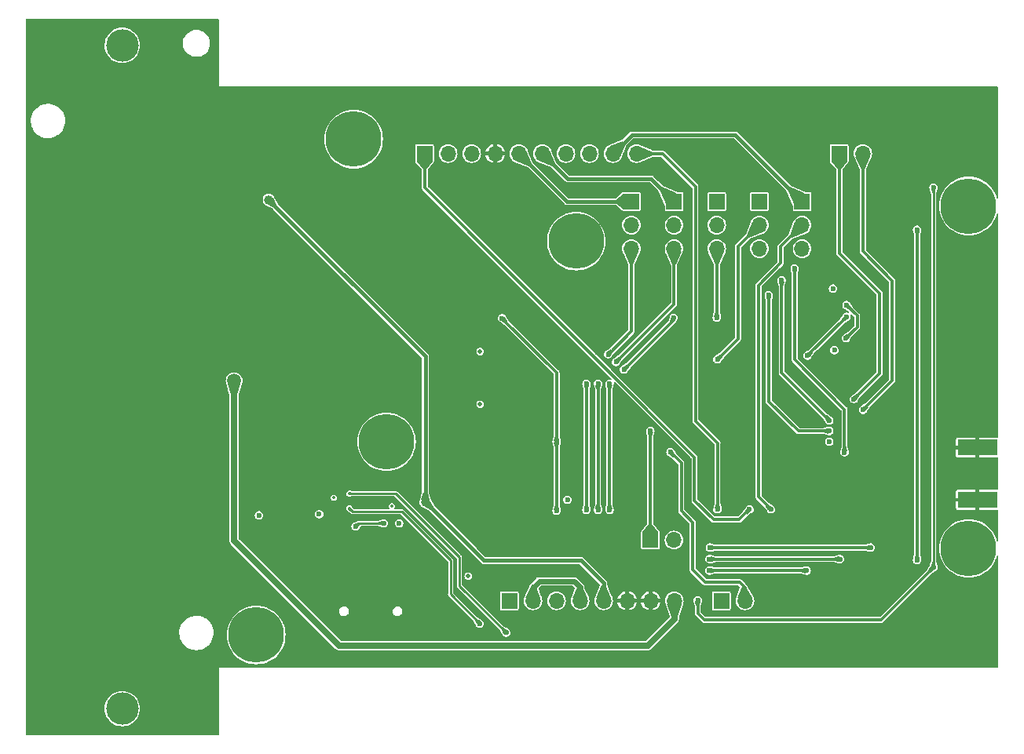
<source format=gbl>
G04 #@! TF.GenerationSoftware,KiCad,Pcbnew,7.0.8*
G04 #@! TF.CreationDate,2024-03-21T14:37:43-03:00*
G04 #@! TF.ProjectId,Demo PPI NB V2,44656d6f-2050-4504-9920-4e422056322e,rev?*
G04 #@! TF.SameCoordinates,PX25ab8e0PY6dc4960*
G04 #@! TF.FileFunction,Copper,L4,Bot*
G04 #@! TF.FilePolarity,Positive*
%FSLAX46Y46*%
G04 Gerber Fmt 4.6, Leading zero omitted, Abs format (unit mm)*
G04 Created by KiCad (PCBNEW 7.0.8) date 2024-03-21 14:37:43*
%MOMM*%
%LPD*%
G01*
G04 APERTURE LIST*
G04 #@! TA.AperFunction,ComponentPad*
%ADD10R,1.700000X1.700000*%
G04 #@! TD*
G04 #@! TA.AperFunction,ComponentPad*
%ADD11O,1.700000X1.700000*%
G04 #@! TD*
G04 #@! TA.AperFunction,SMDPad,CuDef*
%ADD12R,4.200000X1.750000*%
G04 #@! TD*
G04 #@! TA.AperFunction,ComponentPad*
%ADD13C,3.500000*%
G04 #@! TD*
G04 #@! TA.AperFunction,ViaPad*
%ADD14C,6.000000*%
G04 #@! TD*
G04 #@! TA.AperFunction,ViaPad*
%ADD15C,0.500000*%
G04 #@! TD*
G04 #@! TA.AperFunction,ViaPad*
%ADD16C,0.350000*%
G04 #@! TD*
G04 #@! TA.AperFunction,ViaPad*
%ADD17C,0.600000*%
G04 #@! TD*
G04 #@! TA.AperFunction,ViaPad*
%ADD18C,1.000000*%
G04 #@! TD*
G04 #@! TA.AperFunction,ViaPad*
%ADD19C,1.500000*%
G04 #@! TD*
G04 #@! TA.AperFunction,Conductor*
%ADD20C,0.600000*%
G04 #@! TD*
G04 #@! TA.AperFunction,Conductor*
%ADD21C,0.250000*%
G04 #@! TD*
G04 #@! TA.AperFunction,Conductor*
%ADD22C,0.350000*%
G04 #@! TD*
G04 #@! TA.AperFunction,Conductor*
%ADD23C,0.300000*%
G04 #@! TD*
G04 #@! TA.AperFunction,Conductor*
%ADD24C,0.450000*%
G04 #@! TD*
G04 #@! TA.AperFunction,Conductor*
%ADD25C,0.700000*%
G04 #@! TD*
G04 #@! TA.AperFunction,Conductor*
%ADD26C,0.400000*%
G04 #@! TD*
G04 APERTURE END LIST*
D10*
X43100000Y62800000D03*
D11*
X45640000Y62800000D03*
X48180000Y62800000D03*
X50720000Y62800000D03*
X53260000Y62800000D03*
X55800000Y62800000D03*
X58340000Y62800000D03*
X60880000Y62800000D03*
X63420000Y62800000D03*
X65960000Y62800000D03*
D10*
X52244000Y14540000D03*
D11*
X54784000Y14540000D03*
X57324000Y14540000D03*
X59864000Y14540000D03*
X62404000Y14540000D03*
X64944000Y14540000D03*
X67484000Y14540000D03*
X70024000Y14540000D03*
D10*
X70000000Y57625000D03*
D11*
X70000000Y55085000D03*
X70000000Y52545000D03*
D12*
X102700000Y25440000D03*
X102700000Y31090000D03*
D10*
X83800000Y57625000D03*
D11*
X83800000Y55085000D03*
X83800000Y52545000D03*
D10*
X75104000Y14540000D03*
D11*
X77644000Y14540000D03*
D13*
X10500000Y74490000D03*
X10500000Y2910000D03*
D10*
X67450000Y21100000D03*
D11*
X69990000Y21100000D03*
D10*
X79200000Y57625000D03*
D11*
X79200000Y55085000D03*
X79200000Y52545000D03*
D10*
X74600000Y57625000D03*
D11*
X74600000Y55085000D03*
X74600000Y52545000D03*
D10*
X65400000Y57625000D03*
D11*
X65400000Y55085000D03*
X65400000Y52545000D03*
D10*
X87804000Y62800000D03*
D11*
X90344000Y62800000D03*
D14*
X59450000Y53350000D03*
X101750000Y20200000D03*
X101750000Y57150000D03*
X39000000Y31700000D03*
X35450000Y64350000D03*
X24950000Y10850000D03*
D15*
X94550000Y39300000D03*
X103450000Y53500000D03*
X61436136Y58890026D03*
X43000000Y17250000D03*
X75300000Y45900000D03*
X91850000Y53250000D03*
X39750000Y35350000D03*
X85350000Y57550000D03*
X86600000Y29500000D03*
X82400000Y49400000D03*
X74750000Y36250000D03*
X83850000Y50450000D03*
X90650000Y27650000D03*
D16*
X30400000Y37100000D03*
D15*
X77550000Y18450000D03*
X101850000Y65050000D03*
X68850000Y23250000D03*
X42400000Y21450000D03*
X81650000Y63000000D03*
X97900000Y16950000D03*
X39600000Y23500000D03*
X70609782Y45899291D03*
X86650000Y27650000D03*
X30650000Y10000000D03*
X34050000Y32900000D03*
X34450000Y26450000D03*
X100225000Y28900000D03*
X40390377Y26897565D03*
X86350000Y48200000D03*
X58100000Y24250000D03*
X91200000Y11450000D03*
X87400000Y32250000D03*
X88800000Y29900000D03*
X95400000Y19100000D03*
X25000000Y20150000D03*
X43950000Y10750000D03*
X88100000Y50750000D03*
X35050000Y30650000D03*
X34150000Y15500000D03*
X41700000Y60250000D03*
X84300000Y11450000D03*
X43650000Y23300000D03*
X102000000Y12350000D03*
X47100000Y50800000D03*
X81650000Y29350000D03*
X94800000Y29200000D03*
X82300000Y43550000D03*
X92675000Y27500000D03*
X40400000Y21800000D03*
X93650000Y27500000D03*
X47100000Y46750000D03*
X88000000Y42250000D03*
X80650000Y16700000D03*
X103450000Y39000000D03*
X82800000Y16700000D03*
X87750000Y28900000D03*
X80700000Y13300000D03*
X76100000Y57550000D03*
X97250000Y27600000D03*
X39500000Y64150000D03*
X35000000Y18300000D03*
X62250000Y41800000D03*
X89675000Y27650000D03*
X74500000Y20900000D03*
X78350000Y23600000D03*
X73250000Y15200000D03*
X74500000Y17200000D03*
X67350000Y35850000D03*
X88650000Y19350000D03*
X66600000Y32900000D03*
X52250000Y19600000D03*
X58900000Y32800000D03*
X88600000Y47250000D03*
X71650000Y57550000D03*
X31700000Y64100000D03*
X36250000Y35950000D03*
X85050000Y17850000D03*
X89650000Y28900000D03*
X80800000Y33200000D03*
X87150000Y50700000D03*
X97900000Y60350000D03*
X99425000Y27650000D03*
X69450000Y35750000D03*
X78100000Y43350000D03*
X93800000Y53200000D03*
X87700000Y45550000D03*
X25400000Y34300000D03*
X83600000Y40900000D03*
X61450000Y56600000D03*
X97095000Y29855000D03*
X52250000Y17850000D03*
X87900000Y11450000D03*
X80450000Y23600000D03*
X67850000Y63850000D03*
X89100000Y64950000D03*
X92650000Y29200000D03*
X99550000Y23400000D03*
X87775000Y27650000D03*
X30650000Y14300000D03*
X80300000Y48400000D03*
X95550000Y29200000D03*
X91900000Y20700000D03*
X56250000Y17850000D03*
X69650000Y27250000D03*
X60050000Y17300000D03*
X78100000Y48400000D03*
X51050000Y10950000D03*
X75900000Y50050000D03*
X64850000Y35750000D03*
X90625000Y28900000D03*
X23750000Y39500000D03*
X98750000Y18150000D03*
X73800000Y24850000D03*
X76550000Y28450000D03*
X48400000Y41400000D03*
X21750000Y8500000D03*
X67750000Y57550000D03*
X80900000Y42150000D03*
X47800000Y11400000D03*
X37350000Y16150000D03*
X95550000Y27500000D03*
X98600000Y28900000D03*
X69150000Y50750000D03*
X68350000Y35750000D03*
X39800000Y18300000D03*
X86625000Y28900000D03*
X47850000Y17900000D03*
X91150000Y39300000D03*
X70850000Y66100000D03*
X82600000Y36200000D03*
X94150000Y29200000D03*
X61200000Y23500000D03*
X25350000Y22250000D03*
X47100000Y26600000D03*
X97900000Y65000000D03*
X24800000Y14750000D03*
X56550000Y31750000D03*
X91625000Y28900000D03*
X62400000Y23500000D03*
X90200000Y36050000D03*
X59900000Y35600000D03*
X33400000Y24700000D03*
X80950000Y45500000D03*
X77550000Y19700000D03*
X96950000Y55000000D03*
X80400000Y51450000D03*
X63850000Y24350000D03*
X80650000Y57550000D03*
X62200000Y18150000D03*
X88675000Y27650000D03*
X44100000Y25950000D03*
X93425000Y29975000D03*
X73329923Y48489392D03*
X53100000Y33900000D03*
X100225000Y27650000D03*
X82700000Y24450000D03*
X90900000Y50500000D03*
X68800000Y30600000D03*
X44400000Y60250000D03*
X56550000Y51300000D03*
X89200000Y58350000D03*
X89100000Y37150000D03*
X77850000Y17050000D03*
X48400000Y35800000D03*
X42250000Y26900000D03*
X94650000Y27500000D03*
X25600000Y24900000D03*
X65250000Y39000000D03*
X28000000Y35350000D03*
X97750000Y12350000D03*
X99425000Y28900000D03*
X40500000Y15500000D03*
X49150000Y12950000D03*
X88650000Y28900000D03*
X77600000Y61950000D03*
X37250000Y27050000D03*
X87400000Y33400000D03*
X78100000Y49800000D03*
X63900000Y50750000D03*
X91200000Y35000000D03*
X58600000Y26400000D03*
X51950000Y45700000D03*
X53300000Y39750000D03*
X26550000Y60750000D03*
X78100000Y45900000D03*
X48350000Y33800000D03*
X34550000Y24000000D03*
X91650000Y27650000D03*
X34650000Y21000000D03*
X48400000Y43400000D03*
X98600000Y27650000D03*
X62100000Y61000000D03*
X30950000Y23800000D03*
X47150000Y30500000D03*
X85200000Y40800000D03*
X97245000Y28900000D03*
X92850000Y44550000D03*
X43950000Y13900000D03*
X71250000Y49650000D03*
X74500000Y18450000D03*
X104250000Y60250000D03*
X78100000Y40850000D03*
X59800000Y24350000D03*
X82250000Y40900000D03*
X66400000Y44400000D03*
X74500000Y19700000D03*
D17*
X86730000Y31715000D03*
X58500000Y25450000D03*
X25250000Y23772000D03*
D15*
X49080000Y35750000D03*
D17*
X72550000Y14600000D03*
X97970000Y18150000D03*
D15*
X47800000Y17220000D03*
D17*
X97970000Y59150000D03*
D15*
X49080000Y41450000D03*
D17*
X35660000Y22586000D03*
X38710000Y22906000D03*
X31729000Y23886000D03*
X40360000Y22906000D03*
D16*
X33299000Y25660000D03*
X39569000Y24760000D03*
D17*
X88540000Y42900000D03*
X88590000Y46460000D03*
X57324000Y31715000D03*
X57324000Y24264000D03*
X51450000Y45040000D03*
X88590000Y45190000D03*
X84400000Y41000000D03*
D18*
X43199000Y25215000D03*
X26300000Y57823000D03*
D17*
X96200000Y18950000D03*
X96200000Y54600000D03*
D19*
X22560000Y38300000D03*
D17*
X69600000Y30600000D03*
X89380000Y36315000D03*
X90380000Y35165000D03*
X67450000Y32865000D03*
X78125000Y24420000D03*
X74675000Y24420000D03*
X80200000Y47520000D03*
X86730000Y32865000D03*
X73800000Y17800000D03*
X84300000Y17800000D03*
X60550000Y24350000D03*
X60550000Y37950000D03*
X62900000Y41150000D03*
X81600000Y49120000D03*
X86730000Y34015000D03*
X87900000Y19050000D03*
X63742893Y40307107D03*
X61800000Y37950000D03*
X73800000Y19050000D03*
X61800000Y24350000D03*
X83000000Y50420000D03*
X88380000Y30565000D03*
X73850000Y20300000D03*
X91200000Y20300000D03*
X63050000Y24350000D03*
X63050000Y37950000D03*
X64600000Y39500000D03*
X69950000Y45100000D03*
X74600000Y45100000D03*
X74675000Y40600000D03*
X80425000Y24420000D03*
X87130000Y48240000D03*
X87280000Y41600000D03*
D16*
X34959000Y24535000D03*
D17*
X49050000Y12100000D03*
X51900000Y11100000D03*
D16*
X34959000Y26110000D03*
D20*
X59250000Y16650000D02*
X59876000Y16024000D01*
D21*
X97970000Y59150000D02*
X97970000Y18150000D01*
D20*
X55450000Y16650000D02*
X59250000Y16650000D01*
D22*
X72550000Y13175000D02*
X72550000Y14600000D01*
D20*
X59876000Y16024000D02*
X59876000Y14570000D01*
D22*
X72550000Y13175000D02*
X73225000Y12500000D01*
X92320000Y12500000D02*
X97970000Y18150000D01*
D20*
X54796000Y14570000D02*
X54796000Y15996000D01*
X54796000Y15996000D02*
X55450000Y16650000D01*
D22*
X73225000Y12500000D02*
X92320000Y12500000D01*
D21*
X38710000Y22906000D02*
X35980000Y22906000D01*
X35980000Y22906000D02*
X35660000Y22586000D01*
D23*
X88590000Y46460000D02*
X89750000Y45300000D01*
X89750000Y44110000D02*
X88540000Y42900000D01*
X89750000Y45300000D02*
X89750000Y44110000D01*
D22*
X51450000Y45040000D02*
X57324000Y39166000D01*
X57324000Y39166000D02*
X57324000Y31715000D01*
X57324000Y24264000D02*
X57300000Y24288000D01*
X57324000Y24264000D02*
X57324000Y31715000D01*
D23*
X88590000Y45190000D02*
X84400000Y41000000D01*
D24*
X43200000Y25216000D02*
X43199000Y25215000D01*
X62404000Y16446000D02*
X62404000Y14540000D01*
X26300000Y57823000D02*
X43200000Y40923000D01*
X59950000Y18900000D02*
X62404000Y16446000D01*
X43200000Y40923000D02*
X43200000Y25216000D01*
X49514000Y18900000D02*
X59950000Y18900000D01*
X43199000Y25215000D02*
X49514000Y18900000D01*
D22*
X96200000Y54600000D02*
X96200000Y18950000D01*
D25*
X22560000Y21040000D02*
X33900000Y9700000D01*
X67150000Y9700000D02*
X70024000Y12574000D01*
X33900000Y9700000D02*
X67150000Y9700000D01*
X22560000Y38300000D02*
X22560000Y21040000D01*
X70024000Y12574000D02*
X70024000Y14540000D01*
D22*
X69600000Y30600000D02*
X70770000Y29430000D01*
X70770000Y29430000D02*
X70770000Y24230000D01*
X77644000Y15956000D02*
X77644000Y14540000D01*
X73350000Y16550000D02*
X77050000Y16550000D01*
X72000000Y23000000D02*
X72000000Y17900000D01*
X77050000Y16550000D02*
X77644000Y15956000D01*
X72000000Y17900000D02*
X73350000Y16550000D01*
X70770000Y24230000D02*
X72000000Y23000000D01*
X89380000Y36315000D02*
X92150000Y39085000D01*
X92150000Y47700000D02*
X87804000Y52046000D01*
X87804000Y52046000D02*
X87804000Y62800000D01*
X92150000Y39085000D02*
X92150000Y47700000D01*
X90344000Y52256000D02*
X90344000Y62800000D01*
X90380000Y35165000D02*
X93500000Y38285000D01*
X93500000Y49100000D02*
X90344000Y52256000D01*
X93500000Y38285000D02*
X93500000Y49100000D01*
X67450000Y21100000D02*
X67450000Y32865000D01*
X43100000Y59150000D02*
X72200000Y30050000D01*
X74250000Y23300000D02*
X77005000Y23300000D01*
X43100000Y62800000D02*
X43100000Y59150000D01*
X77005000Y23300000D02*
X78125000Y24420000D01*
X72200000Y30050000D02*
X72200000Y25350000D01*
X72200000Y25350000D02*
X74250000Y23300000D01*
D26*
X65400000Y57625000D02*
X58435000Y57625000D01*
X58435000Y57625000D02*
X53260000Y62800000D01*
X55800000Y62800000D02*
X58500000Y60100000D01*
X58500000Y60100000D02*
X67525000Y60100000D01*
X67525000Y60100000D02*
X70000000Y57625000D01*
X83800000Y57625000D02*
X76595000Y64830000D01*
X65450000Y64830000D02*
X63420000Y62800000D01*
X76595000Y64830000D02*
X65450000Y64830000D01*
D22*
X72300000Y59250000D02*
X68750000Y62800000D01*
X68750000Y62800000D02*
X65960000Y62800000D01*
X74675000Y24420000D02*
X74675000Y31575000D01*
X72300000Y33950000D02*
X72300000Y59250000D01*
X74675000Y31575000D02*
X72300000Y33950000D01*
X80200000Y47520000D02*
X80200000Y36050000D01*
X83385000Y32865000D02*
X86730000Y32865000D01*
X80200000Y36050000D02*
X83385000Y32865000D01*
X65400000Y43650000D02*
X65400000Y52545000D01*
X62900000Y41150000D02*
X65400000Y43650000D01*
X60550000Y24350000D02*
X60550000Y37950000D01*
X84300000Y17800000D02*
X73800000Y17800000D01*
X81600000Y39145000D02*
X86730000Y34015000D01*
X81600000Y49120000D02*
X81600000Y39145000D01*
X87900000Y19050000D02*
X73800000Y19050000D01*
X61800000Y24350000D02*
X61800000Y37950000D01*
X70000000Y46564214D02*
X70000000Y52545000D01*
X63742893Y40307107D02*
X70000000Y46564214D01*
X88380000Y35220000D02*
X83000000Y40600000D01*
X83000000Y40600000D02*
X83000000Y50420000D01*
X88380000Y30565000D02*
X88380000Y35220000D01*
X74600000Y45100000D02*
X74600000Y52545000D01*
X91200000Y20300000D02*
X73850000Y20300000D01*
X63050000Y24350000D02*
X63050000Y37950000D01*
X64600000Y39500000D02*
X69950000Y44850000D01*
X69950000Y44850000D02*
X69950000Y45100000D01*
X76900000Y52785000D02*
X79200000Y55085000D01*
X74675000Y40600000D02*
X76900000Y42825000D01*
X76900000Y42825000D02*
X76900000Y52785000D01*
X79100000Y25745000D02*
X79100000Y48600000D01*
X80425000Y24420000D02*
X79100000Y25745000D01*
X79100000Y48600000D02*
X81500000Y51000000D01*
X81500000Y52785000D02*
X83800000Y55085000D01*
X81500000Y51000000D02*
X81500000Y52785000D01*
D21*
X35338000Y24156000D02*
X34959000Y24535000D01*
X45899000Y15251000D02*
X45899000Y18906000D01*
X45900000Y15250000D02*
X45899000Y15251000D01*
X45899000Y18906000D02*
X40649000Y24156000D01*
X49050000Y12100000D02*
X45900000Y15250000D01*
X40649000Y24156000D02*
X35338000Y24156000D01*
X46850000Y19250000D02*
X39990000Y26110000D01*
X51900000Y11100000D02*
X46850000Y16150000D01*
X46850000Y16150000D02*
X46850000Y19250000D01*
X39990000Y26110000D02*
X34959000Y26110000D01*
G04 #@! TA.AperFunction,Conductor*
G36*
X20883691Y77305593D02*
G01*
X20919655Y77256093D01*
X20924500Y77225500D01*
X20924500Y70143168D01*
X20922996Y70125980D01*
X20920875Y70113954D01*
X20922996Y70101930D01*
X20924161Y70088606D01*
X20924836Y70084776D01*
X20928296Y70071861D01*
X20930417Y70059830D01*
X20933936Y70053736D01*
X20938450Y70048357D01*
X20938451Y70048357D01*
X20938452Y70048355D01*
X20949029Y70042249D01*
X20963158Y70032356D01*
X20972520Y70024500D01*
X20972521Y70024500D01*
X20979123Y70022097D01*
X20986047Y70020876D01*
X20986047Y70020877D01*
X20986048Y70020876D01*
X20998072Y70022996D01*
X21015262Y70024500D01*
X104875500Y70024500D01*
X104933691Y70005593D01*
X104969655Y69956093D01*
X104974500Y69925500D01*
X104974500Y58039168D01*
X104955593Y57980977D01*
X104906093Y57945013D01*
X104844907Y57945013D01*
X104795407Y57980977D01*
X104780369Y58011761D01*
X104757241Y58092039D01*
X104728390Y58192184D01*
X104592975Y58519105D01*
X104592973Y58519110D01*
X104421806Y58828811D01*
X104242468Y59081564D01*
X104217041Y59117400D01*
X103981250Y59381250D01*
X103717400Y59617041D01*
X103571583Y59720504D01*
X103428810Y59821807D01*
X103119108Y59992974D01*
X103119109Y59992974D01*
X102792182Y60128391D01*
X102452155Y60226351D01*
X102103310Y60285622D01*
X102103290Y60285625D01*
X101750005Y60305464D01*
X101749995Y60305464D01*
X101396709Y60285625D01*
X101396689Y60285622D01*
X101047844Y60226351D01*
X100707817Y60128391D01*
X100380890Y59992974D01*
X100071189Y59821807D01*
X99782603Y59617044D01*
X99518757Y59381257D01*
X99518743Y59381243D01*
X99282956Y59117397D01*
X99078193Y58828811D01*
X98907026Y58519110D01*
X98771609Y58192183D01*
X98673649Y57852156D01*
X98614378Y57503311D01*
X98614375Y57503291D01*
X98594536Y57150005D01*
X98594536Y57149996D01*
X98614375Y56796710D01*
X98614378Y56796690D01*
X98673649Y56447845D01*
X98771609Y56107818D01*
X98907026Y55780891D01*
X99078193Y55471190D01*
X99089694Y55454981D01*
X99282959Y55182600D01*
X99518750Y54918750D01*
X99782600Y54682959D01*
X100071192Y54478192D01*
X100380891Y54307027D01*
X100380890Y54307027D01*
X100380895Y54307025D01*
X100707816Y54171610D01*
X101047843Y54073650D01*
X101396700Y54014377D01*
X101396703Y54014377D01*
X101396709Y54014376D01*
X101749995Y53994536D01*
X101750000Y53994536D01*
X101750005Y53994536D01*
X102103290Y54014376D01*
X102103294Y54014377D01*
X102103300Y54014377D01*
X102452157Y54073650D01*
X102792184Y54171610D01*
X103119105Y54307025D01*
X103428808Y54478192D01*
X103717400Y54682959D01*
X103981250Y54918750D01*
X104217041Y55182600D01*
X104421808Y55471192D01*
X104592975Y55780895D01*
X104728390Y56107816D01*
X104780369Y56288241D01*
X104814647Y56338922D01*
X104872168Y56359777D01*
X104930962Y56342839D01*
X104968572Y56294577D01*
X104974500Y56260833D01*
X104974500Y32254841D01*
X104955593Y32196650D01*
X104906093Y32160686D01*
X104856188Y32157743D01*
X104819705Y32165000D01*
X102900001Y32165000D01*
X102900000Y32164999D01*
X102900000Y30015001D01*
X102900001Y30015000D01*
X104819697Y30015000D01*
X104819698Y30015001D01*
X104856185Y30022258D01*
X104916947Y30015066D01*
X104961877Y29973534D01*
X104974500Y29925160D01*
X104974500Y26604841D01*
X104955593Y26546650D01*
X104906093Y26510686D01*
X104856188Y26507743D01*
X104819705Y26515000D01*
X102900001Y26515000D01*
X102900000Y26514999D01*
X102900000Y24365001D01*
X102900001Y24365000D01*
X104819697Y24365000D01*
X104819698Y24365001D01*
X104856185Y24372258D01*
X104916947Y24365066D01*
X104961877Y24323534D01*
X104974500Y24275160D01*
X104974500Y21089168D01*
X104955593Y21030977D01*
X104906093Y20995013D01*
X104844907Y20995013D01*
X104795407Y21030977D01*
X104780369Y21061761D01*
X104768068Y21104458D01*
X104728390Y21242184D01*
X104592975Y21569105D01*
X104592973Y21569110D01*
X104421806Y21878811D01*
X104239675Y22135500D01*
X104217041Y22167400D01*
X103981250Y22431250D01*
X103717400Y22667041D01*
X103650899Y22714226D01*
X103428810Y22871807D01*
X103119108Y23042974D01*
X103119109Y23042974D01*
X102792182Y23178391D01*
X102452155Y23276351D01*
X102103310Y23335622D01*
X102103290Y23335625D01*
X101750005Y23355464D01*
X101749995Y23355464D01*
X101396709Y23335625D01*
X101396689Y23335622D01*
X101047844Y23276351D01*
X100707817Y23178391D01*
X100380890Y23042974D01*
X100071189Y22871807D01*
X99782603Y22667044D01*
X99518757Y22431257D01*
X99518743Y22431243D01*
X99282956Y22167397D01*
X99078193Y21878811D01*
X98907026Y21569110D01*
X98771609Y21242183D01*
X98673649Y20902156D01*
X98614378Y20553311D01*
X98614375Y20553291D01*
X98594536Y20200005D01*
X98594536Y20199996D01*
X98614375Y19846710D01*
X98614378Y19846690D01*
X98673649Y19497845D01*
X98771609Y19157818D01*
X98907026Y18830891D01*
X99078193Y18521190D01*
X99250586Y18278225D01*
X99282959Y18232600D01*
X99518750Y17968750D01*
X99782600Y17732959D01*
X100071192Y17528192D01*
X100174887Y17470882D01*
X100353061Y17372408D01*
X100380891Y17357027D01*
X100380890Y17357027D01*
X100399062Y17349500D01*
X100707816Y17221610D01*
X101047843Y17123650D01*
X101396700Y17064377D01*
X101396703Y17064377D01*
X101396709Y17064376D01*
X101749995Y17044536D01*
X101750000Y17044536D01*
X101750005Y17044536D01*
X102103290Y17064376D01*
X102103294Y17064377D01*
X102103300Y17064377D01*
X102452157Y17123650D01*
X102792184Y17221610D01*
X103119105Y17357025D01*
X103146939Y17372408D01*
X103298244Y17456032D01*
X103428808Y17528192D01*
X103717400Y17732959D01*
X103981250Y17968750D01*
X104217041Y18232600D01*
X104421808Y18521192D01*
X104578616Y18804914D01*
X104592973Y18830891D01*
X104624084Y18906000D01*
X104728390Y19157816D01*
X104780369Y19338241D01*
X104814647Y19388922D01*
X104872168Y19409777D01*
X104930962Y19392839D01*
X104968572Y19344577D01*
X104974500Y19310833D01*
X104974500Y7424500D01*
X104955593Y7366309D01*
X104906093Y7330345D01*
X104875500Y7325500D01*
X21043167Y7325500D01*
X21025977Y7327004D01*
X21013952Y7329125D01*
X21001928Y7327004D01*
X20988607Y7325839D01*
X20984779Y7325164D01*
X20971857Y7321703D01*
X20959828Y7319582D01*
X20953733Y7316063D01*
X20948355Y7311550D01*
X20942245Y7300967D01*
X20932354Y7286841D01*
X20924499Y7277480D01*
X20922096Y7270877D01*
X20920875Y7263954D01*
X20922996Y7251930D01*
X20924500Y7234738D01*
X20924500Y174500D01*
X20905593Y116309D01*
X20856093Y80345D01*
X20825500Y75500D01*
X174500Y75500D01*
X116309Y94407D01*
X80345Y143907D01*
X75500Y174500D01*
X75500Y2910000D01*
X8594645Y2910000D01*
X8614038Y2638846D01*
X8671826Y2373195D01*
X8766828Y2118486D01*
X8766832Y2118478D01*
X8897106Y1879898D01*
X8897109Y1879894D01*
X8897113Y1879887D01*
X9060029Y1662258D01*
X9252258Y1470029D01*
X9469887Y1307113D01*
X9469894Y1307109D01*
X9469897Y1307107D01*
X9708477Y1176833D01*
X9708485Y1176829D01*
X9708487Y1176828D01*
X9963199Y1081825D01*
X10228840Y1024039D01*
X10500000Y1004645D01*
X10771160Y1024039D01*
X11036801Y1081825D01*
X11291513Y1176828D01*
X11530113Y1307113D01*
X11747742Y1470029D01*
X11939971Y1662258D01*
X12102887Y1879887D01*
X12233172Y2118487D01*
X12328175Y2373199D01*
X12385961Y2638840D01*
X12405355Y2910000D01*
X12385961Y3181160D01*
X12328175Y3446801D01*
X12233172Y3701513D01*
X12233167Y3701523D01*
X12102893Y3940103D01*
X12102891Y3940106D01*
X12102887Y3940113D01*
X11939971Y4157742D01*
X11747742Y4349971D01*
X11530113Y4512887D01*
X11530106Y4512891D01*
X11530102Y4512894D01*
X11291522Y4643168D01*
X11291514Y4643172D01*
X11036805Y4738174D01*
X11036801Y4738175D01*
X10771160Y4795961D01*
X10771157Y4795962D01*
X10771154Y4795962D01*
X10500000Y4815355D01*
X10228845Y4795962D01*
X9963194Y4738174D01*
X9708485Y4643172D01*
X9708477Y4643168D01*
X9469897Y4512894D01*
X9469889Y4512889D01*
X9469887Y4512887D01*
X9362933Y4432823D01*
X9252260Y4349973D01*
X9060027Y4157740D01*
X8897106Y3940103D01*
X8766832Y3701523D01*
X8766828Y3701515D01*
X8671826Y3446806D01*
X8614038Y3181155D01*
X8594645Y2910000D01*
X75500Y2910000D01*
X75500Y11012235D01*
X16645788Y11012235D01*
X16675414Y10742980D01*
X16690311Y10685999D01*
X16743928Y10480912D01*
X16849870Y10231610D01*
X16921999Y10113423D01*
X16990983Y10000388D01*
X17164253Y9792182D01*
X17164255Y9792180D01*
X17365998Y9611418D01*
X17563284Y9480895D01*
X17591913Y9461954D01*
X17724100Y9399988D01*
X17837176Y9346980D01*
X17956446Y9311097D01*
X18096555Y9268944D01*
X18096559Y9268943D01*
X18096569Y9268940D01*
X18263840Y9244323D01*
X18364560Y9229500D01*
X18364561Y9229500D01*
X18567633Y9229500D01*
X18625495Y9233736D01*
X18770156Y9244323D01*
X19034553Y9303220D01*
X19287558Y9399986D01*
X19523777Y9532559D01*
X19738177Y9698112D01*
X19926186Y9893119D01*
X20083799Y10113421D01*
X20207656Y10354325D01*
X20295118Y10610695D01*
X20339319Y10849996D01*
X21794536Y10849996D01*
X21814375Y10496710D01*
X21814378Y10496690D01*
X21873649Y10147845D01*
X21971609Y9807818D01*
X22107026Y9480891D01*
X22262616Y9199374D01*
X22278192Y9171192D01*
X22482959Y8882600D01*
X22718750Y8618750D01*
X22982600Y8382959D01*
X23271192Y8178192D01*
X23580891Y8007027D01*
X23580890Y8007027D01*
X23580895Y8007025D01*
X23907816Y7871610D01*
X24247843Y7773650D01*
X24596700Y7714377D01*
X24596703Y7714377D01*
X24596709Y7714376D01*
X24949995Y7694536D01*
X24950000Y7694536D01*
X24950005Y7694536D01*
X25303290Y7714376D01*
X25303294Y7714377D01*
X25303300Y7714377D01*
X25652157Y7773650D01*
X25992184Y7871610D01*
X26319105Y8007025D01*
X26628808Y8178192D01*
X26917400Y8382959D01*
X27181250Y8618750D01*
X27417041Y8882600D01*
X27621808Y9171192D01*
X27792975Y9480895D01*
X27928390Y9807816D01*
X28026350Y10147843D01*
X28085623Y10496700D01*
X28092025Y10610688D01*
X28105464Y10849996D01*
X28105464Y10850005D01*
X28085624Y11203291D01*
X28085621Y11203311D01*
X28059636Y11356250D01*
X28026350Y11552157D01*
X27928390Y11892184D01*
X27804964Y12190162D01*
X27792973Y12219110D01*
X27629989Y12514005D01*
X27621808Y12528808D01*
X27607780Y12548578D01*
X27457759Y12760013D01*
X27417041Y12817400D01*
X27181250Y13081250D01*
X26917400Y13317041D01*
X26652225Y13505193D01*
X26628810Y13521807D01*
X26319108Y13692974D01*
X26319109Y13692974D01*
X25992182Y13828391D01*
X25652155Y13926351D01*
X25303310Y13985622D01*
X25303290Y13985625D01*
X24950005Y14005464D01*
X24949995Y14005464D01*
X24596709Y13985625D01*
X24596689Y13985622D01*
X24247844Y13926351D01*
X23907817Y13828391D01*
X23580890Y13692974D01*
X23271189Y13521807D01*
X22982603Y13317044D01*
X22718757Y13081257D01*
X22718743Y13081243D01*
X22482956Y12817397D01*
X22278193Y12528811D01*
X22107026Y12219110D01*
X21971609Y11892183D01*
X21873649Y11552156D01*
X21814378Y11203311D01*
X21814375Y11203291D01*
X21794536Y10850005D01*
X21794536Y10849996D01*
X20339319Y10849996D01*
X20344319Y10877067D01*
X20354212Y11147765D01*
X20324586Y11417018D01*
X20256072Y11679088D01*
X20150130Y11928390D01*
X20009018Y12159610D01*
X19999758Y12170737D01*
X19835746Y12367819D01*
X19634007Y12548578D01*
X19634004Y12548580D01*
X19634002Y12548582D01*
X19484489Y12647499D01*
X19408086Y12698047D01*
X19162822Y12813021D01*
X18903444Y12891057D01*
X18903428Y12891061D01*
X18635440Y12930500D01*
X18635439Y12930500D01*
X18432369Y12930500D01*
X18432367Y12930500D01*
X18229848Y12915678D01*
X17965450Y12856781D01*
X17965447Y12856781D01*
X17965447Y12856780D01*
X17886849Y12826719D01*
X17712439Y12760013D01*
X17476219Y12627439D01*
X17261826Y12461892D01*
X17073814Y12266881D01*
X16916199Y12046578D01*
X16792342Y11805672D01*
X16704884Y11549313D01*
X16704881Y11549302D01*
X16655680Y11282931D01*
X16645788Y11012235D01*
X75500Y11012235D01*
X75500Y38300000D01*
X21654540Y38300000D01*
X21674326Y38111742D01*
X21715658Y37984534D01*
X21720192Y37961789D01*
X21720279Y37960688D01*
X21767492Y37793681D01*
X21994307Y36991361D01*
X22055766Y36773963D01*
X22059500Y36747031D01*
X22059500Y21104458D01*
X22057238Y21083415D01*
X22055641Y21076074D01*
X22059374Y21023882D01*
X22059500Y21020349D01*
X22059500Y21004201D01*
X22061798Y20988212D01*
X22062176Y20984699D01*
X22065908Y20932517D01*
X22068533Y20925480D01*
X22073764Y20904986D01*
X22074834Y20897546D01*
X22074835Y20897542D01*
X22096569Y20849951D01*
X22097921Y20846686D01*
X22116202Y20797673D01*
X22116203Y20797672D01*
X22116204Y20797669D01*
X22119918Y20792707D01*
X22120708Y20791652D01*
X22131501Y20773462D01*
X22134623Y20766627D01*
X22168888Y20727083D01*
X22171080Y20724364D01*
X22180779Y20711407D01*
X22180781Y20711405D01*
X22192211Y20699974D01*
X22194610Y20697397D01*
X22228872Y20657857D01*
X22228873Y20657856D01*
X22235183Y20653801D01*
X22251666Y20640520D01*
X33500518Y9391668D01*
X33513796Y9375190D01*
X33517856Y9368873D01*
X33517857Y9368871D01*
X33557394Y9334613D01*
X33559982Y9332204D01*
X33571407Y9320779D01*
X33584341Y9311097D01*
X33584345Y9311094D01*
X33587097Y9308876D01*
X33626624Y9274625D01*
X33626625Y9274625D01*
X33626627Y9274623D01*
X33633454Y9271505D01*
X33651651Y9260709D01*
X33657669Y9256204D01*
X33706697Y9237919D01*
X33709941Y9236575D01*
X33757543Y9214835D01*
X33764978Y9213767D01*
X33785484Y9208532D01*
X33792517Y9205909D01*
X33844729Y9202175D01*
X33848196Y9201802D01*
X33864201Y9199500D01*
X33880348Y9199500D01*
X33883881Y9199374D01*
X33888871Y9199018D01*
X33936073Y9195641D01*
X33942470Y9197033D01*
X33943410Y9197237D01*
X33964456Y9199500D01*
X67085544Y9199500D01*
X67106590Y9197237D01*
X67107830Y9196968D01*
X67113927Y9195641D01*
X67161412Y9199038D01*
X67166119Y9199374D01*
X67169652Y9199500D01*
X67185799Y9199500D01*
X67201799Y9201801D01*
X67205272Y9202176D01*
X67257483Y9205909D01*
X67264515Y9208533D01*
X67285022Y9213767D01*
X67292457Y9214835D01*
X67340049Y9236571D01*
X67343295Y9237916D01*
X67392331Y9256204D01*
X67398345Y9260706D01*
X67416549Y9271508D01*
X67423373Y9274623D01*
X67462917Y9308890D01*
X67465642Y9311086D01*
X67478593Y9320779D01*
X67490042Y9332230D01*
X67492579Y9334592D01*
X67532143Y9368872D01*
X67536203Y9375190D01*
X67549477Y9391665D01*
X70332335Y12174523D01*
X70348811Y12187798D01*
X70355128Y12191857D01*
X70389408Y12231421D01*
X70391770Y12233958D01*
X70403221Y12245407D01*
X70412914Y12258358D01*
X70415110Y12261083D01*
X70449377Y12300627D01*
X70452492Y12307451D01*
X70463296Y12325658D01*
X70463921Y12326494D01*
X70467796Y12331669D01*
X70486084Y12380705D01*
X70487432Y12383957D01*
X70509165Y12431543D01*
X70510233Y12438978D01*
X70515467Y12459485D01*
X70518091Y12466517D01*
X70521824Y12518728D01*
X70522199Y12522201D01*
X70524500Y12538201D01*
X70524500Y12554349D01*
X70524626Y12557882D01*
X70524765Y12559840D01*
X70528359Y12610073D01*
X70526762Y12617415D01*
X70524500Y12638458D01*
X70524500Y12784880D01*
X70529119Y12814765D01*
X70954305Y14157552D01*
X70955248Y14161779D01*
X70955487Y14161726D01*
X70957266Y14169953D01*
X71010024Y14343868D01*
X71020184Y14447018D01*
X71029341Y14539997D01*
X71029341Y14540004D01*
X71023432Y14599998D01*
X72094867Y14599998D01*
X72113301Y14471779D01*
X72113303Y14471773D01*
X72115144Y14467742D01*
X72121965Y14447018D01*
X72122666Y14443685D01*
X72122667Y14443684D01*
X72220881Y13977249D01*
X72220882Y13977244D01*
X72221619Y13973748D01*
X72221265Y13973674D01*
X72224500Y13950715D01*
X72224500Y13191375D01*
X72224312Y13187073D01*
X72224216Y13185963D01*
X72220736Y13146194D01*
X72231354Y13106564D01*
X72232289Y13102348D01*
X72239411Y13061955D01*
X72240164Y13060652D01*
X72250054Y13036776D01*
X72250443Y13035321D01*
X72250446Y13035316D01*
X72273971Y13001719D01*
X72276292Y12998076D01*
X72296806Y12962545D01*
X72328224Y12936182D01*
X72331410Y12933263D01*
X72983268Y12281404D01*
X72986187Y12278218D01*
X73012545Y12246806D01*
X73048074Y12226293D01*
X73051709Y12223978D01*
X73085316Y12200446D01*
X73086767Y12200058D01*
X73110659Y12190160D01*
X73111954Y12189412D01*
X73120854Y12187843D01*
X73152365Y12182287D01*
X73156544Y12181362D01*
X73196193Y12170737D01*
X73237065Y12174313D01*
X73241365Y12174500D01*
X92303626Y12174500D01*
X92307926Y12174313D01*
X92348807Y12170736D01*
X92388452Y12181360D01*
X92392650Y12182290D01*
X92433045Y12189412D01*
X92434345Y12190162D01*
X92458236Y12200058D01*
X92458464Y12200120D01*
X92459684Y12200446D01*
X92493303Y12223988D01*
X92496911Y12226286D01*
X92532455Y12246806D01*
X92558838Y12278250D01*
X92561729Y12281404D01*
X97740921Y17460597D01*
X97758712Y17473631D01*
X97758296Y17474269D01*
X98161615Y17737283D01*
X98161614Y17737283D01*
X98161635Y17737296D01*
X98161653Y17737313D01*
X98162886Y17738254D01*
X98166171Y17740561D01*
X98268049Y17806033D01*
X98352882Y17903937D01*
X98406697Y18021774D01*
X98414470Y18075835D01*
X98425133Y18149998D01*
X98425133Y18150003D01*
X98411306Y18246170D01*
X98406697Y18278226D01*
X98400680Y18291401D01*
X98393701Y18316827D01*
X98393340Y18316751D01*
X98392345Y18321516D01*
X98392345Y18321520D01*
X98250036Y18775292D01*
X98245500Y18804917D01*
X98245500Y24545300D01*
X100400000Y24545300D01*
X100411603Y24486964D01*
X100455806Y24420811D01*
X100455810Y24420807D01*
X100521963Y24376604D01*
X100580299Y24365001D01*
X100580303Y24365000D01*
X102499999Y24365000D01*
X102500000Y24365001D01*
X102500000Y25239999D01*
X102499999Y25240000D01*
X100400001Y25240000D01*
X100400000Y25239999D01*
X100400000Y24545300D01*
X98245500Y24545300D01*
X98245500Y25640001D01*
X100400000Y25640001D01*
X100400001Y25640000D01*
X102499999Y25640000D01*
X102500000Y25640001D01*
X102500000Y26514999D01*
X102499999Y26515000D01*
X100580299Y26515000D01*
X100521963Y26503397D01*
X100455810Y26459194D01*
X100455806Y26459190D01*
X100411603Y26393037D01*
X100400000Y26334701D01*
X100400000Y25640001D01*
X98245500Y25640001D01*
X98245500Y30195300D01*
X100400000Y30195300D01*
X100411603Y30136964D01*
X100455806Y30070811D01*
X100455810Y30070807D01*
X100521963Y30026604D01*
X100580299Y30015001D01*
X100580303Y30015000D01*
X102499999Y30015000D01*
X102500000Y30015001D01*
X102500000Y30889999D01*
X102499999Y30890000D01*
X100400001Y30890000D01*
X100400000Y30889999D01*
X100400000Y30195300D01*
X98245500Y30195300D01*
X98245500Y31290001D01*
X100400000Y31290001D01*
X100400001Y31290000D01*
X102499999Y31290000D01*
X102500000Y31290001D01*
X102500000Y32164999D01*
X102499999Y32165000D01*
X100580299Y32165000D01*
X100521963Y32153397D01*
X100455810Y32109194D01*
X100455806Y32109190D01*
X100411603Y32043037D01*
X100400000Y31984701D01*
X100400000Y31290001D01*
X98245500Y31290001D01*
X98245500Y58495084D01*
X98250036Y58524709D01*
X98268475Y58583504D01*
X98392345Y58978481D01*
X98392596Y58980396D01*
X98400702Y59008650D01*
X98406697Y59021774D01*
X98407070Y59024363D01*
X98425133Y59149998D01*
X98425133Y59150003D01*
X98406697Y59278226D01*
X98384955Y59325834D01*
X98352882Y59396063D01*
X98268049Y59493967D01*
X98268048Y59493968D01*
X98268047Y59493969D01*
X98159073Y59564002D01*
X98159070Y59564004D01*
X98159069Y59564004D01*
X98159066Y59564005D01*
X98034774Y59600500D01*
X98034772Y59600500D01*
X97905228Y59600500D01*
X97905225Y59600500D01*
X97780933Y59564005D01*
X97780926Y59564002D01*
X97671952Y59493969D01*
X97587117Y59396062D01*
X97533302Y59278226D01*
X97514867Y59150003D01*
X97514867Y59149998D01*
X97533301Y59021781D01*
X97533304Y59021771D01*
X97539324Y59008587D01*
X97546306Y58983169D01*
X97546661Y58983243D01*
X97547655Y58978480D01*
X97689963Y58524715D01*
X97694500Y58495090D01*
X97694500Y18804914D01*
X97689963Y18775289D01*
X97554961Y18344818D01*
X97543423Y18320366D01*
X97294971Y17939375D01*
X97294674Y17939569D01*
X97280720Y17921048D01*
X92214170Y12854496D01*
X92159653Y12826719D01*
X92144166Y12825500D01*
X73400835Y12825500D01*
X73342644Y12844407D01*
X73330831Y12854496D01*
X72904496Y13280831D01*
X72876719Y13335348D01*
X72875500Y13350835D01*
X72875500Y13675173D01*
X74103500Y13675173D01*
X74112232Y13631280D01*
X74112234Y13631276D01*
X74145052Y13582160D01*
X74145496Y13581496D01*
X74195278Y13548233D01*
X74206327Y13546036D01*
X74239172Y13539501D01*
X74239178Y13539501D01*
X74239180Y13539500D01*
X74239181Y13539500D01*
X75968819Y13539500D01*
X75968820Y13539500D01*
X75968821Y13539501D01*
X75968827Y13539501D01*
X75990623Y13543838D01*
X76012722Y13548233D01*
X76062504Y13581496D01*
X76095767Y13631278D01*
X76100162Y13653377D01*
X76104499Y13675173D01*
X76104500Y13675182D01*
X76104500Y15404819D01*
X76104499Y15404828D01*
X76095767Y15448721D01*
X76095765Y15448725D01*
X76062505Y15498502D01*
X76062504Y15498504D01*
X76021314Y15526026D01*
X76012724Y15531766D01*
X76012720Y15531768D01*
X75968827Y15540500D01*
X75968820Y15540500D01*
X74239180Y15540500D01*
X74239172Y15540500D01*
X74195279Y15531768D01*
X74195275Y15531766D01*
X74145498Y15498506D01*
X74145494Y15498502D01*
X74112234Y15448725D01*
X74112232Y15448721D01*
X74103500Y15404828D01*
X74103500Y13675173D01*
X72875500Y13675173D01*
X72875500Y13950531D01*
X72878858Y13972332D01*
X72878116Y13972488D01*
X72879117Y13977247D01*
X72879119Y13977249D01*
X72977332Y14443681D01*
X72977332Y14443688D01*
X72978033Y14447015D01*
X72984854Y14467741D01*
X72986697Y14471774D01*
X72996506Y14539997D01*
X73005133Y14599998D01*
X73005133Y14600003D01*
X72986697Y14728226D01*
X72932882Y14846062D01*
X72932882Y14846063D01*
X72848049Y14943967D01*
X72848048Y14943968D01*
X72848047Y14943969D01*
X72739073Y15014002D01*
X72739070Y15014004D01*
X72739069Y15014004D01*
X72739066Y15014005D01*
X72614774Y15050500D01*
X72614772Y15050500D01*
X72485228Y15050500D01*
X72485225Y15050500D01*
X72360933Y15014005D01*
X72360926Y15014002D01*
X72251952Y14943969D01*
X72167117Y14846062D01*
X72113302Y14728226D01*
X72094867Y14600003D01*
X72094867Y14599998D01*
X71023432Y14599998D01*
X71010025Y14736127D01*
X71010024Y14736130D01*
X71010024Y14736132D01*
X70952814Y14924727D01*
X70952812Y14924731D01*
X70952811Y14924733D01*
X70896483Y15030115D01*
X70859910Y15098538D01*
X70823007Y15143504D01*
X70734887Y15250879D01*
X70734878Y15250888D01*
X70582542Y15375907D01*
X70582540Y15375908D01*
X70582538Y15375910D01*
X70505148Y15417276D01*
X70408732Y15468812D01*
X70408730Y15468813D01*
X70220129Y15526025D01*
X70220126Y15526026D01*
X70024003Y15545341D01*
X70023997Y15545341D01*
X69827873Y15526026D01*
X69827870Y15526025D01*
X69639269Y15468813D01*
X69639267Y15468812D01*
X69465467Y15375913D01*
X69465457Y15375907D01*
X69313121Y15250888D01*
X69313112Y15250879D01*
X69188093Y15098543D01*
X69188087Y15098533D01*
X69095188Y14924733D01*
X69095187Y14924731D01*
X69037975Y14736130D01*
X69037974Y14736127D01*
X69018659Y14540004D01*
X69018659Y14539997D01*
X69037974Y14343874D01*
X69037975Y14343868D01*
X69091229Y14168316D01*
X69092289Y14164191D01*
X69093694Y14157547D01*
X69509876Y12843203D01*
X69509417Y12782020D01*
X69485499Y12743314D01*
X66971682Y10229496D01*
X66917165Y10201719D01*
X66901678Y10200500D01*
X34148322Y10200500D01*
X34090131Y10219407D01*
X34078318Y10229496D01*
X30914013Y13393801D01*
X33870796Y13393801D01*
X33900184Y13252372D01*
X33900186Y13252364D01*
X33966644Y13124108D01*
X33966646Y13124105D01*
X34065245Y13018531D01*
X34188672Y12943474D01*
X34327772Y12904500D01*
X34327773Y12904500D01*
X34435943Y12904500D01*
X34435949Y12904500D01*
X34543111Y12919229D01*
X34675609Y12976781D01*
X34787665Y13067946D01*
X34870971Y13185963D01*
X34919346Y13322079D01*
X34924252Y13393801D01*
X39650796Y13393801D01*
X39680184Y13252372D01*
X39680186Y13252364D01*
X39746644Y13124108D01*
X39746646Y13124105D01*
X39845245Y13018531D01*
X39968672Y12943474D01*
X40107772Y12904500D01*
X40107773Y12904500D01*
X40215943Y12904500D01*
X40215949Y12904500D01*
X40323111Y12919229D01*
X40455609Y12976781D01*
X40567665Y13067946D01*
X40650971Y13185963D01*
X40699346Y13322079D01*
X40709204Y13466199D01*
X40701220Y13504619D01*
X40679815Y13607629D01*
X40679813Y13607637D01*
X40613355Y13735893D01*
X40613353Y13735896D01*
X40559135Y13793950D01*
X40514755Y13841469D01*
X40514754Y13841470D01*
X40391328Y13916526D01*
X40252228Y13955500D01*
X40144051Y13955500D01*
X40036888Y13940772D01*
X39904389Y13883219D01*
X39792334Y13792055D01*
X39709029Y13674038D01*
X39660653Y13537922D01*
X39650796Y13393801D01*
X34924252Y13393801D01*
X34929204Y13466199D01*
X34921220Y13504619D01*
X34899815Y13607629D01*
X34899813Y13607637D01*
X34833355Y13735893D01*
X34833353Y13735896D01*
X34779135Y13793950D01*
X34734755Y13841469D01*
X34734754Y13841470D01*
X34611328Y13916526D01*
X34472228Y13955500D01*
X34364051Y13955500D01*
X34256888Y13940772D01*
X34124389Y13883219D01*
X34012334Y13792055D01*
X33929029Y13674038D01*
X33880653Y13537922D01*
X33870796Y13393801D01*
X30914013Y13393801D01*
X23089496Y21218318D01*
X23061719Y21272835D01*
X23060500Y21288322D01*
X23060500Y22585998D01*
X35204867Y22585998D01*
X35223302Y22457775D01*
X35235413Y22431257D01*
X35277118Y22339937D01*
X35361950Y22242034D01*
X35361952Y22242032D01*
X35470926Y22171999D01*
X35470931Y22171996D01*
X35595228Y22135500D01*
X35595230Y22135500D01*
X35724770Y22135500D01*
X35724772Y22135500D01*
X35849069Y22171996D01*
X35958049Y22242033D01*
X36042882Y22339937D01*
X36057730Y22372451D01*
X36072231Y22394210D01*
X36071942Y22394429D01*
X36074877Y22398299D01*
X36074883Y22398305D01*
X36188519Y22583315D01*
X36235086Y22623003D01*
X36272877Y22630500D01*
X38055086Y22630500D01*
X38084711Y22625963D01*
X38538470Y22483658D01*
X38538480Y22483655D01*
X38550485Y22482080D01*
X38565489Y22478914D01*
X38645228Y22455500D01*
X38645229Y22455500D01*
X38774770Y22455500D01*
X38774772Y22455500D01*
X38899069Y22491996D01*
X39008049Y22562033D01*
X39092882Y22659937D01*
X39146697Y22777774D01*
X39158595Y22860529D01*
X39165133Y22905998D01*
X39904867Y22905998D01*
X39923302Y22777775D01*
X39973872Y22667044D01*
X39977118Y22659937D01*
X40041181Y22586003D01*
X40061952Y22562032D01*
X40170926Y22491999D01*
X40170931Y22491996D01*
X40295228Y22455500D01*
X40295230Y22455500D01*
X40424770Y22455500D01*
X40424772Y22455500D01*
X40549069Y22491996D01*
X40658049Y22562033D01*
X40742882Y22659937D01*
X40796697Y22777774D01*
X40808595Y22860529D01*
X40815133Y22905998D01*
X40815133Y22906003D01*
X40796697Y23034226D01*
X40779148Y23072652D01*
X40742882Y23152063D01*
X40658049Y23249967D01*
X40658048Y23249968D01*
X40658047Y23249969D01*
X40549073Y23320002D01*
X40549070Y23320004D01*
X40549069Y23320004D01*
X40543971Y23321501D01*
X40424774Y23356500D01*
X40424772Y23356500D01*
X40295228Y23356500D01*
X40295225Y23356500D01*
X40170933Y23320005D01*
X40170926Y23320002D01*
X40061952Y23249969D01*
X39977117Y23152062D01*
X39923302Y23034226D01*
X39904867Y22906003D01*
X39904867Y22905998D01*
X39165133Y22905998D01*
X39165133Y22906003D01*
X39146697Y23034226D01*
X39129148Y23072652D01*
X39092882Y23152063D01*
X39008049Y23249967D01*
X39008048Y23249968D01*
X39008047Y23249969D01*
X38899073Y23320002D01*
X38899070Y23320004D01*
X38899069Y23320004D01*
X38893971Y23321501D01*
X38774774Y23356500D01*
X38774772Y23356500D01*
X38645228Y23356500D01*
X38645226Y23356500D01*
X38645220Y23356499D01*
X38564133Y23332691D01*
X38546884Y23329254D01*
X38538480Y23328346D01*
X38538479Y23328346D01*
X38084706Y23186036D01*
X38055081Y23181500D01*
X36016884Y23181500D01*
X35997570Y23183402D01*
X35984328Y23186036D01*
X35980000Y23186897D01*
X35979999Y23186897D01*
X35952866Y23181500D01*
X35946422Y23180218D01*
X35872505Y23165515D01*
X35872503Y23165515D01*
X35872503Y23165514D01*
X35872498Y23165512D01*
X35806924Y23121696D01*
X35806914Y23121689D01*
X35773270Y23099207D01*
X35772607Y23100199D01*
X35740619Y23081327D01*
X35512594Y23015599D01*
X35510692Y23014994D01*
X35508524Y23014303D01*
X35507033Y23013784D01*
X35505319Y23013186D01*
X35500330Y23010793D01*
X35500115Y23011241D01*
X35482964Y23003538D01*
X35470931Y23000005D01*
X35361952Y22929969D01*
X35277117Y22832062D01*
X35223302Y22714226D01*
X35204867Y22586003D01*
X35204867Y22585998D01*
X23060500Y22585998D01*
X23060500Y23771998D01*
X24794867Y23771998D01*
X24813302Y23643775D01*
X24867117Y23525939D01*
X24867118Y23525937D01*
X24945480Y23435501D01*
X24951952Y23428032D01*
X25060926Y23357999D01*
X25060931Y23357996D01*
X25185228Y23321500D01*
X25185230Y23321500D01*
X25314770Y23321500D01*
X25314772Y23321500D01*
X25439069Y23357996D01*
X25548049Y23428033D01*
X25632882Y23525937D01*
X25686697Y23643774D01*
X25705133Y23772000D01*
X25699166Y23813500D01*
X25688743Y23885998D01*
X31273867Y23885998D01*
X31292302Y23757775D01*
X31344365Y23643775D01*
X31346118Y23639937D01*
X31358628Y23625500D01*
X31430952Y23542032D01*
X31539926Y23471999D01*
X31539931Y23471996D01*
X31664228Y23435500D01*
X31664230Y23435500D01*
X31793770Y23435500D01*
X31793772Y23435500D01*
X31918069Y23471996D01*
X32027049Y23542033D01*
X32111882Y23639937D01*
X32165697Y23757774D01*
X32173709Y23813501D01*
X32184133Y23885998D01*
X32184133Y23886003D01*
X32165697Y24014226D01*
X32163945Y24018063D01*
X32111882Y24132063D01*
X32027049Y24229967D01*
X32027048Y24229968D01*
X32027047Y24229969D01*
X31918073Y24300002D01*
X31918070Y24300004D01*
X31918069Y24300004D01*
X31918066Y24300005D01*
X31793774Y24336500D01*
X31793772Y24336500D01*
X31664228Y24336500D01*
X31664225Y24336500D01*
X31539933Y24300005D01*
X31539926Y24300002D01*
X31430952Y24229969D01*
X31346117Y24132062D01*
X31292302Y24014226D01*
X31273867Y23886003D01*
X31273867Y23885998D01*
X25688743Y23885998D01*
X25686697Y23900226D01*
X25667616Y23942006D01*
X25632882Y24018063D01*
X25548049Y24115967D01*
X25548048Y24115968D01*
X25548047Y24115969D01*
X25439073Y24186002D01*
X25439070Y24186004D01*
X25439069Y24186004D01*
X25439066Y24186005D01*
X25314774Y24222500D01*
X25314772Y24222500D01*
X25185228Y24222500D01*
X25185225Y24222500D01*
X25060933Y24186005D01*
X25060926Y24186002D01*
X24951952Y24115969D01*
X24867117Y24018062D01*
X24813302Y23900226D01*
X24794867Y23772003D01*
X24794867Y23771998D01*
X23060500Y23771998D01*
X23060500Y24535000D01*
X34628479Y24535000D01*
X34648411Y24421957D01*
X34648411Y24421956D01*
X34648412Y24421955D01*
X34705806Y24322545D01*
X34731381Y24301085D01*
X34741453Y24291337D01*
X34752686Y24278809D01*
X35016681Y24080813D01*
X35016683Y24080812D01*
X35017772Y24080241D01*
X35018902Y24079411D01*
X35020057Y24078681D01*
X35020005Y24078600D01*
X35041833Y24062551D01*
X35117113Y23987271D01*
X35129422Y23972271D01*
X35139371Y23957382D01*
X35139373Y23957380D01*
X35139376Y23957376D01*
X35158334Y23944709D01*
X35158336Y23944707D01*
X35158337Y23944707D01*
X35162376Y23942008D01*
X35162378Y23942006D01*
X35168149Y23938150D01*
X35171368Y23935999D01*
X35171373Y23935996D01*
X35230505Y23896485D01*
X35310867Y23880500D01*
X35310868Y23880500D01*
X35338000Y23875103D01*
X35355570Y23878599D01*
X35374884Y23880500D01*
X40493876Y23880500D01*
X40552067Y23861593D01*
X40563880Y23851504D01*
X45594504Y18820880D01*
X45622281Y18766363D01*
X45623500Y18750876D01*
X45623500Y15287885D01*
X45621598Y15268573D01*
X45618103Y15251001D01*
X45618103Y15250998D01*
X45622311Y15229838D01*
X45622316Y15229818D01*
X45623500Y15223868D01*
X45623500Y15223867D01*
X45639485Y15143505D01*
X45639486Y15143504D01*
X45639486Y15143502D01*
X45700375Y15052377D01*
X45700376Y15052376D01*
X45715267Y15042426D01*
X45730269Y15030115D01*
X48392097Y12368287D01*
X48409837Y12344131D01*
X48630073Y11922640D01*
X48630075Y11922637D01*
X48637205Y11913352D01*
X48648735Y11894188D01*
X48667116Y11853939D01*
X48667118Y11853937D01*
X48750332Y11757901D01*
X48751952Y11756032D01*
X48766198Y11746877D01*
X48860931Y11685996D01*
X48985228Y11649500D01*
X48985230Y11649500D01*
X49114770Y11649500D01*
X49114772Y11649500D01*
X49239069Y11685996D01*
X49348049Y11756033D01*
X49432882Y11853937D01*
X49486697Y11971774D01*
X49505133Y12100000D01*
X49496562Y12159610D01*
X49486697Y12228226D01*
X49471684Y12261099D01*
X49432882Y12346063D01*
X49348049Y12443967D01*
X49239069Y12514004D01*
X49239068Y12514005D01*
X49239067Y12514005D01*
X49237088Y12514909D01*
X49231761Y12517847D01*
X49231671Y12517674D01*
X48805871Y12740161D01*
X48781715Y12757901D01*
X46203496Y15336120D01*
X46175719Y15390637D01*
X46174500Y15406124D01*
X46174500Y18869117D01*
X46176402Y18888431D01*
X46179897Y18906000D01*
X46158515Y19013495D01*
X46158515Y19013496D01*
X46115263Y19078226D01*
X46112994Y19081622D01*
X46112992Y19081624D01*
X46097624Y19104624D01*
X46095090Y19106317D01*
X46082733Y19114574D01*
X46067731Y19126885D01*
X40869885Y24324731D01*
X40857573Y24339734D01*
X40850715Y24349998D01*
X40847624Y24354624D01*
X40826899Y24368472D01*
X40826890Y24368479D01*
X40774202Y24403683D01*
X40762323Y24411621D01*
X40756495Y24415515D01*
X40692071Y24428330D01*
X40670182Y24432684D01*
X40670162Y24432689D01*
X40649002Y24436897D01*
X40649001Y24436897D01*
X40649000Y24436897D01*
X40636950Y24434500D01*
X40631430Y24433402D01*
X40612116Y24431500D01*
X39926668Y24431500D01*
X39868477Y24450407D01*
X39832513Y24499907D01*
X39832513Y24561093D01*
X39840928Y24579995D01*
X39879588Y24646955D01*
X39899521Y24760000D01*
X39879588Y24873045D01*
X39822194Y24972455D01*
X39822192Y24972457D01*
X39734264Y25046238D01*
X39734262Y25046239D01*
X39734261Y25046240D01*
X39626394Y25085500D01*
X39511606Y25085500D01*
X39403740Y25046240D01*
X39403739Y25046240D01*
X39403738Y25046239D01*
X39403736Y25046238D01*
X39315807Y24972457D01*
X39258411Y24873044D01*
X39238479Y24760000D01*
X39258411Y24646957D01*
X39258411Y24646956D01*
X39258412Y24646955D01*
X39297069Y24579998D01*
X39309790Y24520151D01*
X39284903Y24464256D01*
X39231915Y24433663D01*
X39211332Y24431500D01*
X35496718Y24431500D01*
X35438527Y24450407D01*
X35416836Y24473976D01*
X35416106Y24473427D01*
X35397961Y24497621D01*
X35360518Y24547545D01*
X35350357Y24561093D01*
X35309116Y24616081D01*
X35285959Y24646957D01*
X35284366Y24649081D01*
X35264389Y24675717D01*
X35219357Y24735759D01*
X35216085Y24740715D01*
X35212193Y24747456D01*
X35212193Y24747457D01*
X35124264Y24821238D01*
X35124262Y24821239D01*
X35124261Y24821240D01*
X35016394Y24860500D01*
X34901606Y24860500D01*
X34793740Y24821240D01*
X34793739Y24821240D01*
X34793738Y24821239D01*
X34793736Y24821238D01*
X34705807Y24747457D01*
X34648411Y24648044D01*
X34628479Y24535000D01*
X23060500Y24535000D01*
X23060500Y25660000D01*
X32968479Y25660000D01*
X32988411Y25546957D01*
X32988411Y25546956D01*
X32988412Y25546955D01*
X33013637Y25503263D01*
X33045807Y25447544D01*
X33069122Y25427980D01*
X33133739Y25373760D01*
X33241606Y25334500D01*
X33241607Y25334500D01*
X33356393Y25334500D01*
X33356394Y25334500D01*
X33464261Y25373760D01*
X33552194Y25447545D01*
X33609588Y25546955D01*
X33629521Y25660000D01*
X33609588Y25773045D01*
X33552194Y25872455D01*
X33543410Y25879826D01*
X33464264Y25946238D01*
X33464262Y25946239D01*
X33464261Y25946240D01*
X33356394Y25985500D01*
X33241606Y25985500D01*
X33133740Y25946240D01*
X33133739Y25946240D01*
X33133738Y25946239D01*
X33133736Y25946238D01*
X33045807Y25872457D01*
X32988411Y25773044D01*
X32968479Y25660000D01*
X23060500Y25660000D01*
X23060500Y26110000D01*
X34628479Y26110000D01*
X34648411Y25996957D01*
X34648411Y25996956D01*
X34648412Y25996955D01*
X34692360Y25920834D01*
X34705807Y25897544D01*
X34786745Y25829628D01*
X34793739Y25823760D01*
X34901606Y25784500D01*
X34964661Y25784500D01*
X34967327Y25784428D01*
X34992476Y25783058D01*
X34994268Y25782960D01*
X34994268Y25782961D01*
X34994269Y25782960D01*
X34998084Y25783505D01*
X35012086Y25784500D01*
X35016397Y25784500D01*
X35019980Y25785132D01*
X35033912Y25788624D01*
X35320946Y25829628D01*
X35322126Y25829996D01*
X35323513Y25830208D01*
X35324833Y25830506D01*
X35324854Y25830413D01*
X35351647Y25834500D01*
X39834876Y25834500D01*
X39893067Y25815593D01*
X39904880Y25805504D01*
X46545504Y19164880D01*
X46573281Y19110363D01*
X46574500Y19094876D01*
X46574500Y16186885D01*
X46572598Y16167573D01*
X46569103Y16150001D01*
X46569103Y16149998D01*
X46573311Y16128838D01*
X46573316Y16128818D01*
X46574500Y16122868D01*
X46574500Y16122867D01*
X46590485Y16042505D01*
X46590486Y16042504D01*
X46590486Y16042502D01*
X46650031Y15953389D01*
X46651376Y15951376D01*
X46666267Y15941426D01*
X46681269Y15929115D01*
X51242097Y11368287D01*
X51259837Y11344131D01*
X51480073Y10922640D01*
X51480075Y10922637D01*
X51487205Y10913352D01*
X51498735Y10894188D01*
X51517116Y10853939D01*
X51601952Y10756032D01*
X51710926Y10685999D01*
X51710931Y10685996D01*
X51835228Y10649500D01*
X51835230Y10649500D01*
X51964770Y10649500D01*
X51964772Y10649500D01*
X52089069Y10685996D01*
X52198049Y10756033D01*
X52282882Y10853937D01*
X52336697Y10971774D01*
X52355133Y11100000D01*
X52348265Y11147765D01*
X52336697Y11228226D01*
X52282882Y11346062D01*
X52282882Y11346063D01*
X52198049Y11443967D01*
X52089069Y11514004D01*
X52089068Y11514005D01*
X52089067Y11514005D01*
X52087088Y11514909D01*
X52081761Y11517847D01*
X52081671Y11517674D01*
X51655871Y11740161D01*
X51631715Y11757901D01*
X49714443Y13675173D01*
X51243500Y13675173D01*
X51252232Y13631280D01*
X51252234Y13631276D01*
X51285052Y13582160D01*
X51285496Y13581496D01*
X51335278Y13548233D01*
X51346327Y13546036D01*
X51379172Y13539501D01*
X51379178Y13539501D01*
X51379180Y13539500D01*
X51379181Y13539500D01*
X53108819Y13539500D01*
X53108820Y13539500D01*
X53108821Y13539501D01*
X53108827Y13539501D01*
X53130623Y13543838D01*
X53152722Y13548233D01*
X53202504Y13581496D01*
X53235767Y13631278D01*
X53240162Y13653377D01*
X53244499Y13675173D01*
X53244500Y13675182D01*
X53244500Y14539997D01*
X53778659Y14539997D01*
X53797974Y14343874D01*
X53797975Y14343871D01*
X53826581Y14249571D01*
X53854493Y14157556D01*
X53855187Y14155270D01*
X53855188Y14155268D01*
X53908612Y14055320D01*
X53948090Y13981462D01*
X53948092Y13981460D01*
X53948093Y13981458D01*
X54073112Y13829122D01*
X54073121Y13829113D01*
X54186710Y13735893D01*
X54225462Y13704090D01*
X54399273Y13611186D01*
X54587868Y13553976D01*
X54587870Y13553976D01*
X54587873Y13553975D01*
X54783997Y13534659D01*
X54784000Y13534659D01*
X54784003Y13534659D01*
X54980126Y13553975D01*
X54980127Y13553976D01*
X54980132Y13553976D01*
X55168727Y13611186D01*
X55342538Y13704090D01*
X55494883Y13829117D01*
X55619910Y13981462D01*
X55712814Y14155273D01*
X55770024Y14343868D01*
X55780184Y14447018D01*
X55789341Y14539997D01*
X56318659Y14539997D01*
X56337974Y14343874D01*
X56337975Y14343871D01*
X56366581Y14249571D01*
X56394493Y14157556D01*
X56395187Y14155270D01*
X56395188Y14155268D01*
X56448612Y14055320D01*
X56488090Y13981462D01*
X56488092Y13981460D01*
X56488093Y13981458D01*
X56613112Y13829122D01*
X56613121Y13829113D01*
X56726710Y13735893D01*
X56765462Y13704090D01*
X56939273Y13611186D01*
X57127868Y13553976D01*
X57127870Y13553976D01*
X57127873Y13553975D01*
X57323997Y13534659D01*
X57324000Y13534659D01*
X57324003Y13534659D01*
X57520126Y13553975D01*
X57520127Y13553976D01*
X57520132Y13553976D01*
X57708727Y13611186D01*
X57882538Y13704090D01*
X58034883Y13829117D01*
X58159910Y13981462D01*
X58252814Y14155273D01*
X58310024Y14343868D01*
X58320184Y14447018D01*
X58329341Y14539997D01*
X58329341Y14540004D01*
X58310025Y14736127D01*
X58310024Y14736130D01*
X58310024Y14736132D01*
X58252814Y14924727D01*
X58252812Y14924731D01*
X58252811Y14924733D01*
X58196483Y15030115D01*
X58159910Y15098538D01*
X58123007Y15143504D01*
X58034887Y15250879D01*
X58034878Y15250888D01*
X57882542Y15375907D01*
X57882540Y15375908D01*
X57882538Y15375910D01*
X57805148Y15417276D01*
X57708732Y15468812D01*
X57708730Y15468813D01*
X57520129Y15526025D01*
X57520126Y15526026D01*
X57324003Y15545341D01*
X57323997Y15545341D01*
X57127873Y15526026D01*
X57127870Y15526025D01*
X56939269Y15468813D01*
X56939267Y15468812D01*
X56765467Y15375913D01*
X56765457Y15375907D01*
X56613121Y15250888D01*
X56613112Y15250879D01*
X56488093Y15098543D01*
X56488087Y15098533D01*
X56395188Y14924733D01*
X56395187Y14924731D01*
X56337975Y14736130D01*
X56337974Y14736127D01*
X56318659Y14540004D01*
X56318659Y14539997D01*
X55789341Y14539997D01*
X55789341Y14540004D01*
X55770025Y14736127D01*
X55770024Y14736133D01*
X55713105Y14923769D01*
X55712460Y14926099D01*
X55711929Y14928215D01*
X55603864Y15229838D01*
X55377881Y15860583D01*
X55376055Y15921740D01*
X55401076Y15963975D01*
X55607607Y16170504D01*
X55662123Y16198281D01*
X55677610Y16199500D01*
X59022389Y16199500D01*
X59080580Y16180593D01*
X59092392Y16170504D01*
X59193851Y16069045D01*
X59286705Y15976192D01*
X59314483Y15921675D01*
X59308763Y15869778D01*
X58938324Y14933152D01*
X58938291Y14933035D01*
X58936470Y14927832D01*
X58935189Y14924737D01*
X58877975Y14736133D01*
X58877974Y14736127D01*
X58858659Y14540004D01*
X58858659Y14539997D01*
X58877974Y14343874D01*
X58877975Y14343871D01*
X58906581Y14249571D01*
X58934493Y14157556D01*
X58935187Y14155270D01*
X58935188Y14155268D01*
X58988612Y14055320D01*
X59028090Y13981462D01*
X59028092Y13981460D01*
X59028093Y13981458D01*
X59153112Y13829122D01*
X59153121Y13829113D01*
X59266710Y13735893D01*
X59305462Y13704090D01*
X59479273Y13611186D01*
X59667868Y13553976D01*
X59667870Y13553976D01*
X59667873Y13553975D01*
X59863997Y13534659D01*
X59864000Y13534659D01*
X59864003Y13534659D01*
X60060126Y13553975D01*
X60060127Y13553976D01*
X60060132Y13553976D01*
X60248727Y13611186D01*
X60422538Y13704090D01*
X60574883Y13829117D01*
X60699910Y13981462D01*
X60792814Y14155273D01*
X60850024Y14343868D01*
X60860184Y14447018D01*
X60869341Y14539997D01*
X60869341Y14540004D01*
X60850025Y14736127D01*
X60850024Y14736130D01*
X60850024Y14736132D01*
X60792814Y14924727D01*
X60791445Y14927289D01*
X60785409Y14940985D01*
X60784955Y14942270D01*
X60335833Y15901977D01*
X60326500Y15943939D01*
X60326500Y15995915D01*
X60326811Y16001462D01*
X60329635Y16026526D01*
X60331270Y16041035D01*
X60320210Y16099489D01*
X60311348Y16158287D01*
X60311347Y16158290D01*
X60309162Y16165374D01*
X60309583Y16165505D01*
X60308889Y16167614D01*
X60308474Y16167468D01*
X60306023Y16174473D01*
X60278222Y16227074D01*
X60252426Y16280640D01*
X60248246Y16286771D01*
X60248610Y16287020D01*
X60247324Y16288831D01*
X60246970Y16288569D01*
X60242566Y16294537D01*
X60200516Y16336587D01*
X60160056Y16380194D01*
X60154258Y16384817D01*
X60154532Y16385161D01*
X60143397Y16393706D01*
X59588402Y16948702D01*
X59584700Y16952845D01*
X59559879Y16983970D01*
X59510728Y17017481D01*
X59462882Y17052793D01*
X59462879Y17052795D01*
X59456322Y17056260D01*
X59456526Y17056648D01*
X59454544Y17057648D01*
X59454355Y17057254D01*
X59447673Y17060472D01*
X59390822Y17078008D01*
X59334700Y17097646D01*
X59327414Y17099024D01*
X59327495Y17099456D01*
X59325302Y17099829D01*
X59325237Y17099395D01*
X59317903Y17100500D01*
X59317902Y17100500D01*
X59258427Y17100500D01*
X59238614Y17101242D01*
X59198990Y17102724D01*
X59198989Y17102724D01*
X59198988Y17102724D01*
X59191615Y17101893D01*
X59191565Y17102332D01*
X59177656Y17100500D01*
X55478087Y17100500D01*
X55472541Y17100811D01*
X55432966Y17105270D01*
X55432961Y17105270D01*
X55374510Y17094211D01*
X55315714Y17085349D01*
X55308632Y17083164D01*
X55308503Y17083582D01*
X55306386Y17082886D01*
X55306531Y17082474D01*
X55299528Y17080024D01*
X55295714Y17078008D01*
X55246926Y17052223D01*
X55211647Y17035234D01*
X55193359Y17026426D01*
X55187233Y17022249D01*
X55186987Y17022609D01*
X55185172Y17021321D01*
X55185430Y17020971D01*
X55179464Y17016568D01*
X55137413Y16974517D01*
X55093804Y16934055D01*
X55089181Y16928257D01*
X55088837Y16928531D01*
X55080295Y16917400D01*
X54497301Y16334407D01*
X54493160Y16330706D01*
X54462031Y16305881D01*
X54428519Y16256729D01*
X54393207Y16208884D01*
X54389742Y16202326D01*
X54389353Y16202532D01*
X54388350Y16200545D01*
X54388746Y16200354D01*
X54385528Y16193673D01*
X54367992Y16136823D01*
X54348355Y16080703D01*
X54346976Y16073413D01*
X54346544Y16073495D01*
X54346171Y16071300D01*
X54346605Y16071234D01*
X54345500Y16063903D01*
X54345500Y16063902D01*
X54345500Y16004427D01*
X54343987Y15963977D01*
X54343276Y15944987D01*
X54343837Y15940007D01*
X54334027Y15884692D01*
X54154893Y15526026D01*
X53864002Y14943601D01*
X53862557Y14940441D01*
X53862556Y14940439D01*
X53860358Y14935631D01*
X53860238Y14935686D01*
X53856907Y14927949D01*
X53855189Y14924735D01*
X53855183Y14924720D01*
X53797975Y14736133D01*
X53797974Y14736127D01*
X53778659Y14540004D01*
X53778659Y14539997D01*
X53244500Y14539997D01*
X53244500Y15404819D01*
X53244499Y15404828D01*
X53235767Y15448721D01*
X53235765Y15448725D01*
X53202505Y15498502D01*
X53202504Y15498504D01*
X53161314Y15526026D01*
X53152724Y15531766D01*
X53152720Y15531768D01*
X53108827Y15540500D01*
X53108820Y15540500D01*
X51379180Y15540500D01*
X51379172Y15540500D01*
X51335279Y15531768D01*
X51335275Y15531766D01*
X51285498Y15498506D01*
X51285494Y15498502D01*
X51252234Y15448725D01*
X51252232Y15448721D01*
X51243500Y15404828D01*
X51243500Y13675173D01*
X49714443Y13675173D01*
X47154496Y16235120D01*
X47126719Y16289637D01*
X47125500Y16305124D01*
X47125500Y17220000D01*
X47394508Y17220000D01*
X47413385Y17100811D01*
X47414354Y17094697D01*
X47414355Y17094693D01*
X47451919Y17020971D01*
X47471950Y16981658D01*
X47561658Y16891950D01*
X47674696Y16834354D01*
X47800000Y16814508D01*
X47925304Y16834354D01*
X48038342Y16891950D01*
X48128050Y16981658D01*
X48185646Y17094696D01*
X48205492Y17220000D01*
X48185646Y17345304D01*
X48128050Y17458342D01*
X48038342Y17548050D01*
X48026784Y17553939D01*
X47925307Y17605645D01*
X47925304Y17605646D01*
X47800000Y17625492D01*
X47674696Y17605646D01*
X47674692Y17605645D01*
X47561659Y17548051D01*
X47471949Y17458341D01*
X47414355Y17345308D01*
X47414354Y17345304D01*
X47394508Y17220000D01*
X47125500Y17220000D01*
X47125500Y19213117D01*
X47127402Y19232431D01*
X47127875Y19234809D01*
X47130897Y19250000D01*
X47123438Y19287500D01*
X47109515Y19357495D01*
X47080780Y19400500D01*
X47063994Y19425622D01*
X47063992Y19425624D01*
X47048624Y19448624D01*
X47033733Y19458574D01*
X47018731Y19470885D01*
X40210885Y26278731D01*
X40198573Y26293734D01*
X40188625Y26308622D01*
X40188624Y26308624D01*
X40167899Y26322472D01*
X40167890Y26322479D01*
X40119165Y26355035D01*
X40097496Y26369514D01*
X40097495Y26369515D01*
X40033071Y26382330D01*
X40011182Y26386684D01*
X40011162Y26386689D01*
X39990002Y26390897D01*
X39990001Y26390897D01*
X39990000Y26390897D01*
X39972430Y26387402D01*
X39953116Y26385500D01*
X35351701Y26385500D01*
X35325845Y26389916D01*
X35325674Y26389215D01*
X35320949Y26390372D01*
X35033905Y26431379D01*
X35019978Y26434868D01*
X35016395Y26435500D01*
X35016394Y26435500D01*
X35016392Y26435500D01*
X35012089Y26435500D01*
X34998090Y26436495D01*
X34994869Y26436955D01*
X34991649Y26437415D01*
X34986411Y26437983D01*
X34986098Y26438007D01*
X34982209Y26438296D01*
X34982208Y26438295D01*
X34972153Y26436709D01*
X34956730Y26435500D01*
X34901606Y26435500D01*
X34793740Y26396240D01*
X34793739Y26396240D01*
X34793738Y26396239D01*
X34793736Y26396238D01*
X34705807Y26322457D01*
X34648411Y26223044D01*
X34628479Y26110000D01*
X23060500Y26110000D01*
X23060500Y31699996D01*
X35844536Y31699996D01*
X35864375Y31346710D01*
X35864378Y31346690D01*
X35923649Y30997845D01*
X36021609Y30657818D01*
X36157026Y30330891D01*
X36328193Y30021190D01*
X36532956Y29732604D01*
X36532959Y29732600D01*
X36768750Y29468750D01*
X37032600Y29232959D01*
X37321192Y29028192D01*
X37630891Y28857027D01*
X37630890Y28857027D01*
X37630895Y28857025D01*
X37957816Y28721610D01*
X38297843Y28623650D01*
X38646700Y28564377D01*
X38646703Y28564377D01*
X38646709Y28564376D01*
X38999995Y28544536D01*
X39000000Y28544536D01*
X39000005Y28544536D01*
X39353290Y28564376D01*
X39353294Y28564377D01*
X39353300Y28564377D01*
X39702157Y28623650D01*
X40042184Y28721610D01*
X40369105Y28857025D01*
X40678808Y29028192D01*
X40967400Y29232959D01*
X41231250Y29468750D01*
X41467041Y29732600D01*
X41671808Y30021192D01*
X41819721Y30288820D01*
X41842973Y30330891D01*
X41859554Y30370921D01*
X41978390Y30657816D01*
X42076350Y30997843D01*
X42135623Y31346700D01*
X42136990Y31371032D01*
X42155464Y31699996D01*
X42155464Y31700005D01*
X42135624Y32053291D01*
X42135621Y32053311D01*
X42117377Y32160686D01*
X42076350Y32402157D01*
X41978390Y32742184D01*
X41842975Y33069105D01*
X41842973Y33069110D01*
X41671806Y33378811D01*
X41467043Y33667397D01*
X41467041Y33667400D01*
X41231250Y33931250D01*
X40967400Y34167041D01*
X40877009Y34231177D01*
X40678810Y34371807D01*
X40369108Y34542974D01*
X40369109Y34542974D01*
X40042182Y34678391D01*
X39702155Y34776351D01*
X39353310Y34835622D01*
X39353290Y34835625D01*
X39000005Y34855464D01*
X38999995Y34855464D01*
X38646709Y34835625D01*
X38646689Y34835622D01*
X38297844Y34776351D01*
X37957817Y34678391D01*
X37630890Y34542974D01*
X37321189Y34371807D01*
X37032603Y34167044D01*
X36768757Y33931257D01*
X36768743Y33931243D01*
X36532956Y33667397D01*
X36328193Y33378811D01*
X36157026Y33069110D01*
X36021609Y32742183D01*
X35923649Y32402156D01*
X35864378Y32053311D01*
X35864375Y32053291D01*
X35844536Y31700005D01*
X35844536Y31699996D01*
X23060500Y31699996D01*
X23060500Y36747028D01*
X23064234Y36773960D01*
X23220647Y37327249D01*
X23399719Y37960687D01*
X23400194Y37965045D01*
X23404452Y37984882D01*
X23445674Y38111744D01*
X23465460Y38300000D01*
X23445674Y38488256D01*
X23387179Y38668284D01*
X23387176Y38668289D01*
X23387174Y38668294D01*
X23338551Y38752510D01*
X23292533Y38832216D01*
X23165871Y38972888D01*
X23012730Y39084151D01*
X23012725Y39084153D01*
X23012722Y39084155D01*
X22860794Y39151798D01*
X22839803Y39161144D01*
X22839800Y39161145D01*
X22839799Y39161145D01*
X22804580Y39168631D01*
X22654646Y39200500D01*
X22465354Y39200500D01*
X22347289Y39175405D01*
X22280200Y39161145D01*
X22280194Y39161143D01*
X22107277Y39084155D01*
X22107268Y39084150D01*
X21954129Y38972889D01*
X21954124Y38972884D01*
X21827469Y38832219D01*
X21827465Y38832213D01*
X21732825Y38668294D01*
X21732819Y38668280D01*
X21674327Y38488262D01*
X21674326Y38488258D01*
X21674326Y38488256D01*
X21664087Y38390832D01*
X21654540Y38300000D01*
X75500Y38300000D01*
X75500Y57822999D01*
X25644722Y57822999D01*
X25663762Y57666184D01*
X25663763Y57666183D01*
X25719780Y57518477D01*
X25809515Y57388472D01*
X25809516Y57388471D01*
X25809517Y57388470D01*
X25927760Y57283717D01*
X26022629Y57233926D01*
X26040152Y57222192D01*
X26043257Y57219594D01*
X26756963Y56829350D01*
X26779472Y56812491D01*
X42795504Y40796459D01*
X42823281Y40741942D01*
X42824500Y40726455D01*
X42824500Y26268460D01*
X42820472Y26240508D01*
X42590851Y25460323D01*
X42590849Y25460314D01*
X42589817Y25451526D01*
X42584061Y25427980D01*
X42562763Y25371819D01*
X42543722Y25215002D01*
X42543722Y25214999D01*
X42562762Y25058184D01*
X42562763Y25058182D01*
X42593835Y24976252D01*
X42618780Y24910477D01*
X42708515Y24780472D01*
X42708516Y24780471D01*
X42708517Y24780470D01*
X42826760Y24675717D01*
X42918382Y24627630D01*
X42921629Y24625926D01*
X42939152Y24614192D01*
X42942257Y24611594D01*
X43655963Y24221350D01*
X43678472Y24204491D01*
X49213687Y18669276D01*
X49226562Y18653420D01*
X49233916Y18642164D01*
X49262542Y18619884D01*
X49267139Y18615824D01*
X49270483Y18612480D01*
X49270486Y18612478D01*
X49270487Y18612477D01*
X49289486Y18598912D01*
X49332810Y18565191D01*
X49339717Y18561454D01*
X49346798Y18557992D01*
X49346801Y18557990D01*
X49399412Y18542327D01*
X49451340Y18524500D01*
X49451342Y18524500D01*
X49459109Y18523204D01*
X49466912Y18522231D01*
X49521770Y18524500D01*
X59753455Y18524500D01*
X59811646Y18505593D01*
X59823459Y18495504D01*
X61984248Y16334715D01*
X62012025Y16280198D01*
X62005922Y16227346D01*
X61478921Y14934322D01*
X61477493Y14930299D01*
X61475186Y14924730D01*
X61417975Y14736133D01*
X61417974Y14736127D01*
X61398659Y14540004D01*
X61398659Y14539997D01*
X61417974Y14343874D01*
X61417975Y14343871D01*
X61446581Y14249571D01*
X61474493Y14157556D01*
X61475187Y14155270D01*
X61475188Y14155268D01*
X61528612Y14055320D01*
X61568090Y13981462D01*
X61568092Y13981460D01*
X61568093Y13981458D01*
X61693112Y13829122D01*
X61693121Y13829113D01*
X61806710Y13735893D01*
X61845462Y13704090D01*
X62019273Y13611186D01*
X62207868Y13553976D01*
X62207870Y13553976D01*
X62207873Y13553975D01*
X62403997Y13534659D01*
X62404000Y13534659D01*
X62404003Y13534659D01*
X62600126Y13553975D01*
X62600127Y13553976D01*
X62600132Y13553976D01*
X62788727Y13611186D01*
X62962538Y13704090D01*
X63114883Y13829117D01*
X63239910Y13981462D01*
X63332814Y14155273D01*
X63388851Y14340000D01*
X63908617Y14340000D01*
X63909192Y14334166D01*
X63909194Y14334156D01*
X63969232Y14136238D01*
X63969234Y14136233D01*
X64066724Y13953840D01*
X64066731Y13953830D01*
X64197940Y13793950D01*
X64197949Y13793941D01*
X64357829Y13662732D01*
X64357839Y13662725D01*
X64540232Y13565235D01*
X64540237Y13565233D01*
X64738158Y13505194D01*
X64738160Y13505193D01*
X64744000Y13504619D01*
X64744000Y14081665D01*
X64801685Y14055320D01*
X64908237Y14040000D01*
X64979763Y14040000D01*
X65086315Y14055320D01*
X65144000Y14081665D01*
X65144000Y13504619D01*
X65149839Y13505193D01*
X65149841Y13505194D01*
X65347762Y13565233D01*
X65347767Y13565235D01*
X65530160Y13662725D01*
X65530170Y13662732D01*
X65690050Y13793941D01*
X65690059Y13793950D01*
X65821268Y13953830D01*
X65821275Y13953840D01*
X65918765Y14136233D01*
X65918767Y14136238D01*
X65978805Y14334156D01*
X65978807Y14334166D01*
X65979383Y14340000D01*
X66448617Y14340000D01*
X66449192Y14334166D01*
X66449194Y14334156D01*
X66509232Y14136238D01*
X66509234Y14136233D01*
X66606724Y13953840D01*
X66606731Y13953830D01*
X66737940Y13793950D01*
X66737949Y13793941D01*
X66897829Y13662732D01*
X66897839Y13662725D01*
X67080232Y13565235D01*
X67080237Y13565233D01*
X67278158Y13505194D01*
X67278160Y13505193D01*
X67284000Y13504619D01*
X67284000Y14081665D01*
X67341685Y14055320D01*
X67448237Y14040000D01*
X67519763Y14040000D01*
X67626315Y14055320D01*
X67684000Y14081665D01*
X67684000Y13504619D01*
X67689839Y13505193D01*
X67689841Y13505194D01*
X67887762Y13565233D01*
X67887767Y13565235D01*
X68070160Y13662725D01*
X68070170Y13662732D01*
X68230050Y13793941D01*
X68230059Y13793950D01*
X68361268Y13953830D01*
X68361275Y13953840D01*
X68458765Y14136233D01*
X68458767Y14136238D01*
X68518805Y14334156D01*
X68518807Y14334166D01*
X68519383Y14340000D01*
X67946383Y14340000D01*
X67984000Y14468111D01*
X67984000Y14611889D01*
X67946383Y14740000D01*
X68519382Y14740000D01*
X68518807Y14745835D01*
X68518805Y14745845D01*
X68458767Y14943763D01*
X68458765Y14943768D01*
X68361275Y15126161D01*
X68361268Y15126171D01*
X68230059Y15286051D01*
X68230050Y15286060D01*
X68070170Y15417269D01*
X68070160Y15417276D01*
X67887767Y15514766D01*
X67887762Y15514768D01*
X67689844Y15574806D01*
X67689834Y15574808D01*
X67684000Y15575383D01*
X67684000Y14998336D01*
X67626315Y15024680D01*
X67519763Y15040000D01*
X67448237Y15040000D01*
X67341685Y15024680D01*
X67284000Y14998336D01*
X67284000Y15575383D01*
X67278165Y15574808D01*
X67278155Y15574806D01*
X67080237Y15514768D01*
X67080232Y15514766D01*
X66897839Y15417276D01*
X66897829Y15417269D01*
X66737949Y15286060D01*
X66737940Y15286051D01*
X66606731Y15126171D01*
X66606724Y15126161D01*
X66509234Y14943768D01*
X66509232Y14943763D01*
X66449194Y14745845D01*
X66449192Y14745835D01*
X66448617Y14740000D01*
X67021617Y14740000D01*
X66984000Y14611889D01*
X66984000Y14468111D01*
X67021617Y14340000D01*
X66448617Y14340000D01*
X65979383Y14340000D01*
X65406383Y14340000D01*
X65444000Y14468111D01*
X65444000Y14611889D01*
X65406383Y14740000D01*
X65979382Y14740000D01*
X65978807Y14745835D01*
X65978805Y14745845D01*
X65918767Y14943763D01*
X65918765Y14943768D01*
X65821275Y15126161D01*
X65821268Y15126171D01*
X65690059Y15286051D01*
X65690050Y15286060D01*
X65530170Y15417269D01*
X65530160Y15417276D01*
X65347767Y15514766D01*
X65347762Y15514768D01*
X65149844Y15574806D01*
X65149834Y15574808D01*
X65144000Y15575383D01*
X65144000Y14998336D01*
X65086315Y15024680D01*
X64979763Y15040000D01*
X64908237Y15040000D01*
X64801685Y15024680D01*
X64744000Y14998336D01*
X64744000Y15575383D01*
X64738165Y15574808D01*
X64738155Y15574806D01*
X64540237Y15514768D01*
X64540232Y15514766D01*
X64357839Y15417276D01*
X64357829Y15417269D01*
X64197949Y15286060D01*
X64197940Y15286051D01*
X64066731Y15126171D01*
X64066724Y15126161D01*
X63969234Y14943768D01*
X63969232Y14943763D01*
X63909194Y14745845D01*
X63909192Y14745835D01*
X63908617Y14740000D01*
X64481617Y14740000D01*
X64444000Y14611889D01*
X64444000Y14468111D01*
X64481617Y14340000D01*
X63908617Y14340000D01*
X63388851Y14340000D01*
X63390024Y14343868D01*
X63400184Y14447018D01*
X63409341Y14539997D01*
X63409341Y14540004D01*
X63390025Y14736127D01*
X63390024Y14736133D01*
X63356677Y14846062D01*
X63332814Y14924727D01*
X63332809Y14924737D01*
X63330505Y14930298D01*
X63329090Y14934291D01*
X63328521Y14935686D01*
X63149099Y15375910D01*
X62786822Y16264777D01*
X62779500Y16302142D01*
X62779500Y16396790D01*
X62781607Y16417106D01*
X62784367Y16430268D01*
X62779879Y16466267D01*
X62779500Y16472392D01*
X62779500Y16477120D01*
X62775658Y16500141D01*
X62772035Y16529195D01*
X62768866Y16554626D01*
X62768864Y16554630D01*
X62766626Y16562150D01*
X62764065Y16569611D01*
X62737945Y16617877D01*
X62726141Y16642021D01*
X62713826Y16667211D01*
X62713824Y16667213D01*
X62713824Y16667214D01*
X62709271Y16673591D01*
X62704421Y16679823D01*
X62704419Y16679826D01*
X62664029Y16717008D01*
X60250311Y19130727D01*
X60237435Y19146584D01*
X60230084Y19157836D01*
X60201463Y19180113D01*
X60196870Y19184168D01*
X60193518Y19187520D01*
X60174504Y19201095D01*
X60164904Y19208568D01*
X60131190Y19234809D01*
X60124281Y19238548D01*
X60117195Y19242012D01*
X60078743Y19253459D01*
X60064596Y19257671D01*
X60012660Y19275500D01*
X60012657Y19275501D01*
X60004923Y19276792D01*
X59997089Y19277768D01*
X59997088Y19277768D01*
X59997086Y19277768D01*
X59942244Y19275500D01*
X49710545Y19275500D01*
X49652354Y19294407D01*
X49640541Y19304496D01*
X48709864Y20235173D01*
X66449500Y20235173D01*
X66458232Y20191280D01*
X66458234Y20191276D01*
X66471658Y20171186D01*
X66491496Y20141496D01*
X66541278Y20108233D01*
X66552327Y20106036D01*
X66585172Y20099501D01*
X66585178Y20099501D01*
X66585180Y20099500D01*
X66585181Y20099500D01*
X68314819Y20099500D01*
X68314820Y20099500D01*
X68314821Y20099501D01*
X68314827Y20099501D01*
X68336623Y20103838D01*
X68358722Y20108233D01*
X68408504Y20141496D01*
X68441767Y20191278D01*
X68450500Y20235180D01*
X68450500Y21099997D01*
X68984659Y21099997D01*
X69003974Y20903874D01*
X69003975Y20903871D01*
X69061187Y20715270D01*
X69061188Y20715268D01*
X69132218Y20582382D01*
X69154090Y20541462D01*
X69154092Y20541460D01*
X69154093Y20541458D01*
X69279112Y20389122D01*
X69279121Y20389113D01*
X69387708Y20299998D01*
X69431462Y20264090D01*
X69605273Y20171186D01*
X69793868Y20113976D01*
X69793870Y20113976D01*
X69793873Y20113975D01*
X69989997Y20094659D01*
X69990000Y20094659D01*
X69990003Y20094659D01*
X70186126Y20113975D01*
X70186127Y20113976D01*
X70186132Y20113976D01*
X70374727Y20171186D01*
X70548538Y20264090D01*
X70700883Y20389117D01*
X70825910Y20541462D01*
X70918814Y20715273D01*
X70976024Y20903868D01*
X70976135Y20904986D01*
X70995341Y21099997D01*
X70995341Y21100004D01*
X70976025Y21296127D01*
X70976024Y21296130D01*
X70976024Y21296132D01*
X70918814Y21484727D01*
X70825910Y21658538D01*
X70825906Y21658543D01*
X70700887Y21810879D01*
X70700878Y21810888D01*
X70548542Y21935907D01*
X70548540Y21935908D01*
X70548538Y21935910D01*
X70455040Y21985886D01*
X70374732Y22028812D01*
X70374730Y22028813D01*
X70373688Y22029129D01*
X70186132Y22086024D01*
X70186129Y22086025D01*
X70186126Y22086026D01*
X69990003Y22105341D01*
X69989997Y22105341D01*
X69793873Y22086026D01*
X69793870Y22086025D01*
X69605269Y22028813D01*
X69605267Y22028812D01*
X69431467Y21935913D01*
X69431457Y21935907D01*
X69279121Y21810888D01*
X69279112Y21810879D01*
X69154093Y21658543D01*
X69154087Y21658533D01*
X69061188Y21484733D01*
X69061187Y21484731D01*
X69003975Y21296130D01*
X69003974Y21296127D01*
X68984659Y21100004D01*
X68984659Y21099997D01*
X68450500Y21099997D01*
X68450500Y21964820D01*
X68447264Y21981084D01*
X68446786Y21985938D01*
X68446438Y21985886D01*
X68445484Y21992301D01*
X68445484Y21992308D01*
X68444554Y21995559D01*
X68443605Y21999481D01*
X68441767Y22008722D01*
X68431384Y22024260D01*
X68428527Y22029115D01*
X68415288Y22054870D01*
X68116398Y22431250D01*
X67796972Y22833491D01*
X67775591Y22890819D01*
X67775500Y22895057D01*
X67775500Y30599998D01*
X69144867Y30599998D01*
X69163302Y30471775D01*
X69217117Y30353939D01*
X69217118Y30353937D01*
X69301951Y30256033D01*
X69301952Y30256032D01*
X69403977Y30190465D01*
X69408185Y30187439D01*
X69408362Y30187297D01*
X69810624Y29924973D01*
X69810428Y29924674D01*
X69828951Y29910723D01*
X70415504Y29324170D01*
X70443281Y29269653D01*
X70444500Y29254166D01*
X70444500Y24246375D01*
X70444312Y24242073D01*
X70442856Y24225422D01*
X70440736Y24201194D01*
X70451354Y24161564D01*
X70452289Y24157348D01*
X70459411Y24116955D01*
X70460164Y24115652D01*
X70470054Y24091776D01*
X70470443Y24090321D01*
X70470446Y24090316D01*
X70477500Y24080241D01*
X70493971Y24056719D01*
X70496292Y24053076D01*
X70516806Y24017545D01*
X70548224Y23991182D01*
X70551410Y23988263D01*
X71645504Y22894170D01*
X71673281Y22839653D01*
X71674500Y22824166D01*
X71674500Y17916375D01*
X71674312Y17912073D01*
X71673601Y17903937D01*
X71670736Y17871194D01*
X71681354Y17831564D01*
X71682289Y17827348D01*
X71689411Y17786955D01*
X71690164Y17785652D01*
X71700054Y17761776D01*
X71700443Y17760321D01*
X71700446Y17760316D01*
X71719601Y17732959D01*
X71723971Y17726719D01*
X71726292Y17723076D01*
X71746806Y17687545D01*
X71778224Y17661182D01*
X71781410Y17658263D01*
X73108268Y16331404D01*
X73111187Y16328218D01*
X73137545Y16296806D01*
X73173074Y16276293D01*
X73176709Y16273978D01*
X73210316Y16250446D01*
X73211767Y16250058D01*
X73235659Y16240160D01*
X73236954Y16239412D01*
X73245854Y16237843D01*
X73277365Y16232287D01*
X73281544Y16231362D01*
X73321193Y16220737D01*
X73362065Y16224313D01*
X73366365Y16224500D01*
X76874166Y16224500D01*
X76932357Y16205593D01*
X76944170Y16195504D01*
X77093426Y16046248D01*
X77121203Y15991731D01*
X77115514Y15939911D01*
X76718263Y14933025D01*
X76718220Y14932872D01*
X76716385Y14927624D01*
X76715187Y14924732D01*
X76657975Y14736133D01*
X76657974Y14736127D01*
X76638659Y14540004D01*
X76638659Y14539997D01*
X76657974Y14343874D01*
X76657975Y14343871D01*
X76686581Y14249571D01*
X76714493Y14157556D01*
X76715187Y14155270D01*
X76715188Y14155268D01*
X76768612Y14055320D01*
X76808090Y13981462D01*
X76808092Y13981460D01*
X76808093Y13981458D01*
X76933112Y13829122D01*
X76933121Y13829113D01*
X77046710Y13735893D01*
X77085462Y13704090D01*
X77259273Y13611186D01*
X77447868Y13553976D01*
X77447870Y13553976D01*
X77447873Y13553975D01*
X77643997Y13534659D01*
X77644000Y13534659D01*
X77644003Y13534659D01*
X77840126Y13553975D01*
X77840127Y13553976D01*
X77840132Y13553976D01*
X78028727Y13611186D01*
X78202538Y13704090D01*
X78354883Y13829117D01*
X78479910Y13981462D01*
X78572814Y14155273D01*
X78630024Y14343868D01*
X78640184Y14447018D01*
X78649341Y14539997D01*
X78649341Y14540004D01*
X78630025Y14736127D01*
X78630024Y14736130D01*
X78630024Y14736132D01*
X78572814Y14924727D01*
X78572812Y14924731D01*
X78572811Y14924733D01*
X78516483Y15030115D01*
X78479910Y15098538D01*
X78443008Y15143502D01*
X78440759Y15146243D01*
X78436747Y15151896D01*
X78392892Y15223868D01*
X77984648Y15893859D01*
X77970516Y15953389D01*
X77970542Y15953708D01*
X77973264Y15984807D01*
X77962640Y16024452D01*
X77961710Y16028652D01*
X77954588Y16069045D01*
X77953840Y16070341D01*
X77943942Y16094233D01*
X77943554Y16095684D01*
X77943552Y16095687D01*
X77943551Y16095689D01*
X77920025Y16129288D01*
X77917703Y16132932D01*
X77897193Y16168457D01*
X77875230Y16186885D01*
X77865765Y16194827D01*
X77862588Y16197739D01*
X77701016Y16359311D01*
X77697105Y16363718D01*
X77695191Y16366152D01*
X77695183Y16366159D01*
X77693690Y16367291D01*
X77688587Y16371740D01*
X77291741Y16768586D01*
X77288822Y16771771D01*
X77262456Y16803194D01*
X77239818Y16816264D01*
X77226918Y16823712D01*
X77223288Y16826025D01*
X77189684Y16849554D01*
X77189679Y16849557D01*
X77188224Y16849946D01*
X77164348Y16859836D01*
X77163045Y16860589D01*
X77122652Y16867711D01*
X77118436Y16868646D01*
X77092153Y16875688D01*
X77078807Y16879264D01*
X77078806Y16879264D01*
X77074381Y16878877D01*
X77037926Y16875688D01*
X77033626Y16875500D01*
X73525835Y16875500D01*
X73467644Y16894407D01*
X73455831Y16904496D01*
X72560329Y17799998D01*
X73344867Y17799998D01*
X73363302Y17671775D01*
X73393503Y17605646D01*
X73417118Y17553937D01*
X73497999Y17460594D01*
X73501952Y17456032D01*
X73610926Y17385999D01*
X73610931Y17385996D01*
X73735228Y17349500D01*
X73735230Y17349500D01*
X73864771Y17349500D01*
X73864772Y17349500D01*
X73930058Y17368671D01*
X73951508Y17371876D01*
X73951480Y17372137D01*
X73956307Y17372668D01*
X73956319Y17372668D01*
X74373892Y17460594D01*
X74426252Y17471619D01*
X74426326Y17471268D01*
X74449285Y17474500D01*
X83650535Y17474500D01*
X83672333Y17471143D01*
X83672490Y17471885D01*
X83677244Y17470884D01*
X83677249Y17470882D01*
X84143680Y17372668D01*
X84148169Y17372407D01*
X84170298Y17368566D01*
X84235228Y17349500D01*
X84235229Y17349500D01*
X84364770Y17349500D01*
X84364772Y17349500D01*
X84489069Y17385996D01*
X84598049Y17456033D01*
X84682882Y17553937D01*
X84736697Y17671774D01*
X84753070Y17785652D01*
X84755133Y17799998D01*
X84755133Y17800003D01*
X84736697Y17928226D01*
X84718186Y17968758D01*
X84682882Y18046063D01*
X84598049Y18143967D01*
X84598048Y18143968D01*
X84598047Y18143969D01*
X84489073Y18214002D01*
X84489070Y18214004D01*
X84489069Y18214004D01*
X84489066Y18214005D01*
X84364774Y18250500D01*
X84364772Y18250500D01*
X84235228Y18250500D01*
X84235226Y18250500D01*
X84235222Y18250499D01*
X84169939Y18231331D01*
X84148482Y18228122D01*
X84148511Y18227863D01*
X84143683Y18227334D01*
X83673748Y18128382D01*
X83673673Y18128734D01*
X83650712Y18125500D01*
X74449471Y18125500D01*
X74427667Y18128860D01*
X74427511Y18128117D01*
X73956313Y18227334D01*
X73951814Y18227596D01*
X73929697Y18231438D01*
X73864777Y18250499D01*
X73864773Y18250500D01*
X73864772Y18250500D01*
X73735228Y18250500D01*
X73735225Y18250500D01*
X73610933Y18214005D01*
X73610926Y18214002D01*
X73501952Y18143969D01*
X73417117Y18046062D01*
X73363302Y17928226D01*
X73344867Y17800003D01*
X73344867Y17799998D01*
X72560329Y17799998D01*
X72354496Y18005831D01*
X72326719Y18060348D01*
X72325500Y18075835D01*
X72325500Y19049998D01*
X73344867Y19049998D01*
X73363302Y18921775D01*
X73408972Y18821774D01*
X73417118Y18803937D01*
X73501951Y18706033D01*
X73501952Y18706032D01*
X73601333Y18642164D01*
X73610931Y18635996D01*
X73735228Y18599500D01*
X73735230Y18599500D01*
X73864771Y18599500D01*
X73864772Y18599500D01*
X73930058Y18618671D01*
X73951508Y18621876D01*
X73951480Y18622137D01*
X73956307Y18622668D01*
X73956319Y18622668D01*
X74363618Y18708431D01*
X74426252Y18721619D01*
X74426326Y18721268D01*
X74449285Y18724500D01*
X87250535Y18724500D01*
X87272333Y18721143D01*
X87272490Y18721885D01*
X87277244Y18720884D01*
X87277249Y18720882D01*
X87743680Y18622668D01*
X87748169Y18622407D01*
X87770298Y18618566D01*
X87835228Y18599500D01*
X87835229Y18599500D01*
X87964770Y18599500D01*
X87964772Y18599500D01*
X88089069Y18635996D01*
X88198049Y18706033D01*
X88282882Y18803937D01*
X88336697Y18921774D01*
X88340755Y18949998D01*
X95744867Y18949998D01*
X95763302Y18821775D01*
X95795681Y18750876D01*
X95817118Y18703937D01*
X95901951Y18606033D01*
X95901952Y18606032D01*
X96010926Y18535999D01*
X96010931Y18535996D01*
X96135228Y18499500D01*
X96135230Y18499500D01*
X96264770Y18499500D01*
X96264772Y18499500D01*
X96389069Y18535996D01*
X96498049Y18606033D01*
X96582882Y18703937D01*
X96636697Y18821774D01*
X96655133Y18950000D01*
X96640756Y19049998D01*
X96636698Y19078223D01*
X96636694Y19078231D01*
X96634856Y19082257D01*
X96628033Y19102986D01*
X96627332Y19106317D01*
X96627332Y19106320D01*
X96529119Y19572751D01*
X96529119Y19572752D01*
X96528382Y19576252D01*
X96528733Y19576327D01*
X96525500Y19599288D01*
X96525500Y53950531D01*
X96528858Y53972332D01*
X96528116Y53972488D01*
X96529117Y53977247D01*
X96529119Y53977249D01*
X96627332Y54443681D01*
X96627332Y54443688D01*
X96628033Y54447015D01*
X96634854Y54467741D01*
X96636697Y54471774D01*
X96637620Y54478194D01*
X96655133Y54599998D01*
X96655133Y54600003D01*
X96636697Y54728226D01*
X96582882Y54846062D01*
X96582882Y54846063D01*
X96498049Y54943967D01*
X96498048Y54943968D01*
X96498047Y54943969D01*
X96389073Y55014002D01*
X96389070Y55014004D01*
X96389069Y55014004D01*
X96389066Y55014005D01*
X96264774Y55050500D01*
X96264772Y55050500D01*
X96135228Y55050500D01*
X96135225Y55050500D01*
X96010933Y55014005D01*
X96010926Y55014002D01*
X95901952Y54943969D01*
X95817117Y54846062D01*
X95763302Y54728226D01*
X95744867Y54600003D01*
X95744867Y54599998D01*
X95763301Y54471779D01*
X95763303Y54471773D01*
X95765144Y54467742D01*
X95771965Y54447018D01*
X95772666Y54443685D01*
X95772667Y54443684D01*
X95870881Y53977249D01*
X95870882Y53977244D01*
X95871619Y53973748D01*
X95871265Y53973674D01*
X95874500Y53950715D01*
X95874500Y19599471D01*
X95871143Y19577668D01*
X95871884Y19577512D01*
X95870882Y19572756D01*
X95870881Y19572752D01*
X95784998Y19164880D01*
X95771965Y19102983D01*
X95765147Y19082266D01*
X95763304Y19078231D01*
X95763301Y19078220D01*
X95744867Y18950003D01*
X95744867Y18949998D01*
X88340755Y18949998D01*
X88342842Y18964516D01*
X88355133Y19049998D01*
X88355133Y19050003D01*
X88336697Y19178226D01*
X88333980Y19184175D01*
X88282882Y19296063D01*
X88198049Y19393967D01*
X88198048Y19393968D01*
X88198047Y19393969D01*
X88089073Y19464002D01*
X88089070Y19464004D01*
X88089069Y19464004D01*
X88089066Y19464005D01*
X87964774Y19500500D01*
X87964772Y19500500D01*
X87835228Y19500500D01*
X87835226Y19500500D01*
X87835222Y19500499D01*
X87769939Y19481331D01*
X87748482Y19478122D01*
X87748511Y19477863D01*
X87743683Y19477334D01*
X87273748Y19378382D01*
X87273673Y19378734D01*
X87250712Y19375500D01*
X74449471Y19375500D01*
X74427667Y19378860D01*
X74427511Y19378117D01*
X73956313Y19477334D01*
X73951814Y19477596D01*
X73929697Y19481438D01*
X73864777Y19500499D01*
X73864773Y19500500D01*
X73864772Y19500500D01*
X73735228Y19500500D01*
X73735225Y19500500D01*
X73610933Y19464005D01*
X73610926Y19464002D01*
X73501952Y19393969D01*
X73417117Y19296062D01*
X73363302Y19178226D01*
X73344867Y19050003D01*
X73344867Y19049998D01*
X72325500Y19049998D01*
X72325500Y20299998D01*
X73394867Y20299998D01*
X73413302Y20171775D01*
X73467117Y20053939D01*
X73467118Y20053937D01*
X73551951Y19956033D01*
X73551952Y19956032D01*
X73660926Y19885999D01*
X73660931Y19885996D01*
X73785228Y19849500D01*
X73785230Y19849500D01*
X73914771Y19849500D01*
X73914772Y19849500D01*
X73980058Y19868671D01*
X74001508Y19871876D01*
X74001480Y19872137D01*
X74006307Y19872668D01*
X74006319Y19872668D01*
X74413618Y19958431D01*
X74476252Y19971619D01*
X74476326Y19971268D01*
X74499285Y19974500D01*
X90550535Y19974500D01*
X90572333Y19971143D01*
X90572490Y19971885D01*
X90577244Y19970884D01*
X90577249Y19970882D01*
X91043680Y19872668D01*
X91048169Y19872407D01*
X91070298Y19868566D01*
X91135228Y19849500D01*
X91135229Y19849500D01*
X91264770Y19849500D01*
X91264772Y19849500D01*
X91389069Y19885996D01*
X91498049Y19956033D01*
X91582882Y20053937D01*
X91636697Y20171774D01*
X91655133Y20300000D01*
X91636697Y20428226D01*
X91582882Y20546063D01*
X91498049Y20643967D01*
X91498048Y20643968D01*
X91498047Y20643969D01*
X91389073Y20714002D01*
X91389070Y20714004D01*
X91389069Y20714004D01*
X91389066Y20714005D01*
X91264774Y20750500D01*
X91264772Y20750500D01*
X91135228Y20750500D01*
X91135226Y20750500D01*
X91135222Y20750499D01*
X91069939Y20731331D01*
X91048482Y20728122D01*
X91048511Y20727863D01*
X91043683Y20727334D01*
X90573748Y20628382D01*
X90573673Y20628734D01*
X90550712Y20625500D01*
X74499471Y20625500D01*
X74477667Y20628860D01*
X74477511Y20628117D01*
X74006313Y20727334D01*
X74001814Y20727596D01*
X73979697Y20731438D01*
X73914777Y20750499D01*
X73914773Y20750500D01*
X73914772Y20750500D01*
X73785228Y20750500D01*
X73785225Y20750500D01*
X73660933Y20714005D01*
X73660926Y20714002D01*
X73551952Y20643969D01*
X73467117Y20546062D01*
X73413302Y20428226D01*
X73394867Y20300003D01*
X73394867Y20299998D01*
X72325500Y20299998D01*
X72325500Y22983627D01*
X72325687Y22987928D01*
X72329264Y23028807D01*
X72318640Y23068452D01*
X72317710Y23072652D01*
X72316434Y23079890D01*
X72310588Y23113045D01*
X72309840Y23114341D01*
X72299942Y23138233D01*
X72299554Y23139684D01*
X72299552Y23139687D01*
X72299551Y23139689D01*
X72276025Y23173288D01*
X72273703Y23176932D01*
X72272861Y23178390D01*
X72253194Y23212455D01*
X72253193Y23212457D01*
X72232069Y23230181D01*
X72221765Y23238827D01*
X72218588Y23241739D01*
X71124496Y24335830D01*
X71096719Y24390347D01*
X71095500Y24405834D01*
X71095500Y29413627D01*
X71095687Y29417928D01*
X71099264Y29458807D01*
X71088640Y29498452D01*
X71087710Y29502652D01*
X71080588Y29543045D01*
X71079840Y29544341D01*
X71069942Y29568233D01*
X71069554Y29569684D01*
X71069552Y29569687D01*
X71069551Y29569689D01*
X71046025Y29603288D01*
X71043703Y29606932D01*
X71023193Y29642457D01*
X71002069Y29660181D01*
X70991765Y29668827D01*
X70988588Y29671739D01*
X70289405Y30370921D01*
X70276366Y30388713D01*
X70275730Y30388297D01*
X70244117Y30436774D01*
X70012704Y30791636D01*
X70012399Y30791979D01*
X70012156Y30792352D01*
X70010455Y30794578D01*
X70010621Y30794706D01*
X69996313Y30816653D01*
X69982882Y30846062D01*
X69982882Y30846063D01*
X69898049Y30943967D01*
X69898048Y30943968D01*
X69898047Y30943969D01*
X69789073Y31014002D01*
X69789070Y31014004D01*
X69789069Y31014004D01*
X69789066Y31014005D01*
X69664774Y31050500D01*
X69664772Y31050500D01*
X69535228Y31050500D01*
X69535225Y31050500D01*
X69410933Y31014005D01*
X69410926Y31014002D01*
X69301952Y30943969D01*
X69217117Y30846062D01*
X69163302Y30728226D01*
X69144867Y30600003D01*
X69144867Y30599998D01*
X67775500Y30599998D01*
X67775500Y32215531D01*
X67778858Y32237332D01*
X67778116Y32237488D01*
X67779117Y32242247D01*
X67779119Y32242249D01*
X67877332Y32708681D01*
X67877332Y32708688D01*
X67878033Y32712015D01*
X67884854Y32732741D01*
X67886697Y32736774D01*
X67905133Y32865000D01*
X67886697Y32993226D01*
X67832882Y33111063D01*
X67748049Y33208967D01*
X67748048Y33208968D01*
X67748047Y33208969D01*
X67639073Y33279002D01*
X67639070Y33279004D01*
X67639069Y33279004D01*
X67639066Y33279005D01*
X67514774Y33315500D01*
X67514772Y33315500D01*
X67385228Y33315500D01*
X67385225Y33315500D01*
X67260933Y33279005D01*
X67260926Y33279002D01*
X67151952Y33208969D01*
X67067117Y33111062D01*
X67013302Y32993226D01*
X66994867Y32865003D01*
X66994867Y32864998D01*
X67013301Y32736779D01*
X67013303Y32736773D01*
X67015144Y32732742D01*
X67021965Y32712018D01*
X67022666Y32708685D01*
X67022667Y32708684D01*
X67120881Y32242249D01*
X67120882Y32242244D01*
X67121619Y32238748D01*
X67121265Y32238674D01*
X67124500Y32215715D01*
X67124500Y22895058D01*
X67105593Y22836867D01*
X67103028Y22833492D01*
X66484710Y22054871D01*
X66484708Y22054868D01*
X66465277Y22019592D01*
X66463079Y22015977D01*
X66458232Y22008723D01*
X66455859Y21996791D01*
X66449787Y21971281D01*
X66449500Y21965741D01*
X66449500Y20235173D01*
X48709864Y20235173D01*
X46929060Y22015977D01*
X44209507Y24735531D01*
X44192648Y24758039D01*
X44151895Y24832571D01*
X43810638Y25456686D01*
X43802471Y25476433D01*
X43579463Y26240581D01*
X43575500Y26268311D01*
X43575500Y35750000D01*
X48674508Y35750000D01*
X48694354Y35624697D01*
X48694355Y35624693D01*
X48719971Y35574420D01*
X48751950Y35511658D01*
X48841658Y35421950D01*
X48954696Y35364354D01*
X49080000Y35344508D01*
X49205304Y35364354D01*
X49318342Y35421950D01*
X49408050Y35511658D01*
X49465646Y35624696D01*
X49485492Y35750000D01*
X49465646Y35875304D01*
X49408050Y35988342D01*
X49318342Y36078050D01*
X49278980Y36098106D01*
X49205307Y36135645D01*
X49205304Y36135646D01*
X49080000Y36155492D01*
X48954696Y36135646D01*
X48954692Y36135645D01*
X48841659Y36078051D01*
X48751949Y35988341D01*
X48694355Y35875308D01*
X48694354Y35875304D01*
X48674508Y35750001D01*
X48674508Y35750000D01*
X43575500Y35750000D01*
X43575500Y40873790D01*
X43577607Y40894106D01*
X43580367Y40907268D01*
X43575879Y40943267D01*
X43575500Y40949392D01*
X43575500Y40954120D01*
X43571658Y40977141D01*
X43567226Y41012689D01*
X43564866Y41031626D01*
X43564864Y41031630D01*
X43562626Y41039150D01*
X43560065Y41046611D01*
X43533945Y41094877D01*
X43517641Y41128226D01*
X43509826Y41144211D01*
X43509824Y41144213D01*
X43509824Y41144214D01*
X43505271Y41150591D01*
X43500421Y41156823D01*
X43500419Y41156826D01*
X43460028Y41194009D01*
X43204037Y41450000D01*
X48674508Y41450000D01*
X48689722Y41353939D01*
X48694354Y41324697D01*
X48694355Y41324693D01*
X48718981Y41276363D01*
X48751950Y41211658D01*
X48841658Y41121950D01*
X48954696Y41064354D01*
X49080000Y41044508D01*
X49205304Y41064354D01*
X49318342Y41121950D01*
X49408050Y41211658D01*
X49465646Y41324696D01*
X49485492Y41450000D01*
X49465646Y41575304D01*
X49408050Y41688342D01*
X49318342Y41778050D01*
X49314406Y41780056D01*
X49205307Y41835645D01*
X49205304Y41835646D01*
X49080000Y41855492D01*
X48954696Y41835646D01*
X48954692Y41835645D01*
X48841659Y41778051D01*
X48751949Y41688341D01*
X48694355Y41575308D01*
X48694354Y41575304D01*
X48677957Y41471774D01*
X48674508Y41450000D01*
X43204037Y41450000D01*
X39614039Y45039998D01*
X50994867Y45039998D01*
X51013302Y44911775D01*
X51060687Y44808018D01*
X51067118Y44793937D01*
X51138320Y44711764D01*
X51151952Y44696032D01*
X51253977Y44630465D01*
X51258185Y44627439D01*
X51258362Y44627297D01*
X51660624Y44364973D01*
X51660428Y44364674D01*
X51678951Y44350723D01*
X56969504Y39060170D01*
X56997281Y39005653D01*
X56998500Y38990166D01*
X56998500Y32364471D01*
X56995143Y32342668D01*
X56995884Y32342512D01*
X56994882Y32337756D01*
X56994881Y32337752D01*
X56915564Y31961063D01*
X56895965Y31867983D01*
X56889147Y31847266D01*
X56887304Y31843231D01*
X56887301Y31843220D01*
X56868867Y31715003D01*
X56868867Y31714998D01*
X56887301Y31586779D01*
X56887303Y31586773D01*
X56889144Y31582742D01*
X56895965Y31562018D01*
X56896666Y31558685D01*
X56896667Y31558684D01*
X56994881Y31092249D01*
X56994882Y31092244D01*
X56995619Y31088748D01*
X56995265Y31088674D01*
X56998500Y31065715D01*
X56998500Y24913471D01*
X56995143Y24891668D01*
X56995884Y24891512D01*
X56994882Y24886756D01*
X56994881Y24886752D01*
X56908860Y24478223D01*
X56895965Y24416983D01*
X56889147Y24396266D01*
X56887304Y24392231D01*
X56887301Y24392220D01*
X56868867Y24264003D01*
X56868867Y24263998D01*
X56887302Y24135775D01*
X56924216Y24054946D01*
X56941118Y24017937D01*
X57004571Y23944707D01*
X57025952Y23920032D01*
X57132584Y23851504D01*
X57134931Y23849996D01*
X57259228Y23813500D01*
X57259230Y23813500D01*
X57388770Y23813500D01*
X57388772Y23813500D01*
X57513069Y23849996D01*
X57622049Y23920033D01*
X57706882Y24017937D01*
X57760697Y24135774D01*
X57773568Y24225295D01*
X57779133Y24263998D01*
X57779133Y24264003D01*
X57766769Y24349998D01*
X60094867Y24349998D01*
X60113302Y24221775D01*
X60161173Y24116955D01*
X60167118Y24103937D01*
X60251951Y24006033D01*
X60251952Y24006032D01*
X60347373Y23944709D01*
X60360931Y23935996D01*
X60485228Y23899500D01*
X60485230Y23899500D01*
X60614770Y23899500D01*
X60614772Y23899500D01*
X60739069Y23935996D01*
X60848049Y24006033D01*
X60932882Y24103937D01*
X60986697Y24221774D01*
X60994897Y24278809D01*
X61005133Y24349998D01*
X61344867Y24349998D01*
X61363302Y24221775D01*
X61411173Y24116955D01*
X61417118Y24103937D01*
X61501951Y24006033D01*
X61501952Y24006032D01*
X61597373Y23944709D01*
X61610931Y23935996D01*
X61735228Y23899500D01*
X61735230Y23899500D01*
X61864770Y23899500D01*
X61864772Y23899500D01*
X61989069Y23935996D01*
X62098049Y24006033D01*
X62182882Y24103937D01*
X62236697Y24221774D01*
X62244897Y24278809D01*
X62255133Y24349998D01*
X62255133Y24350003D01*
X62236698Y24478223D01*
X62236694Y24478231D01*
X62234856Y24482257D01*
X62228033Y24502986D01*
X62227332Y24506317D01*
X62227332Y24506320D01*
X62129119Y24972751D01*
X62129119Y24972752D01*
X62128382Y24976252D01*
X62128733Y24976327D01*
X62125500Y24999288D01*
X62125500Y37300531D01*
X62128858Y37322332D01*
X62128116Y37322488D01*
X62129117Y37327247D01*
X62129119Y37327249D01*
X62227332Y37793681D01*
X62227332Y37793688D01*
X62228033Y37797015D01*
X62234854Y37817741D01*
X62236697Y37821774D01*
X62255133Y37950000D01*
X62253597Y37960682D01*
X62236697Y38078226D01*
X62222212Y38109943D01*
X62182882Y38196063D01*
X62098049Y38293967D01*
X62098048Y38293968D01*
X62098047Y38293969D01*
X61989073Y38364002D01*
X61989070Y38364004D01*
X61989069Y38364004D01*
X61989066Y38364005D01*
X61864774Y38400500D01*
X61864772Y38400500D01*
X61735228Y38400500D01*
X61735225Y38400500D01*
X61610933Y38364005D01*
X61610926Y38364002D01*
X61501952Y38293969D01*
X61417117Y38196062D01*
X61363302Y38078226D01*
X61344867Y37950003D01*
X61344867Y37949998D01*
X61363301Y37821779D01*
X61363303Y37821773D01*
X61365144Y37817742D01*
X61371965Y37797018D01*
X61372666Y37793685D01*
X61372667Y37793684D01*
X61470881Y37327249D01*
X61470882Y37327244D01*
X61471619Y37323748D01*
X61471265Y37323674D01*
X61474500Y37300715D01*
X61474500Y24999471D01*
X61471143Y24977668D01*
X61471884Y24977512D01*
X61470882Y24972756D01*
X61470881Y24972752D01*
X61381491Y24548223D01*
X61371965Y24502983D01*
X61365147Y24482266D01*
X61363304Y24478231D01*
X61363301Y24478220D01*
X61344867Y24350003D01*
X61344867Y24349998D01*
X61005133Y24349998D01*
X61005133Y24350003D01*
X60986698Y24478223D01*
X60986694Y24478231D01*
X60984856Y24482257D01*
X60978033Y24502986D01*
X60977332Y24506317D01*
X60977332Y24506320D01*
X60879119Y24972751D01*
X60879119Y24972752D01*
X60878382Y24976252D01*
X60878733Y24976327D01*
X60875500Y24999288D01*
X60875500Y37300531D01*
X60878858Y37322332D01*
X60878116Y37322488D01*
X60879117Y37327247D01*
X60879119Y37327249D01*
X60977332Y37793681D01*
X60977332Y37793688D01*
X60978033Y37797015D01*
X60984854Y37817741D01*
X60986697Y37821774D01*
X61005133Y37950000D01*
X61003597Y37960682D01*
X60986697Y38078226D01*
X60972212Y38109943D01*
X60932882Y38196063D01*
X60848049Y38293967D01*
X60848048Y38293968D01*
X60848047Y38293969D01*
X60739073Y38364002D01*
X60739070Y38364004D01*
X60739069Y38364004D01*
X60739066Y38364005D01*
X60614774Y38400500D01*
X60614772Y38400500D01*
X60485228Y38400500D01*
X60485225Y38400500D01*
X60360933Y38364005D01*
X60360926Y38364002D01*
X60251952Y38293969D01*
X60167117Y38196062D01*
X60113302Y38078226D01*
X60094867Y37950003D01*
X60094867Y37949998D01*
X60113301Y37821779D01*
X60113303Y37821773D01*
X60115144Y37817742D01*
X60121965Y37797018D01*
X60122666Y37793685D01*
X60122667Y37793684D01*
X60220881Y37327249D01*
X60220882Y37327244D01*
X60221619Y37323748D01*
X60221265Y37323674D01*
X60224500Y37300715D01*
X60224500Y24999471D01*
X60221143Y24977668D01*
X60221884Y24977512D01*
X60220882Y24972756D01*
X60220881Y24972752D01*
X60131491Y24548223D01*
X60121965Y24502983D01*
X60115147Y24482266D01*
X60113304Y24478231D01*
X60113301Y24478220D01*
X60094867Y24350003D01*
X60094867Y24349998D01*
X57766769Y24349998D01*
X57760698Y24392223D01*
X57760694Y24392231D01*
X57758856Y24396257D01*
X57752033Y24416986D01*
X57751332Y24420317D01*
X57751332Y24420320D01*
X57664225Y24834005D01*
X57652382Y24890252D01*
X57652733Y24890327D01*
X57649500Y24913288D01*
X57649500Y25449998D01*
X58044867Y25449998D01*
X58063302Y25321775D01*
X58112065Y25215002D01*
X58117118Y25203937D01*
X58198700Y25109785D01*
X58201952Y25106032D01*
X58294994Y25046238D01*
X58310931Y25035996D01*
X58435228Y24999500D01*
X58435230Y24999500D01*
X58564770Y24999500D01*
X58564772Y24999500D01*
X58689069Y25035996D01*
X58798049Y25106033D01*
X58882882Y25203937D01*
X58936697Y25321774D01*
X58955133Y25450000D01*
X58947055Y25506182D01*
X58936697Y25578226D01*
X58917910Y25619363D01*
X58882882Y25696063D01*
X58798049Y25793967D01*
X58798048Y25793968D01*
X58798047Y25793969D01*
X58689073Y25864002D01*
X58689070Y25864004D01*
X58689069Y25864004D01*
X58689066Y25864005D01*
X58564774Y25900500D01*
X58564772Y25900500D01*
X58435228Y25900500D01*
X58435225Y25900500D01*
X58310933Y25864005D01*
X58310926Y25864002D01*
X58201952Y25793969D01*
X58117117Y25696062D01*
X58063302Y25578226D01*
X58044867Y25450003D01*
X58044867Y25449998D01*
X57649500Y25449998D01*
X57649500Y31065531D01*
X57652858Y31087332D01*
X57652116Y31087488D01*
X57653117Y31092247D01*
X57653119Y31092249D01*
X57751332Y31558681D01*
X57751332Y31558688D01*
X57752033Y31562015D01*
X57758854Y31582741D01*
X57760697Y31586774D01*
X57769143Y31645519D01*
X57779133Y31714998D01*
X57779133Y31715003D01*
X57760698Y31843223D01*
X57760694Y31843231D01*
X57758856Y31847257D01*
X57752033Y31867986D01*
X57751332Y31871317D01*
X57751332Y31871320D01*
X57653119Y32337751D01*
X57653119Y32337752D01*
X57652382Y32341252D01*
X57652733Y32341327D01*
X57649500Y32364288D01*
X57649500Y39149638D01*
X57649687Y39153939D01*
X57653263Y39194807D01*
X57642642Y39234441D01*
X57641712Y39238640D01*
X57634588Y39279045D01*
X57633834Y39280351D01*
X57623941Y39304235D01*
X57623852Y39304567D01*
X57623553Y39305684D01*
X57600026Y39339284D01*
X57597711Y39342917D01*
X57577194Y39378455D01*
X57545771Y39404822D01*
X57542594Y39407734D01*
X52139405Y44810921D01*
X52126366Y44828713D01*
X52125730Y44828297D01*
X52114164Y44846033D01*
X51862704Y45231636D01*
X51862399Y45231979D01*
X51862156Y45232352D01*
X51860455Y45234578D01*
X51860621Y45234706D01*
X51846313Y45256653D01*
X51832882Y45286062D01*
X51832882Y45286063D01*
X51748049Y45383967D01*
X51748048Y45383968D01*
X51748047Y45383969D01*
X51639073Y45454002D01*
X51639070Y45454004D01*
X51639069Y45454004D01*
X51639066Y45454005D01*
X51514774Y45490500D01*
X51514772Y45490500D01*
X51385228Y45490500D01*
X51385225Y45490500D01*
X51260933Y45454005D01*
X51260926Y45454002D01*
X51151952Y45383969D01*
X51067117Y45286062D01*
X51013302Y45168226D01*
X50994867Y45040003D01*
X50994867Y45039998D01*
X39614039Y45039998D01*
X27310507Y57343531D01*
X27293648Y57366040D01*
X27201407Y57534737D01*
X26903405Y58079744D01*
X26903177Y58080032D01*
X26902956Y58080422D01*
X26901094Y58083234D01*
X26901288Y58083363D01*
X26888247Y58106356D01*
X26880220Y58127522D01*
X26880220Y58127523D01*
X26790483Y58257530D01*
X26672240Y58362283D01*
X26602302Y58398990D01*
X26532364Y58435697D01*
X26378987Y58473500D01*
X26378985Y58473500D01*
X26221015Y58473500D01*
X26221012Y58473500D01*
X26067635Y58435697D01*
X25927758Y58362282D01*
X25809515Y58257529D01*
X25719780Y58127524D01*
X25663763Y57979818D01*
X25663762Y57979817D01*
X25644722Y57823002D01*
X25644722Y57822999D01*
X75500Y57822999D01*
X75500Y64349996D01*
X32294536Y64349996D01*
X32314375Y63996710D01*
X32314378Y63996690D01*
X32373649Y63647845D01*
X32471609Y63307818D01*
X32607026Y62980891D01*
X32778193Y62671190D01*
X32973282Y62396238D01*
X32982959Y62382600D01*
X33218750Y62118750D01*
X33482600Y61882959D01*
X33771192Y61678192D01*
X34080891Y61507027D01*
X34080890Y61507027D01*
X34080895Y61507025D01*
X34407816Y61371610D01*
X34747843Y61273650D01*
X35096700Y61214377D01*
X35096703Y61214377D01*
X35096709Y61214376D01*
X35449995Y61194536D01*
X35450000Y61194536D01*
X35450005Y61194536D01*
X35803290Y61214376D01*
X35803294Y61214377D01*
X35803300Y61214377D01*
X36152157Y61273650D01*
X36492184Y61371610D01*
X36819105Y61507025D01*
X37128808Y61678192D01*
X37417400Y61882959D01*
X37475834Y61935179D01*
X42099500Y61935179D01*
X42102736Y61918912D01*
X42103255Y61914057D01*
X42103562Y61914102D01*
X42104515Y61907689D01*
X42105441Y61904451D01*
X42106396Y61900509D01*
X42108232Y61891280D01*
X42108232Y61891279D01*
X42108233Y61891278D01*
X42113791Y61882959D01*
X42118608Y61875750D01*
X42121474Y61870881D01*
X42123022Y61867870D01*
X42134710Y61845133D01*
X42134712Y61845129D01*
X42753028Y61066511D01*
X42774409Y61009183D01*
X42774500Y61004945D01*
X42774500Y59166375D01*
X42774312Y59162073D01*
X42770736Y59121193D01*
X42771753Y59117397D01*
X42781354Y59081564D01*
X42782289Y59077348D01*
X42789411Y59036955D01*
X42790164Y59035652D01*
X42800054Y59011776D01*
X42800443Y59010321D01*
X42800446Y59010316D01*
X42819454Y58983169D01*
X42823971Y58976719D01*
X42826292Y58973076D01*
X42846806Y58937545D01*
X42878224Y58911182D01*
X42881410Y58908263D01*
X63228965Y38560709D01*
X63256742Y38506192D01*
X63247171Y38445760D01*
X63203906Y38402495D01*
X63143474Y38392924D01*
X63131071Y38395715D01*
X63114777Y38400499D01*
X63114773Y38400500D01*
X63114772Y38400500D01*
X62985228Y38400500D01*
X62985225Y38400500D01*
X62860933Y38364005D01*
X62860926Y38364002D01*
X62751952Y38293969D01*
X62667117Y38196062D01*
X62613302Y38078226D01*
X62594867Y37950003D01*
X62594867Y37949998D01*
X62613301Y37821779D01*
X62613303Y37821773D01*
X62615144Y37817742D01*
X62621965Y37797018D01*
X62622666Y37793685D01*
X62622667Y37793684D01*
X62720881Y37327249D01*
X62720882Y37327244D01*
X62721619Y37323748D01*
X62721265Y37323674D01*
X62724500Y37300715D01*
X62724500Y24999471D01*
X62721143Y24977668D01*
X62721884Y24977512D01*
X62720882Y24972756D01*
X62720881Y24972752D01*
X62631491Y24548223D01*
X62621965Y24502983D01*
X62615147Y24482266D01*
X62613304Y24478231D01*
X62613301Y24478220D01*
X62594867Y24350003D01*
X62594867Y24349998D01*
X62613302Y24221775D01*
X62661173Y24116955D01*
X62667118Y24103937D01*
X62751951Y24006033D01*
X62751952Y24006032D01*
X62847373Y23944709D01*
X62860931Y23935996D01*
X62985228Y23899500D01*
X62985230Y23899500D01*
X63114770Y23899500D01*
X63114772Y23899500D01*
X63239069Y23935996D01*
X63348049Y24006033D01*
X63432882Y24103937D01*
X63486697Y24221774D01*
X63494897Y24278809D01*
X63505133Y24349998D01*
X63505133Y24350003D01*
X63486698Y24478223D01*
X63486694Y24478231D01*
X63484856Y24482257D01*
X63478033Y24502986D01*
X63477332Y24506317D01*
X63477332Y24506320D01*
X63379119Y24972751D01*
X63379119Y24972752D01*
X63378382Y24976252D01*
X63378733Y24976327D01*
X63375500Y24999288D01*
X63375500Y37300531D01*
X63378858Y37322332D01*
X63378116Y37322488D01*
X63379117Y37327247D01*
X63379119Y37327249D01*
X63477332Y37793681D01*
X63477332Y37793688D01*
X63478033Y37797015D01*
X63484854Y37817741D01*
X63486697Y37821774D01*
X63505133Y37950000D01*
X63503597Y37960682D01*
X63491288Y38046297D01*
X63501721Y38106586D01*
X63545599Y38149228D01*
X63606162Y38157936D01*
X63659284Y38130390D01*
X71845504Y29944170D01*
X71873281Y29889653D01*
X71874500Y29874166D01*
X71874500Y25366375D01*
X71874312Y25362073D01*
X71871900Y25334500D01*
X71870736Y25321194D01*
X71881354Y25281564D01*
X71882289Y25277348D01*
X71889411Y25236955D01*
X71890164Y25235652D01*
X71900054Y25211776D01*
X71900443Y25210321D01*
X71900446Y25210316D01*
X71923971Y25176719D01*
X71926292Y25173076D01*
X71946806Y25137545D01*
X71978224Y25111182D01*
X71981410Y25108263D01*
X74008257Y23081416D01*
X74011175Y23078231D01*
X74037544Y23046807D01*
X74037545Y23046806D01*
X74073073Y23026294D01*
X74076712Y23023975D01*
X74110311Y23000449D01*
X74110313Y23000448D01*
X74110316Y23000446D01*
X74111767Y23000058D01*
X74135659Y22990160D01*
X74136186Y22989857D01*
X74136955Y22989412D01*
X74177351Y22982290D01*
X74181548Y22981360D01*
X74221193Y22970736D01*
X74262077Y22974313D01*
X74266377Y22974500D01*
X76988626Y22974500D01*
X76992926Y22974313D01*
X77033807Y22970736D01*
X77073452Y22981360D01*
X77077650Y22982290D01*
X77118045Y22989412D01*
X77118047Y22989413D01*
X77119345Y22990162D01*
X77143236Y23000058D01*
X77143464Y23000120D01*
X77144684Y23000446D01*
X77178303Y23023988D01*
X77181911Y23026286D01*
X77217455Y23046806D01*
X77243827Y23078237D01*
X77246726Y23081402D01*
X77895922Y23730597D01*
X77913712Y23743631D01*
X77913296Y23744269D01*
X78275357Y23980378D01*
X78316635Y24007296D01*
X78316648Y24007309D01*
X78317886Y24008254D01*
X78321171Y24010561D01*
X78423049Y24076033D01*
X78507882Y24173937D01*
X78561697Y24291774D01*
X78572724Y24368467D01*
X78580133Y24419998D01*
X78580133Y24420003D01*
X78561697Y24548226D01*
X78532757Y24611595D01*
X78507882Y24666063D01*
X78423049Y24763967D01*
X78423048Y24763968D01*
X78423047Y24763969D01*
X78314073Y24834002D01*
X78314070Y24834004D01*
X78314069Y24834004D01*
X78314066Y24834005D01*
X78189774Y24870500D01*
X78189772Y24870500D01*
X78060228Y24870500D01*
X78060225Y24870500D01*
X77935933Y24834005D01*
X77935926Y24834002D01*
X77826952Y24763969D01*
X77742118Y24666063D01*
X77728794Y24636890D01*
X77714526Y24616081D01*
X77715338Y24615429D01*
X77712299Y24611642D01*
X77712296Y24611638D01*
X77712293Y24611634D01*
X77712291Y24611631D01*
X77449971Y24209375D01*
X77449672Y24209570D01*
X77435720Y24191049D01*
X76899171Y23654497D01*
X76844654Y23626719D01*
X76829167Y23625500D01*
X74425834Y23625500D01*
X74367643Y23644407D01*
X74355830Y23654496D01*
X72554496Y25455830D01*
X72526719Y25510347D01*
X72525500Y25525834D01*
X72525500Y30033627D01*
X72525687Y30037928D01*
X72529264Y30078807D01*
X72518640Y30118452D01*
X72517710Y30122652D01*
X72510588Y30163045D01*
X72509840Y30164341D01*
X72499942Y30188233D01*
X72499554Y30189684D01*
X72499552Y30189687D01*
X72499551Y30189689D01*
X72476025Y30223288D01*
X72473703Y30226932D01*
X72453193Y30262457D01*
X72432069Y30280181D01*
X72421765Y30288827D01*
X72418588Y30291739D01*
X63210329Y39499998D01*
X64144867Y39499998D01*
X64163302Y39371775D01*
X64196612Y39298838D01*
X64217118Y39253937D01*
X64297523Y39161143D01*
X64301952Y39156032D01*
X64390357Y39099218D01*
X64410931Y39085996D01*
X64535228Y39049500D01*
X64535230Y39049500D01*
X64664770Y39049500D01*
X64664772Y39049500D01*
X64789069Y39085996D01*
X64898049Y39156033D01*
X64982882Y39253937D01*
X64996203Y39283109D01*
X65010484Y39303904D01*
X65009657Y39304567D01*
X65012696Y39308358D01*
X65012704Y39308365D01*
X65273073Y39707629D01*
X65273073Y39707630D01*
X65275028Y39710627D01*
X65275330Y39710430D01*
X65289273Y39728949D01*
X69922812Y44362487D01*
X69926469Y44365797D01*
X69948121Y44383498D01*
X69966692Y44406044D01*
X69969885Y44409560D01*
X70168583Y44608258D01*
X70171760Y44611171D01*
X70203194Y44637545D01*
X70223714Y44673089D01*
X70226012Y44676697D01*
X70249554Y44710316D01*
X70249942Y44711764D01*
X70259838Y44735655D01*
X70260587Y44736953D01*
X70260587Y44736954D01*
X70260588Y44736955D01*
X70262161Y44745880D01*
X70273623Y44777672D01*
X70275417Y44780824D01*
X70275421Y44780828D01*
X70281882Y44792178D01*
X70293089Y44808014D01*
X70332882Y44853937D01*
X70386697Y44971774D01*
X70405133Y45100000D01*
X70386697Y45228226D01*
X70332882Y45346063D01*
X70248049Y45443967D01*
X70248048Y45443968D01*
X70248047Y45443969D01*
X70139073Y45514002D01*
X70139070Y45514004D01*
X70139069Y45514004D01*
X70139066Y45514005D01*
X70014774Y45550500D01*
X70014772Y45550500D01*
X69885228Y45550500D01*
X69885225Y45550500D01*
X69760933Y45514005D01*
X69760926Y45514002D01*
X69651952Y45443969D01*
X69567117Y45346062D01*
X69513304Y45228230D01*
X69513303Y45228228D01*
X69504782Y45168970D01*
X69504297Y45166172D01*
X69433469Y44817096D01*
X69406450Y44766778D01*
X64829079Y40189407D01*
X64811291Y40176361D01*
X64811702Y40175730D01*
X64807629Y40173075D01*
X64807629Y40173074D01*
X64758647Y40141132D01*
X64408341Y39912689D01*
X64407062Y39911712D01*
X64403794Y39909420D01*
X64301956Y39843972D01*
X64301953Y39843970D01*
X64217117Y39746062D01*
X64163302Y39628226D01*
X64144867Y39500003D01*
X64144867Y39499998D01*
X63210329Y39499998D01*
X62403222Y40307105D01*
X63287760Y40307105D01*
X63306195Y40178882D01*
X63339505Y40105945D01*
X63360011Y40061044D01*
X63444844Y39963140D01*
X63444845Y39963139D01*
X63528434Y39909420D01*
X63553824Y39893103D01*
X63678121Y39856607D01*
X63678123Y39856607D01*
X63807663Y39856607D01*
X63807665Y39856607D01*
X63931962Y39893103D01*
X64040942Y39963140D01*
X64125775Y40061044D01*
X64139096Y40090216D01*
X64153377Y40111011D01*
X64152550Y40111674D01*
X64155589Y40115465D01*
X64155597Y40115472D01*
X64415966Y40514736D01*
X64415966Y40514737D01*
X64417921Y40517734D01*
X64418223Y40517537D01*
X64432166Y40536056D01*
X70218583Y46322472D01*
X70221760Y46325385D01*
X70253194Y46351759D01*
X70273714Y46387303D01*
X70276012Y46390911D01*
X70299554Y46424530D01*
X70299942Y46425978D01*
X70309838Y46449869D01*
X70310588Y46451169D01*
X70317709Y46491558D01*
X70318640Y46495762D01*
X70329264Y46535407D01*
X70325687Y46576292D01*
X70325500Y46580591D01*
X70325500Y50779785D01*
X70334016Y50819955D01*
X70340254Y50834005D01*
X70846057Y51973348D01*
X70922923Y52146491D01*
X70925377Y52152191D01*
X70925570Y52152108D01*
X70927092Y52155730D01*
X70926955Y52155786D01*
X70928815Y52160276D01*
X70986024Y52348868D01*
X70986025Y52348874D01*
X71005341Y52544997D01*
X71005341Y52545004D01*
X70986025Y52741127D01*
X70986024Y52741130D01*
X70986024Y52741132D01*
X70928814Y52929727D01*
X70835910Y53103538D01*
X70835906Y53103543D01*
X70710887Y53255879D01*
X70710878Y53255888D01*
X70558542Y53380907D01*
X70558540Y53380908D01*
X70558538Y53380910D01*
X70517618Y53402782D01*
X70384732Y53473812D01*
X70384730Y53473813D01*
X70196129Y53531025D01*
X70196126Y53531026D01*
X70000003Y53550341D01*
X69999997Y53550341D01*
X69803873Y53531026D01*
X69803870Y53531025D01*
X69615269Y53473813D01*
X69615267Y53473812D01*
X69441467Y53380913D01*
X69441457Y53380907D01*
X69289121Y53255888D01*
X69289112Y53255879D01*
X69164093Y53103543D01*
X69164087Y53103533D01*
X69071188Y52929733D01*
X69071187Y52929731D01*
X69013975Y52741130D01*
X69013974Y52741127D01*
X68994659Y52545004D01*
X68994659Y52544997D01*
X69013974Y52348874D01*
X69013975Y52348868D01*
X69071186Y52160272D01*
X69072695Y52156628D01*
X69076130Y52148621D01*
X69215750Y51834122D01*
X69659746Y50834005D01*
X69665984Y50819955D01*
X69674500Y50779785D01*
X69674500Y46740049D01*
X69655593Y46681858D01*
X69645504Y46670045D01*
X63971972Y40996514D01*
X63954184Y40983468D01*
X63954595Y40982837D01*
X63551234Y40719796D01*
X63549955Y40718819D01*
X63546687Y40716527D01*
X63444849Y40651079D01*
X63444846Y40651077D01*
X63360010Y40553169D01*
X63306195Y40435333D01*
X63287760Y40307110D01*
X63287760Y40307105D01*
X62403222Y40307105D01*
X61560329Y41149998D01*
X62444867Y41149998D01*
X62463302Y41021775D01*
X62499158Y40943264D01*
X62517118Y40903937D01*
X62582091Y40828953D01*
X62601952Y40806032D01*
X62710926Y40735999D01*
X62710931Y40735996D01*
X62835228Y40699500D01*
X62835230Y40699500D01*
X62964770Y40699500D01*
X62964772Y40699500D01*
X63089069Y40735996D01*
X63198049Y40806033D01*
X63282882Y40903937D01*
X63296203Y40933109D01*
X63310484Y40953904D01*
X63309657Y40954567D01*
X63312696Y40958358D01*
X63312704Y40958365D01*
X63573073Y41357629D01*
X63573073Y41357630D01*
X63575028Y41360627D01*
X63575330Y41360430D01*
X63589273Y41378949D01*
X65618583Y43408258D01*
X65621760Y43411171D01*
X65653194Y43437545D01*
X65673714Y43473089D01*
X65676012Y43476697D01*
X65699554Y43510316D01*
X65699942Y43511764D01*
X65709838Y43535655D01*
X65710588Y43536955D01*
X65717709Y43577344D01*
X65718640Y43581548D01*
X65729264Y43621193D01*
X65725687Y43662073D01*
X65725500Y43666375D01*
X65725500Y50779785D01*
X65734016Y50819955D01*
X65740254Y50834005D01*
X66246057Y51973348D01*
X66322923Y52146491D01*
X66325377Y52152191D01*
X66325570Y52152108D01*
X66327092Y52155730D01*
X66326955Y52155786D01*
X66328815Y52160276D01*
X66386024Y52348868D01*
X66386025Y52348874D01*
X66405341Y52544997D01*
X66405341Y52545004D01*
X66386025Y52741127D01*
X66386024Y52741130D01*
X66386024Y52741132D01*
X66328814Y52929727D01*
X66235910Y53103538D01*
X66235906Y53103543D01*
X66110887Y53255879D01*
X66110878Y53255888D01*
X65958542Y53380907D01*
X65958540Y53380908D01*
X65958538Y53380910D01*
X65917618Y53402782D01*
X65784732Y53473812D01*
X65784730Y53473813D01*
X65596129Y53531025D01*
X65596126Y53531026D01*
X65400003Y53550341D01*
X65399997Y53550341D01*
X65203873Y53531026D01*
X65203870Y53531025D01*
X65015269Y53473813D01*
X65015267Y53473812D01*
X64841467Y53380913D01*
X64841457Y53380907D01*
X64689121Y53255888D01*
X64689112Y53255879D01*
X64564093Y53103543D01*
X64564087Y53103533D01*
X64471188Y52929733D01*
X64471187Y52929731D01*
X64413975Y52741130D01*
X64413974Y52741127D01*
X64394659Y52545004D01*
X64394659Y52544997D01*
X64413974Y52348874D01*
X64413975Y52348868D01*
X64471186Y52160272D01*
X64472695Y52156628D01*
X64476130Y52148621D01*
X64615750Y51834122D01*
X65059746Y50834005D01*
X65065984Y50819955D01*
X65074500Y50779785D01*
X65074500Y43825835D01*
X65055593Y43767644D01*
X65045504Y43755831D01*
X63129079Y41839407D01*
X63111291Y41826361D01*
X63111702Y41825730D01*
X62708341Y41562689D01*
X62707062Y41561712D01*
X62703794Y41559420D01*
X62601956Y41493972D01*
X62601953Y41493970D01*
X62517117Y41396062D01*
X62463302Y41278226D01*
X62444867Y41150003D01*
X62444867Y41149998D01*
X61560329Y41149998D01*
X49360330Y53349996D01*
X56294536Y53349996D01*
X56314375Y52996710D01*
X56314378Y52996690D01*
X56373649Y52647845D01*
X56471609Y52307818D01*
X56607026Y51980891D01*
X56778193Y51671190D01*
X56982956Y51382604D01*
X56982959Y51382600D01*
X57218750Y51118750D01*
X57482600Y50882959D01*
X57771192Y50678192D01*
X58080891Y50507027D01*
X58080890Y50507027D01*
X58080895Y50507025D01*
X58407816Y50371610D01*
X58747843Y50273650D01*
X59096700Y50214377D01*
X59096703Y50214377D01*
X59096709Y50214376D01*
X59449995Y50194536D01*
X59450000Y50194536D01*
X59450005Y50194536D01*
X59803290Y50214376D01*
X59803294Y50214377D01*
X59803300Y50214377D01*
X60152157Y50273650D01*
X60492184Y50371610D01*
X60819105Y50507025D01*
X61128808Y50678192D01*
X61417400Y50882959D01*
X61681250Y51118750D01*
X61917041Y51382600D01*
X62121808Y51671192D01*
X62265759Y51931652D01*
X62292973Y51980891D01*
X62307427Y52015785D01*
X62428390Y52307816D01*
X62526350Y52647843D01*
X62585623Y52996700D01*
X62585666Y52997455D01*
X62605464Y53349996D01*
X62605464Y53350005D01*
X62585624Y53703291D01*
X62585621Y53703311D01*
X62543617Y53950531D01*
X62526350Y54052157D01*
X62428390Y54392184D01*
X62300777Y54700270D01*
X62292973Y54719110D01*
X62121806Y55028811D01*
X62081940Y55084997D01*
X64394659Y55084997D01*
X64413974Y54888874D01*
X64413975Y54888871D01*
X64471187Y54700270D01*
X64471188Y54700268D01*
X64524781Y54600003D01*
X64564090Y54526462D01*
X64564092Y54526460D01*
X64564093Y54526458D01*
X64689112Y54374122D01*
X64689121Y54374113D01*
X64770868Y54307025D01*
X64841462Y54249090D01*
X65015273Y54156186D01*
X65203868Y54098976D01*
X65203870Y54098976D01*
X65203873Y54098975D01*
X65399997Y54079659D01*
X65400000Y54079659D01*
X65400003Y54079659D01*
X65596126Y54098975D01*
X65596127Y54098976D01*
X65596132Y54098976D01*
X65784727Y54156186D01*
X65958538Y54249090D01*
X66110883Y54374117D01*
X66235910Y54526462D01*
X66328814Y54700273D01*
X66386024Y54888868D01*
X66388967Y54918744D01*
X66405341Y55084997D01*
X68994659Y55084997D01*
X69013974Y54888874D01*
X69013975Y54888871D01*
X69071187Y54700270D01*
X69071188Y54700268D01*
X69124781Y54600003D01*
X69164090Y54526462D01*
X69164092Y54526460D01*
X69164093Y54526458D01*
X69289112Y54374122D01*
X69289121Y54374113D01*
X69370868Y54307025D01*
X69441462Y54249090D01*
X69615273Y54156186D01*
X69803868Y54098976D01*
X69803870Y54098976D01*
X69803873Y54098975D01*
X69999997Y54079659D01*
X70000000Y54079659D01*
X70000003Y54079659D01*
X70196126Y54098975D01*
X70196127Y54098976D01*
X70196132Y54098976D01*
X70384727Y54156186D01*
X70558538Y54249090D01*
X70710883Y54374117D01*
X70835910Y54526462D01*
X70928814Y54700273D01*
X70986024Y54888868D01*
X70988967Y54918744D01*
X71005341Y55084997D01*
X71005341Y55085004D01*
X70986025Y55281127D01*
X70986024Y55281130D01*
X70986024Y55281132D01*
X70928814Y55469727D01*
X70835910Y55643538D01*
X70723187Y55780891D01*
X70710887Y55795879D01*
X70710878Y55795888D01*
X70558542Y55920907D01*
X70558540Y55920908D01*
X70558538Y55920910D01*
X70517618Y55942782D01*
X70384732Y56013812D01*
X70384730Y56013813D01*
X70196129Y56071025D01*
X70196126Y56071026D01*
X70000003Y56090341D01*
X69999997Y56090341D01*
X69803873Y56071026D01*
X69803870Y56071025D01*
X69615269Y56013813D01*
X69615267Y56013812D01*
X69441467Y55920913D01*
X69441457Y55920907D01*
X69289121Y55795888D01*
X69289112Y55795879D01*
X69164093Y55643543D01*
X69164087Y55643533D01*
X69071188Y55469733D01*
X69071187Y55469731D01*
X69013975Y55281130D01*
X69013974Y55281127D01*
X68994659Y55085004D01*
X68994659Y55084997D01*
X66405341Y55084997D01*
X66405341Y55085004D01*
X66386025Y55281127D01*
X66386024Y55281130D01*
X66386024Y55281132D01*
X66328814Y55469727D01*
X66235910Y55643538D01*
X66123187Y55780891D01*
X66110887Y55795879D01*
X66110878Y55795888D01*
X65958542Y55920907D01*
X65958540Y55920908D01*
X65958538Y55920910D01*
X65917618Y55942782D01*
X65784732Y56013812D01*
X65784730Y56013813D01*
X65596129Y56071025D01*
X65596126Y56071026D01*
X65400003Y56090341D01*
X65399997Y56090341D01*
X65203873Y56071026D01*
X65203870Y56071025D01*
X65015269Y56013813D01*
X65015267Y56013812D01*
X64841467Y55920913D01*
X64841457Y55920907D01*
X64689121Y55795888D01*
X64689112Y55795879D01*
X64564093Y55643543D01*
X64564087Y55643533D01*
X64471188Y55469733D01*
X64471187Y55469731D01*
X64413975Y55281130D01*
X64413974Y55281127D01*
X64394659Y55085004D01*
X64394659Y55084997D01*
X62081940Y55084997D01*
X61942776Y55281130D01*
X61917041Y55317400D01*
X61681250Y55581250D01*
X61417400Y55817041D01*
X61271015Y55920907D01*
X61128810Y56021807D01*
X60819108Y56192974D01*
X60819109Y56192974D01*
X60492182Y56328391D01*
X60152155Y56426351D01*
X59803310Y56485622D01*
X59803290Y56485625D01*
X59450005Y56505464D01*
X59449995Y56505464D01*
X59096709Y56485625D01*
X59096689Y56485622D01*
X58747844Y56426351D01*
X58407817Y56328391D01*
X58080890Y56192974D01*
X57771189Y56021807D01*
X57482603Y55817044D01*
X57218757Y55581257D01*
X57218743Y55581243D01*
X56982956Y55317397D01*
X56778193Y55028811D01*
X56607026Y54719110D01*
X56471609Y54392183D01*
X56373649Y54052156D01*
X56314378Y53703311D01*
X56314375Y53703291D01*
X56294536Y53350005D01*
X56294536Y53349996D01*
X49360330Y53349996D01*
X43454496Y59255830D01*
X43426719Y59310347D01*
X43425500Y59325834D01*
X43425500Y61004944D01*
X43444407Y61063135D01*
X43446972Y61066510D01*
X43453678Y61074955D01*
X44065288Y61845131D01*
X44084732Y61880429D01*
X44086906Y61884005D01*
X44091767Y61891278D01*
X44094151Y61903267D01*
X44100210Y61928717D01*
X44100209Y61928720D01*
X44100210Y61928721D01*
X44100500Y61934315D01*
X44100500Y62799997D01*
X44634659Y62799997D01*
X44653974Y62603874D01*
X44653975Y62603871D01*
X44682581Y62509571D01*
X44709822Y62419768D01*
X44711187Y62415270D01*
X44711188Y62415268D01*
X44764612Y62315320D01*
X44804090Y62241462D01*
X44804092Y62241460D01*
X44804093Y62241458D01*
X44929112Y62089122D01*
X44929121Y62089113D01*
X45081457Y61964094D01*
X45081462Y61964090D01*
X45186981Y61907689D01*
X45252406Y61872718D01*
X45255273Y61871186D01*
X45443868Y61813976D01*
X45443870Y61813976D01*
X45443873Y61813975D01*
X45639997Y61794659D01*
X45640000Y61794659D01*
X45640003Y61794659D01*
X45836126Y61813975D01*
X45836127Y61813976D01*
X45836132Y61813976D01*
X46024727Y61871186D01*
X46198538Y61964090D01*
X46350883Y62089117D01*
X46475910Y62241462D01*
X46568814Y62415273D01*
X46626024Y62603868D01*
X46645341Y62799997D01*
X47174659Y62799997D01*
X47193974Y62603874D01*
X47193975Y62603871D01*
X47222581Y62509571D01*
X47249822Y62419768D01*
X47251187Y62415270D01*
X47251188Y62415268D01*
X47304612Y62315320D01*
X47344090Y62241462D01*
X47344092Y62241460D01*
X47344093Y62241458D01*
X47469112Y62089122D01*
X47469121Y62089113D01*
X47621457Y61964094D01*
X47621462Y61964090D01*
X47726981Y61907689D01*
X47792406Y61872718D01*
X47795273Y61871186D01*
X47983868Y61813976D01*
X47983870Y61813976D01*
X47983873Y61813975D01*
X48179997Y61794659D01*
X48180000Y61794659D01*
X48180003Y61794659D01*
X48376126Y61813975D01*
X48376127Y61813976D01*
X48376132Y61813976D01*
X48564727Y61871186D01*
X48738538Y61964090D01*
X48890883Y62089117D01*
X49015910Y62241462D01*
X49108814Y62415273D01*
X49164851Y62600000D01*
X49684617Y62600000D01*
X49685192Y62594166D01*
X49685194Y62594156D01*
X49745232Y62396238D01*
X49745234Y62396233D01*
X49842724Y62213840D01*
X49842731Y62213830D01*
X49973940Y62053950D01*
X49973949Y62053941D01*
X50133829Y61922732D01*
X50133839Y61922725D01*
X50316232Y61825235D01*
X50316237Y61825233D01*
X50514158Y61765194D01*
X50514160Y61765193D01*
X50520000Y61764619D01*
X50520000Y62341665D01*
X50577685Y62315320D01*
X50684237Y62300000D01*
X50755763Y62300000D01*
X50862315Y62315320D01*
X50920000Y62341665D01*
X50920000Y61764619D01*
X50925839Y61765193D01*
X50925841Y61765194D01*
X51123762Y61825233D01*
X51123767Y61825235D01*
X51306160Y61922725D01*
X51306170Y61922732D01*
X51466050Y62053941D01*
X51466059Y62053950D01*
X51597268Y62213830D01*
X51597275Y62213840D01*
X51694765Y62396233D01*
X51694767Y62396238D01*
X51754805Y62594156D01*
X51754807Y62594166D01*
X51755383Y62600000D01*
X51182383Y62600000D01*
X51220000Y62728111D01*
X51220000Y62799997D01*
X52254659Y62799997D01*
X52273974Y62603874D01*
X52273975Y62603871D01*
X52302581Y62509571D01*
X52329822Y62419768D01*
X52331187Y62415270D01*
X52331188Y62415268D01*
X52384612Y62315320D01*
X52424090Y62241462D01*
X52424092Y62241460D01*
X52424093Y62241458D01*
X52549112Y62089122D01*
X52549121Y62089113D01*
X52701457Y61964094D01*
X52701462Y61964090D01*
X52785984Y61918912D01*
X52875274Y61871185D01*
X52879771Y61869322D01*
X52879668Y61869076D01*
X52882997Y61867716D01*
X52883060Y61867870D01*
X54226239Y61326888D01*
X54259257Y61305061D01*
X58154199Y57410119D01*
X58167074Y57394263D01*
X58173563Y57384331D01*
X58200110Y57363668D01*
X58204708Y57359608D01*
X58207687Y57356630D01*
X58207690Y57356628D01*
X58207693Y57356625D01*
X58225434Y57343959D01*
X58265874Y57312483D01*
X58265875Y57312483D01*
X58265876Y57312482D01*
X58272318Y57308995D01*
X58278932Y57305762D01*
X58278933Y57305762D01*
X58278934Y57305761D01*
X58328033Y57291144D01*
X58376512Y57274500D01*
X58376513Y57274500D01*
X58383732Y57273295D01*
X58391039Y57272385D01*
X58391046Y57272383D01*
X58442231Y57274500D01*
X63607305Y57274500D01*
X63665496Y57255593D01*
X63667443Y57254141D01*
X64370800Y56716280D01*
X64447410Y56657696D01*
X64481139Y56639715D01*
X64485346Y56637197D01*
X64491278Y56633233D01*
X64495438Y56632406D01*
X64497704Y56631856D01*
X64499055Y56631541D01*
X64499061Y56631539D01*
X64528582Y56624655D01*
X64528586Y56624656D01*
X64531721Y56624500D01*
X64535180Y56624500D01*
X66264819Y56624500D01*
X66264820Y56624500D01*
X66264821Y56624501D01*
X66264827Y56624501D01*
X66286623Y56628838D01*
X66308722Y56633233D01*
X66358504Y56666496D01*
X66391767Y56716278D01*
X66400500Y56760180D01*
X66400500Y58489820D01*
X66400499Y58489822D01*
X66400499Y58489828D01*
X66391767Y58533721D01*
X66391765Y58533725D01*
X66358505Y58583502D01*
X66358504Y58583504D01*
X66345326Y58592309D01*
X66308724Y58616766D01*
X66308720Y58616768D01*
X66264827Y58625500D01*
X66264820Y58625500D01*
X64535180Y58625500D01*
X64535173Y58625500D01*
X64523954Y58623268D01*
X64516918Y58622576D01*
X64516968Y58622192D01*
X64510534Y58621357D01*
X64500775Y58618760D01*
X64497713Y58618049D01*
X64491281Y58616769D01*
X64491277Y58616768D01*
X64477519Y58607575D01*
X64471834Y58604300D01*
X64447415Y58592309D01*
X64447406Y58592303D01*
X63667440Y57995859D01*
X63609731Y57975530D01*
X63607303Y57975500D01*
X58621190Y57975500D01*
X58562999Y57994407D01*
X58551186Y58004496D01*
X54754939Y61800743D01*
X54733112Y61833761D01*
X54717148Y61873396D01*
X54500708Y62410786D01*
X54343948Y62799997D01*
X54794659Y62799997D01*
X54813974Y62603874D01*
X54813975Y62603871D01*
X54842581Y62509571D01*
X54869822Y62419768D01*
X54871187Y62415270D01*
X54871188Y62415268D01*
X54924612Y62315320D01*
X54964090Y62241462D01*
X54964092Y62241460D01*
X54964093Y62241458D01*
X55089112Y62089122D01*
X55089121Y62089113D01*
X55241457Y61964094D01*
X55241462Y61964090D01*
X55325984Y61918912D01*
X55415274Y61871185D01*
X55419771Y61869322D01*
X55419668Y61869076D01*
X55422997Y61867716D01*
X55423060Y61867870D01*
X56766239Y61326888D01*
X56799257Y61305061D01*
X58219199Y59885119D01*
X58232074Y59869263D01*
X58238563Y59859331D01*
X58265110Y59838668D01*
X58269708Y59834608D01*
X58272689Y59831628D01*
X58272692Y59831626D01*
X58272694Y59831624D01*
X58290441Y59818953D01*
X58330874Y59787483D01*
X58330877Y59787482D01*
X58337352Y59783977D01*
X58343931Y59780761D01*
X58343933Y59780761D01*
X58343934Y59780760D01*
X58393043Y59766140D01*
X58441512Y59749500D01*
X58441516Y59749500D01*
X58448730Y59748296D01*
X58456040Y59747385D01*
X58456047Y59747383D01*
X58507242Y59749500D01*
X67338810Y59749500D01*
X67397001Y59730593D01*
X67408814Y59720504D01*
X68258639Y58870679D01*
X68279023Y58841061D01*
X68433606Y58495090D01*
X68974858Y57283718D01*
X68990888Y57247843D01*
X68999500Y57207457D01*
X68999500Y56760173D01*
X69008232Y56716280D01*
X69008233Y56716278D01*
X69041496Y56666496D01*
X69091278Y56633233D01*
X69099794Y56631539D01*
X69135172Y56624501D01*
X69135178Y56624501D01*
X69135180Y56624500D01*
X69135181Y56624500D01*
X70864819Y56624500D01*
X70864820Y56624500D01*
X70864821Y56624501D01*
X70864827Y56624501D01*
X70886623Y56628838D01*
X70908722Y56633233D01*
X70958504Y56666496D01*
X70991767Y56716278D01*
X71000500Y56760180D01*
X71000500Y58489820D01*
X71000499Y58489822D01*
X71000499Y58489828D01*
X70991767Y58533721D01*
X70991765Y58533725D01*
X70958505Y58583502D01*
X70958504Y58583504D01*
X70945326Y58592309D01*
X70908724Y58616766D01*
X70908720Y58616768D01*
X70864827Y58625500D01*
X70864820Y58625500D01*
X70417544Y58625500D01*
X70377158Y58634112D01*
X68783940Y59345975D01*
X68754322Y59366359D01*
X68282013Y59838668D01*
X67805801Y60314881D01*
X67792925Y60330738D01*
X67786437Y60340669D01*
X67759885Y60361335D01*
X67755283Y60365399D01*
X67752307Y60368375D01*
X67734560Y60381046D01*
X67694128Y60412516D01*
X67687677Y60416007D01*
X67681068Y60419239D01*
X67681066Y60419240D01*
X67631954Y60433862D01*
X67583488Y60450500D01*
X67583485Y60450501D01*
X67576260Y60451707D01*
X67568955Y60452617D01*
X67568954Y60452617D01*
X67568952Y60452617D01*
X67517769Y60450500D01*
X58686189Y60450500D01*
X58627998Y60469407D01*
X58616185Y60479496D01*
X57294939Y61800743D01*
X57273112Y61833761D01*
X57257148Y61873396D01*
X57040708Y62410786D01*
X56883948Y62799997D01*
X57334659Y62799997D01*
X57353974Y62603874D01*
X57353975Y62603871D01*
X57382581Y62509571D01*
X57409822Y62419768D01*
X57411187Y62415270D01*
X57411188Y62415268D01*
X57464612Y62315320D01*
X57504090Y62241462D01*
X57504092Y62241460D01*
X57504093Y62241458D01*
X57629112Y62089122D01*
X57629121Y62089113D01*
X57781457Y61964094D01*
X57781462Y61964090D01*
X57886981Y61907689D01*
X57952406Y61872718D01*
X57955273Y61871186D01*
X58143868Y61813976D01*
X58143870Y61813976D01*
X58143873Y61813975D01*
X58339997Y61794659D01*
X58340000Y61794659D01*
X58340003Y61794659D01*
X58536126Y61813975D01*
X58536127Y61813976D01*
X58536132Y61813976D01*
X58724727Y61871186D01*
X58898538Y61964090D01*
X59050883Y62089117D01*
X59175910Y62241462D01*
X59268814Y62415273D01*
X59326024Y62603868D01*
X59345341Y62799997D01*
X59874659Y62799997D01*
X59893974Y62603874D01*
X59893975Y62603871D01*
X59922581Y62509571D01*
X59949822Y62419768D01*
X59951187Y62415270D01*
X59951188Y62415268D01*
X60004612Y62315320D01*
X60044090Y62241462D01*
X60044092Y62241460D01*
X60044093Y62241458D01*
X60169112Y62089122D01*
X60169121Y62089113D01*
X60321457Y61964094D01*
X60321462Y61964090D01*
X60426981Y61907689D01*
X60492406Y61872718D01*
X60495273Y61871186D01*
X60683868Y61813976D01*
X60683870Y61813976D01*
X60683873Y61813975D01*
X60879997Y61794659D01*
X60880000Y61794659D01*
X60880003Y61794659D01*
X61076126Y61813975D01*
X61076127Y61813976D01*
X61076132Y61813976D01*
X61264727Y61871186D01*
X61438538Y61964090D01*
X61590883Y62089117D01*
X61715910Y62241462D01*
X61808814Y62415273D01*
X61866024Y62603868D01*
X61885341Y62799997D01*
X62414659Y62799997D01*
X62433974Y62603874D01*
X62433975Y62603871D01*
X62462581Y62509571D01*
X62489822Y62419768D01*
X62491187Y62415270D01*
X62491188Y62415268D01*
X62544612Y62315320D01*
X62584090Y62241462D01*
X62584092Y62241460D01*
X62584093Y62241458D01*
X62709112Y62089122D01*
X62709121Y62089113D01*
X62861457Y61964094D01*
X62861462Y61964090D01*
X62966981Y61907689D01*
X63032406Y61872718D01*
X63035273Y61871186D01*
X63223868Y61813976D01*
X63223870Y61813976D01*
X63223873Y61813975D01*
X63419997Y61794659D01*
X63420000Y61794659D01*
X63420003Y61794659D01*
X63616126Y61813975D01*
X63616127Y61813976D01*
X63616132Y61813976D01*
X63804727Y61871186D01*
X63978538Y61964090D01*
X64130883Y62089117D01*
X64255910Y62241462D01*
X64348814Y62415273D01*
X64348815Y62415277D01*
X64350676Y62419768D01*
X64350923Y62419666D01*
X64352282Y62422994D01*
X64352128Y62423056D01*
X64503946Y62799997D01*
X64954659Y62799997D01*
X64973974Y62603874D01*
X64973975Y62603871D01*
X65002581Y62509571D01*
X65029822Y62419768D01*
X65031187Y62415270D01*
X65031188Y62415268D01*
X65084612Y62315320D01*
X65124090Y62241462D01*
X65124092Y62241460D01*
X65124093Y62241458D01*
X65249112Y62089122D01*
X65249121Y62089113D01*
X65401457Y61964094D01*
X65401462Y61964090D01*
X65506981Y61907689D01*
X65572406Y61872718D01*
X65575273Y61871186D01*
X65763868Y61813976D01*
X65763870Y61813976D01*
X65763873Y61813975D01*
X65959997Y61794659D01*
X65960000Y61794659D01*
X65960003Y61794659D01*
X66156126Y61813975D01*
X66156132Y61813976D01*
X66193241Y61825233D01*
X66344727Y61871186D01*
X66344737Y61871192D01*
X66348423Y61872718D01*
X66356282Y61876089D01*
X66359325Y61877441D01*
X66359329Y61877441D01*
X67685043Y62465985D01*
X67725213Y62474500D01*
X68574166Y62474500D01*
X68632357Y62455593D01*
X68644170Y62445504D01*
X71945504Y59144170D01*
X71973281Y59089653D01*
X71974500Y59074166D01*
X71974500Y33966375D01*
X71974312Y33962073D01*
X71971617Y33931257D01*
X71970736Y33921194D01*
X71981354Y33881564D01*
X71982289Y33877348D01*
X71989411Y33836955D01*
X71990164Y33835652D01*
X72000054Y33811776D01*
X72000443Y33810321D01*
X72000446Y33810316D01*
X72023971Y33776719D01*
X72026288Y33773082D01*
X72046806Y33737545D01*
X72078224Y33711182D01*
X72081410Y33708263D01*
X74320504Y31469170D01*
X74348281Y31414653D01*
X74349500Y31399166D01*
X74349500Y25069471D01*
X74346143Y25047668D01*
X74346884Y25047512D01*
X74345882Y25042756D01*
X74345881Y25042752D01*
X74258472Y24627630D01*
X74246965Y24572983D01*
X74240147Y24552266D01*
X74238304Y24548231D01*
X74238301Y24548220D01*
X74219867Y24420003D01*
X74219867Y24419998D01*
X74238302Y24291775D01*
X74275845Y24209570D01*
X74292118Y24173937D01*
X74363310Y24091776D01*
X74376952Y24076032D01*
X74481952Y24008553D01*
X74485931Y24005996D01*
X74610228Y23969500D01*
X74610230Y23969500D01*
X74739770Y23969500D01*
X74739772Y23969500D01*
X74864069Y24005996D01*
X74973049Y24076033D01*
X75057882Y24173937D01*
X75111697Y24291774D01*
X75122724Y24368467D01*
X75130133Y24419998D01*
X75130133Y24420003D01*
X75111698Y24548223D01*
X75111694Y24548231D01*
X75109856Y24552257D01*
X75103033Y24572986D01*
X75102332Y24576317D01*
X75102332Y24576320D01*
X75013226Y24999501D01*
X75003382Y25046252D01*
X75003733Y25046327D01*
X75000500Y25069288D01*
X75000500Y25716194D01*
X78770736Y25716194D01*
X78781354Y25676564D01*
X78782289Y25672348D01*
X78789411Y25631955D01*
X78790164Y25630652D01*
X78800054Y25606776D01*
X78800443Y25605321D01*
X78800446Y25605316D01*
X78819414Y25578226D01*
X78823971Y25571719D01*
X78826292Y25568076D01*
X78846806Y25532545D01*
X78878224Y25506182D01*
X78881410Y25503263D01*
X79735593Y24649081D01*
X79748634Y24631291D01*
X79749269Y24631704D01*
X80012294Y24228368D01*
X80012303Y24228357D01*
X80012598Y24228025D01*
X80012840Y24227654D01*
X80014545Y24225422D01*
X80014378Y24225295D01*
X80028684Y24203351D01*
X80042116Y24173940D01*
X80042117Y24173939D01*
X80042118Y24173937D01*
X80113310Y24091776D01*
X80126952Y24076032D01*
X80231952Y24008553D01*
X80235931Y24005996D01*
X80360228Y23969500D01*
X80360230Y23969500D01*
X80489770Y23969500D01*
X80489772Y23969500D01*
X80614069Y24005996D01*
X80723049Y24076033D01*
X80807882Y24173937D01*
X80861697Y24291774D01*
X80872724Y24368467D01*
X80880133Y24419998D01*
X80880133Y24420003D01*
X80861697Y24548226D01*
X80832757Y24611595D01*
X80807882Y24666063D01*
X80723049Y24763967D01*
X80723048Y24763968D01*
X80723047Y24763969D01*
X80633933Y24821238D01*
X80621009Y24829544D01*
X80616801Y24832571D01*
X80616626Y24832711D01*
X80214374Y25095028D01*
X80214569Y25095328D01*
X80196049Y25109277D01*
X79454496Y25850830D01*
X79426719Y25905347D01*
X79425500Y25920834D01*
X79425500Y31714998D01*
X86274867Y31714998D01*
X86293302Y31586775D01*
X86306153Y31558636D01*
X86347118Y31468937D01*
X86372041Y31440174D01*
X86431952Y31371032D01*
X86540926Y31300999D01*
X86540931Y31300996D01*
X86665228Y31264500D01*
X86665230Y31264500D01*
X86794770Y31264500D01*
X86794772Y31264500D01*
X86919069Y31300996D01*
X87028049Y31371033D01*
X87112882Y31468937D01*
X87166697Y31586774D01*
X87175449Y31647648D01*
X87185133Y31714998D01*
X87185133Y31715003D01*
X87166697Y31843226D01*
X87112882Y31961062D01*
X87112882Y31961063D01*
X87028049Y32058967D01*
X87028048Y32058968D01*
X87028047Y32058969D01*
X86919073Y32129002D01*
X86919070Y32129004D01*
X86919069Y32129004D01*
X86919066Y32129005D01*
X86794774Y32165500D01*
X86794772Y32165500D01*
X86665228Y32165500D01*
X86665225Y32165500D01*
X86540933Y32129005D01*
X86540926Y32129002D01*
X86431952Y32058969D01*
X86347117Y31961062D01*
X86293302Y31843226D01*
X86274867Y31715003D01*
X86274867Y31714998D01*
X79425500Y31714998D01*
X79425500Y47519998D01*
X79744867Y47519998D01*
X79763301Y47391779D01*
X79763303Y47391773D01*
X79765144Y47387742D01*
X79771965Y47367018D01*
X79772666Y47363685D01*
X79772667Y47363684D01*
X79870881Y46897249D01*
X79870882Y46897244D01*
X79871619Y46893748D01*
X79871265Y46893674D01*
X79874500Y46870715D01*
X79874500Y36066375D01*
X79874312Y36062073D01*
X79871170Y36026156D01*
X79870736Y36021194D01*
X79881354Y35981564D01*
X79882289Y35977348D01*
X79889411Y35936955D01*
X79890164Y35935652D01*
X79900054Y35911776D01*
X79900443Y35910321D01*
X79900446Y35910316D01*
X79923971Y35876719D01*
X79926292Y35873076D01*
X79946806Y35837545D01*
X79978224Y35811182D01*
X79981410Y35808263D01*
X83143268Y32646404D01*
X83146187Y32643218D01*
X83172545Y32611806D01*
X83208074Y32591293D01*
X83211709Y32588978D01*
X83245316Y32565446D01*
X83246767Y32565058D01*
X83270659Y32555160D01*
X83271954Y32554412D01*
X83280854Y32552843D01*
X83312365Y32547287D01*
X83316544Y32546362D01*
X83356193Y32535737D01*
X83397065Y32539313D01*
X83401365Y32539500D01*
X86080535Y32539500D01*
X86102333Y32536143D01*
X86102490Y32536885D01*
X86107244Y32535884D01*
X86107249Y32535882D01*
X86573680Y32437668D01*
X86578169Y32437407D01*
X86600298Y32433566D01*
X86665228Y32414500D01*
X86665229Y32414500D01*
X86794770Y32414500D01*
X86794772Y32414500D01*
X86919069Y32450996D01*
X87028049Y32521033D01*
X87112882Y32618937D01*
X87166697Y32736774D01*
X87185133Y32865000D01*
X87166697Y32993226D01*
X87112882Y33111063D01*
X87028049Y33208967D01*
X87028048Y33208968D01*
X87028047Y33208969D01*
X86919073Y33279002D01*
X86919070Y33279004D01*
X86919069Y33279004D01*
X86919066Y33279005D01*
X86794774Y33315500D01*
X86794772Y33315500D01*
X86665228Y33315500D01*
X86665226Y33315500D01*
X86665222Y33315499D01*
X86599939Y33296331D01*
X86578482Y33293122D01*
X86578511Y33292863D01*
X86573683Y33292334D01*
X86103748Y33193382D01*
X86103673Y33193734D01*
X86080712Y33190500D01*
X83560835Y33190500D01*
X83502644Y33209407D01*
X83490831Y33219496D01*
X80554496Y36155831D01*
X80526719Y36210348D01*
X80525500Y36225835D01*
X80525500Y46870531D01*
X80528858Y46892332D01*
X80528116Y46892488D01*
X80529117Y46897247D01*
X80529119Y46897249D01*
X80627332Y47363681D01*
X80627332Y47363688D01*
X80628033Y47367015D01*
X80634854Y47387741D01*
X80636697Y47391774D01*
X80655133Y47520000D01*
X80652307Y47539653D01*
X80636697Y47648226D01*
X80582882Y47766063D01*
X80498049Y47863967D01*
X80498048Y47863968D01*
X80498047Y47863969D01*
X80389073Y47934002D01*
X80389070Y47934004D01*
X80389069Y47934004D01*
X80372667Y47938820D01*
X80264774Y47970500D01*
X80264772Y47970500D01*
X80135228Y47970500D01*
X80135225Y47970500D01*
X80010933Y47934005D01*
X80010926Y47934002D01*
X79901952Y47863969D01*
X79817117Y47766062D01*
X79763302Y47648226D01*
X79744867Y47520003D01*
X79744867Y47519998D01*
X79425500Y47519998D01*
X79425500Y48424167D01*
X79444407Y48482358D01*
X79454490Y48494165D01*
X80080323Y49119998D01*
X81144867Y49119998D01*
X81163301Y48991779D01*
X81163303Y48991773D01*
X81165144Y48987742D01*
X81171965Y48967018D01*
X81172666Y48963685D01*
X81172667Y48963684D01*
X81270881Y48497249D01*
X81270882Y48497244D01*
X81271619Y48493748D01*
X81271265Y48493674D01*
X81274500Y48470715D01*
X81274500Y39161375D01*
X81274312Y39157073D01*
X81271170Y39121156D01*
X81270736Y39116194D01*
X81281354Y39076564D01*
X81282289Y39072348D01*
X81289411Y39031955D01*
X81290164Y39030652D01*
X81300054Y39006776D01*
X81300443Y39005321D01*
X81300446Y39005316D01*
X81323805Y38971955D01*
X81323971Y38971719D01*
X81326288Y38968082D01*
X81346806Y38932545D01*
X81378224Y38906182D01*
X81381410Y38903263D01*
X86040593Y34244081D01*
X86053634Y34226291D01*
X86054269Y34226704D01*
X86317294Y33823368D01*
X86317303Y33823357D01*
X86317598Y33823025D01*
X86317840Y33822654D01*
X86319545Y33820422D01*
X86319378Y33820295D01*
X86333684Y33798351D01*
X86347116Y33768940D01*
X86347117Y33768939D01*
X86347118Y33768937D01*
X86398373Y33709785D01*
X86431952Y33671032D01*
X86540926Y33600999D01*
X86540931Y33600996D01*
X86665228Y33564500D01*
X86665230Y33564500D01*
X86794770Y33564500D01*
X86794772Y33564500D01*
X86919069Y33600996D01*
X87028049Y33671033D01*
X87112882Y33768937D01*
X87166697Y33886774D01*
X87185133Y34015000D01*
X87179262Y34055831D01*
X87166697Y34143226D01*
X87155821Y34167041D01*
X87112882Y34261063D01*
X87028049Y34358967D01*
X87028048Y34358968D01*
X87028047Y34358969D01*
X86968794Y34397048D01*
X86926009Y34424544D01*
X86921801Y34427571D01*
X86921626Y34427711D01*
X86519374Y34690028D01*
X86519569Y34690328D01*
X86501049Y34704277D01*
X81954496Y39250830D01*
X81926719Y39305347D01*
X81925500Y39320834D01*
X81925500Y48470531D01*
X81928858Y48492332D01*
X81928116Y48492488D01*
X81929117Y48497247D01*
X81929119Y48497249D01*
X82027332Y48963681D01*
X82027332Y48963688D01*
X82028033Y48967015D01*
X82034854Y48987741D01*
X82036697Y48991774D01*
X82036698Y48991779D01*
X82055133Y49119998D01*
X82055133Y49120003D01*
X82036697Y49248226D01*
X82007363Y49312457D01*
X81982882Y49366063D01*
X81898049Y49463967D01*
X81898048Y49463968D01*
X81898047Y49463969D01*
X81789073Y49534002D01*
X81789070Y49534004D01*
X81789069Y49534004D01*
X81789066Y49534005D01*
X81664774Y49570500D01*
X81664772Y49570500D01*
X81535228Y49570500D01*
X81535225Y49570500D01*
X81410933Y49534005D01*
X81410926Y49534002D01*
X81301952Y49463969D01*
X81217117Y49366062D01*
X81163302Y49248226D01*
X81144867Y49120003D01*
X81144867Y49119998D01*
X80080323Y49119998D01*
X81380322Y50419998D01*
X82544867Y50419998D01*
X82563301Y50291779D01*
X82563303Y50291773D01*
X82565144Y50287742D01*
X82571965Y50267018D01*
X82572666Y50263685D01*
X82572667Y50263684D01*
X82670881Y49797249D01*
X82670882Y49797244D01*
X82671619Y49793748D01*
X82671265Y49793674D01*
X82674500Y49770715D01*
X82674500Y40616375D01*
X82674312Y40612073D01*
X82672031Y40585996D01*
X82670736Y40571194D01*
X82681354Y40531564D01*
X82682289Y40527348D01*
X82689411Y40486955D01*
X82690164Y40485652D01*
X82700054Y40461776D01*
X82700443Y40460321D01*
X82700446Y40460316D01*
X82723971Y40426719D01*
X82726292Y40423076D01*
X82746806Y40387545D01*
X82778224Y40361182D01*
X82781410Y40358263D01*
X88025504Y35114170D01*
X88053281Y35059653D01*
X88054500Y35044166D01*
X88054500Y31214471D01*
X88051143Y31192668D01*
X88051884Y31192512D01*
X88050882Y31187756D01*
X88050881Y31187752D01*
X87988185Y30889999D01*
X87951965Y30717983D01*
X87945147Y30697266D01*
X87943304Y30693231D01*
X87943301Y30693220D01*
X87924867Y30565003D01*
X87924867Y30564998D01*
X87943302Y30436775D01*
X87973377Y30370921D01*
X87997118Y30318937D01*
X88051624Y30256033D01*
X88081952Y30221032D01*
X88172182Y30163045D01*
X88190931Y30150996D01*
X88315228Y30114500D01*
X88315230Y30114500D01*
X88444770Y30114500D01*
X88444772Y30114500D01*
X88569069Y30150996D01*
X88678049Y30221033D01*
X88762882Y30318937D01*
X88816697Y30436774D01*
X88835133Y30565000D01*
X88835133Y30565003D01*
X88816698Y30693223D01*
X88816694Y30693231D01*
X88814856Y30697257D01*
X88808033Y30717986D01*
X88807332Y30721317D01*
X88807332Y30721320D01*
X88709119Y31187751D01*
X88709119Y31187752D01*
X88708382Y31191252D01*
X88708733Y31191327D01*
X88705500Y31214288D01*
X88705500Y35203627D01*
X88705687Y35207928D01*
X88709264Y35248807D01*
X88698640Y35288452D01*
X88697710Y35292652D01*
X88697609Y35293226D01*
X88690588Y35333045D01*
X88689840Y35334341D01*
X88679942Y35358233D01*
X88679554Y35359684D01*
X88679552Y35359687D01*
X88679551Y35359689D01*
X88656025Y35393288D01*
X88653703Y35396932D01*
X88633193Y35432457D01*
X88612069Y35450181D01*
X88601765Y35458827D01*
X88598588Y35461739D01*
X83354496Y40705830D01*
X83326719Y40760347D01*
X83325500Y40775834D01*
X83325500Y40999998D01*
X83944867Y40999998D01*
X83963302Y40871775D01*
X84001049Y40789122D01*
X84017118Y40753937D01*
X84101951Y40656033D01*
X84101952Y40656032D01*
X84189140Y40600000D01*
X84210931Y40585996D01*
X84335228Y40549500D01*
X84335230Y40549500D01*
X84464770Y40549500D01*
X84464772Y40549500D01*
X84589069Y40585996D01*
X84698049Y40656033D01*
X84782882Y40753937D01*
X84798952Y40789127D01*
X84814936Y40813686D01*
X84816537Y40815491D01*
X85057973Y41228432D01*
X85073423Y41248454D01*
X85424967Y41599998D01*
X86824867Y41599998D01*
X86843302Y41471775D01*
X86853247Y41450000D01*
X86897118Y41353937D01*
X86922458Y41324693D01*
X86981952Y41256032D01*
X87024913Y41228423D01*
X87090931Y41185996D01*
X87215228Y41149500D01*
X87215230Y41149500D01*
X87344770Y41149500D01*
X87344772Y41149500D01*
X87469069Y41185996D01*
X87578049Y41256033D01*
X87662882Y41353937D01*
X87716697Y41471774D01*
X87729769Y41562689D01*
X87735133Y41599998D01*
X87735133Y41600003D01*
X87716697Y41728226D01*
X87693942Y41778051D01*
X87662882Y41846063D01*
X87578049Y41943967D01*
X87578048Y41943968D01*
X87578047Y41943969D01*
X87469073Y42014002D01*
X87469070Y42014004D01*
X87469069Y42014004D01*
X87469066Y42014005D01*
X87344774Y42050500D01*
X87344772Y42050500D01*
X87215228Y42050500D01*
X87215225Y42050500D01*
X87090933Y42014005D01*
X87090926Y42014002D01*
X86981952Y41943969D01*
X86897117Y41846062D01*
X86843302Y41728226D01*
X86824867Y41600003D01*
X86824867Y41599998D01*
X85424967Y41599998D01*
X88341543Y44516574D01*
X88361572Y44532029D01*
X88774509Y44773463D01*
X88774509Y44773464D01*
X88775872Y44774260D01*
X88778448Y44775597D01*
X88781677Y44777672D01*
X88888049Y44846033D01*
X88972882Y44943937D01*
X89026697Y45061774D01*
X89041907Y45167561D01*
X89045133Y45189998D01*
X89045133Y45190003D01*
X89026698Y45318224D01*
X89022305Y45327842D01*
X89019200Y45334641D01*
X89012225Y45395426D01*
X89042311Y45448703D01*
X89097967Y45474121D01*
X89157934Y45461972D01*
X89179258Y45445771D01*
X89420504Y45204525D01*
X89448281Y45150008D01*
X89449500Y45134521D01*
X89449500Y44275480D01*
X89430593Y44217289D01*
X89420504Y44205476D01*
X88788455Y43573428D01*
X88768420Y43557968D01*
X88354112Y43315733D01*
X88351557Y43314407D01*
X88241951Y43243967D01*
X88157117Y43146062D01*
X88103302Y43028226D01*
X88084867Y42900003D01*
X88084867Y42899998D01*
X88103302Y42771775D01*
X88157117Y42653939D01*
X88157118Y42653937D01*
X88241951Y42556033D01*
X88241952Y42556032D01*
X88350926Y42485999D01*
X88350931Y42485996D01*
X88475228Y42449500D01*
X88475230Y42449500D01*
X88604770Y42449500D01*
X88604772Y42449500D01*
X88729069Y42485996D01*
X88838049Y42556033D01*
X88922882Y42653937D01*
X88938952Y42689127D01*
X88954936Y42713686D01*
X88956537Y42715491D01*
X89197973Y43128432D01*
X89213423Y43148454D01*
X89916405Y43851436D01*
X89927664Y43859507D01*
X89926905Y43860513D01*
X89934221Y43866039D01*
X89934228Y43866042D01*
X89966632Y43901589D01*
X89968186Y43903217D01*
X89982174Y43917203D01*
X89984181Y43920135D01*
X89988440Y43925510D01*
X90009916Y43949067D01*
X90013465Y43958230D01*
X90024106Y43978418D01*
X90029656Y43986519D01*
X90036955Y44017557D01*
X90038977Y44024086D01*
X90050500Y44053827D01*
X90050500Y44063652D01*
X90053129Y44086317D01*
X90055379Y44095881D01*
X90050975Y44127454D01*
X90050500Y44134301D01*
X90050500Y45234831D01*
X90052731Y45248504D01*
X90051505Y45248675D01*
X90052773Y45257767D01*
X90050553Y45305784D01*
X90050500Y45308071D01*
X90050500Y45327840D01*
X90050500Y45327844D01*
X90049846Y45331336D01*
X90049056Y45338141D01*
X90047585Y45369991D01*
X90043613Y45378986D01*
X90036865Y45400780D01*
X90036847Y45400878D01*
X90035061Y45410433D01*
X90018278Y45437538D01*
X90015085Y45443594D01*
X90006090Y45463969D01*
X90002207Y45472764D01*
X89995257Y45479714D01*
X89981088Y45497604D01*
X89975920Y45505951D01*
X89975919Y45505952D01*
X89950483Y45525161D01*
X89945306Y45529666D01*
X89263427Y46211544D01*
X89247967Y46231579D01*
X89194824Y46322472D01*
X89006537Y46644510D01*
X89006535Y46644513D01*
X89002449Y46649459D01*
X88988718Y46671386D01*
X88972882Y46706063D01*
X88888049Y46803967D01*
X88888048Y46803968D01*
X88888047Y46803969D01*
X88779073Y46874002D01*
X88779070Y46874004D01*
X88779069Y46874004D01*
X88779066Y46874005D01*
X88654774Y46910500D01*
X88654772Y46910500D01*
X88525228Y46910500D01*
X88525225Y46910500D01*
X88400933Y46874005D01*
X88400926Y46874002D01*
X88291952Y46803969D01*
X88207117Y46706062D01*
X88153302Y46588226D01*
X88134867Y46460003D01*
X88134867Y46459998D01*
X88153302Y46331775D01*
X88157551Y46322472D01*
X88207118Y46213937D01*
X88209192Y46211544D01*
X88291952Y46116032D01*
X88401551Y46045597D01*
X88404121Y46044263D01*
X88818423Y45802031D01*
X88838458Y45786571D01*
X88847329Y45777700D01*
X88875106Y45723183D01*
X88865535Y45662751D01*
X88822270Y45619486D01*
X88761838Y45609915D01*
X88749434Y45612706D01*
X88654775Y45640500D01*
X88654772Y45640500D01*
X88525228Y45640500D01*
X88525225Y45640500D01*
X88400933Y45604005D01*
X88400926Y45604002D01*
X88291952Y45533969D01*
X88207118Y45436063D01*
X88191048Y45400878D01*
X88175082Y45376341D01*
X88173470Y45374523D01*
X88173465Y45374516D01*
X87932029Y44961577D01*
X87916569Y44941542D01*
X84648457Y41673430D01*
X84628422Y41657970D01*
X84214112Y41415733D01*
X84211557Y41414407D01*
X84101951Y41343967D01*
X84017117Y41246062D01*
X83963302Y41128226D01*
X83944867Y41000003D01*
X83944867Y40999998D01*
X83325500Y40999998D01*
X83325500Y48239998D01*
X86674867Y48239998D01*
X86693302Y48111775D01*
X86747117Y47993939D01*
X86747118Y47993937D01*
X86831951Y47896033D01*
X86831952Y47896032D01*
X86940926Y47825999D01*
X86940931Y47825996D01*
X87065228Y47789500D01*
X87065230Y47789500D01*
X87194770Y47789500D01*
X87194772Y47789500D01*
X87319069Y47825996D01*
X87428049Y47896033D01*
X87512882Y47993937D01*
X87566697Y48111774D01*
X87585133Y48240000D01*
X87566697Y48368226D01*
X87512882Y48486063D01*
X87428049Y48583967D01*
X87428048Y48583968D01*
X87428047Y48583969D01*
X87319073Y48654002D01*
X87319070Y48654004D01*
X87319069Y48654004D01*
X87319066Y48654005D01*
X87194774Y48690500D01*
X87194772Y48690500D01*
X87065228Y48690500D01*
X87065225Y48690500D01*
X86940933Y48654005D01*
X86940926Y48654002D01*
X86831952Y48583969D01*
X86747117Y48486062D01*
X86693302Y48368226D01*
X86674867Y48240003D01*
X86674867Y48239998D01*
X83325500Y48239998D01*
X83325500Y49770531D01*
X83328858Y49792332D01*
X83328116Y49792488D01*
X83329117Y49797247D01*
X83329119Y49797249D01*
X83427332Y50263681D01*
X83427332Y50263688D01*
X83428033Y50267015D01*
X83434854Y50287741D01*
X83436697Y50291774D01*
X83455133Y50420000D01*
X83442620Y50507027D01*
X83436697Y50548226D01*
X83382882Y50666062D01*
X83382882Y50666063D01*
X83298049Y50763967D01*
X83298048Y50763968D01*
X83298047Y50763969D01*
X83189073Y50834002D01*
X83189070Y50834004D01*
X83189069Y50834004D01*
X83189066Y50834005D01*
X83064774Y50870500D01*
X83064772Y50870500D01*
X82935228Y50870500D01*
X82935225Y50870500D01*
X82810933Y50834005D01*
X82810926Y50834002D01*
X82701952Y50763969D01*
X82617117Y50666062D01*
X82563302Y50548226D01*
X82544867Y50420003D01*
X82544867Y50419998D01*
X81380322Y50419998D01*
X81718583Y50758259D01*
X81721760Y50761171D01*
X81753194Y50787545D01*
X81773714Y50823089D01*
X81776012Y50826697D01*
X81799554Y50860316D01*
X81799942Y50861764D01*
X81809838Y50885655D01*
X81810588Y50886955D01*
X81817709Y50927344D01*
X81818640Y50931548D01*
X81829264Y50971193D01*
X81825687Y51012078D01*
X81825500Y51016377D01*
X81825500Y52544997D01*
X82794659Y52544997D01*
X82813974Y52348874D01*
X82813975Y52348871D01*
X82871187Y52160270D01*
X82871188Y52160268D01*
X82924669Y52060214D01*
X82964090Y51986462D01*
X82964092Y51986460D01*
X82964093Y51986458D01*
X83089112Y51834122D01*
X83089121Y51834113D01*
X83241457Y51709094D01*
X83241462Y51709090D01*
X83415273Y51616186D01*
X83603868Y51558976D01*
X83603870Y51558976D01*
X83603873Y51558975D01*
X83799997Y51539659D01*
X83800000Y51539659D01*
X83800003Y51539659D01*
X83996126Y51558975D01*
X83996127Y51558976D01*
X83996132Y51558976D01*
X84184727Y51616186D01*
X84358538Y51709090D01*
X84510883Y51834117D01*
X84635910Y51986462D01*
X84728814Y52160273D01*
X84786024Y52348868D01*
X84790157Y52390826D01*
X84805341Y52544997D01*
X84805341Y52545004D01*
X84786025Y52741127D01*
X84786024Y52741130D01*
X84786024Y52741132D01*
X84728814Y52929727D01*
X84635910Y53103538D01*
X84635906Y53103543D01*
X84510887Y53255879D01*
X84510878Y53255888D01*
X84358542Y53380907D01*
X84358540Y53380908D01*
X84358538Y53380910D01*
X84317618Y53402782D01*
X84184732Y53473812D01*
X84184730Y53473813D01*
X83996129Y53531025D01*
X83996126Y53531026D01*
X83800003Y53550341D01*
X83799997Y53550341D01*
X83603873Y53531026D01*
X83603870Y53531025D01*
X83415269Y53473813D01*
X83415267Y53473812D01*
X83241467Y53380913D01*
X83241457Y53380907D01*
X83089121Y53255888D01*
X83089112Y53255879D01*
X82964093Y53103543D01*
X82964087Y53103533D01*
X82871188Y52929733D01*
X82871187Y52929731D01*
X82813975Y52741130D01*
X82813974Y52741127D01*
X82794659Y52545004D01*
X82794659Y52544997D01*
X81825500Y52544997D01*
X81825500Y52609166D01*
X81844407Y52667357D01*
X81854496Y52679170D01*
X82278869Y53103543D01*
X82781970Y53606645D01*
X82816392Y53629024D01*
X84170820Y54150608D01*
X84171918Y54151046D01*
X84171917Y54151046D01*
X84176583Y54152906D01*
X84176663Y54152704D01*
X84180293Y54154186D01*
X84180235Y54154326D01*
X84184718Y54156184D01*
X84184727Y54156186D01*
X84358538Y54249090D01*
X84510883Y54374117D01*
X84635910Y54526462D01*
X84728814Y54700273D01*
X84786024Y54888868D01*
X84788967Y54918744D01*
X84805341Y55084997D01*
X84805341Y55085004D01*
X84786025Y55281127D01*
X84786024Y55281130D01*
X84786024Y55281132D01*
X84728814Y55469727D01*
X84635910Y55643538D01*
X84523187Y55780891D01*
X84510887Y55795879D01*
X84510878Y55795888D01*
X84358542Y55920907D01*
X84358540Y55920908D01*
X84358538Y55920910D01*
X84317618Y55942782D01*
X84184732Y56013812D01*
X84184730Y56013813D01*
X83996129Y56071025D01*
X83996126Y56071026D01*
X83800003Y56090341D01*
X83799997Y56090341D01*
X83603873Y56071026D01*
X83603870Y56071025D01*
X83415269Y56013813D01*
X83415267Y56013812D01*
X83241467Y55920913D01*
X83241457Y55920907D01*
X83089121Y55795888D01*
X83089112Y55795879D01*
X82964093Y55643543D01*
X82964087Y55643533D01*
X82871188Y55469733D01*
X82869659Y55466042D01*
X82866415Y55457922D01*
X82344021Y54101393D01*
X82321639Y54066967D01*
X81281413Y53026741D01*
X81278229Y53023824D01*
X81246807Y52997458D01*
X81246806Y52997456D01*
X81226292Y52961925D01*
X81223972Y52958284D01*
X81200446Y52924684D01*
X81200442Y52924676D01*
X81200051Y52923214D01*
X81190170Y52899360D01*
X81189414Y52898052D01*
X81189410Y52898040D01*
X81182287Y52857651D01*
X81181353Y52853436D01*
X81170736Y52813813D01*
X81170736Y52813807D01*
X81174312Y52772928D01*
X81174500Y52768627D01*
X81174500Y51175835D01*
X81155593Y51117644D01*
X81145504Y51105831D01*
X78881413Y48841741D01*
X78878228Y48838824D01*
X78846807Y48812458D01*
X78846806Y48812456D01*
X78826292Y48776925D01*
X78823972Y48773284D01*
X78800446Y48739684D01*
X78800442Y48739676D01*
X78800051Y48738214D01*
X78790170Y48714360D01*
X78789414Y48713052D01*
X78789410Y48713040D01*
X78782287Y48672651D01*
X78781353Y48668436D01*
X78770736Y48628813D01*
X78770736Y48628807D01*
X78774312Y48587928D01*
X78774500Y48583627D01*
X78774500Y25761375D01*
X78774312Y25757073D01*
X78771170Y25721156D01*
X78770736Y25716194D01*
X75000500Y25716194D01*
X75000500Y31558636D01*
X75000687Y31562933D01*
X75004263Y31603807D01*
X74993638Y31643456D01*
X74992713Y31647635D01*
X74985588Y31688045D01*
X74985588Y31688046D01*
X74984840Y31689341D01*
X74974942Y31713233D01*
X74974554Y31714684D01*
X74951022Y31748291D01*
X74948707Y31751926D01*
X74928193Y31787456D01*
X74921221Y31793306D01*
X74896771Y31813822D01*
X74893594Y31816734D01*
X72654496Y34055831D01*
X72626719Y34110348D01*
X72625500Y34125835D01*
X72625500Y40599998D01*
X74219867Y40599998D01*
X74238302Y40471775D01*
X74278797Y40383106D01*
X74292118Y40353937D01*
X74332696Y40307107D01*
X74376952Y40256032D01*
X74480623Y40189407D01*
X74485931Y40185996D01*
X74610228Y40149500D01*
X74610230Y40149500D01*
X74739770Y40149500D01*
X74739772Y40149500D01*
X74864069Y40185996D01*
X74973049Y40256033D01*
X75057882Y40353937D01*
X75071203Y40383109D01*
X75085484Y40403904D01*
X75084657Y40404567D01*
X75087696Y40408358D01*
X75087704Y40408365D01*
X75348073Y40807629D01*
X75348073Y40807630D01*
X75350028Y40810627D01*
X75350330Y40810430D01*
X75364273Y40828949D01*
X77118589Y42583263D01*
X77121766Y42586176D01*
X77153194Y42612545D01*
X77173712Y42648086D01*
X77176017Y42651704D01*
X77199554Y42685316D01*
X77199942Y42686764D01*
X77209838Y42710655D01*
X77210586Y42711952D01*
X77210585Y42711952D01*
X77210588Y42711955D01*
X77217713Y42752372D01*
X77218641Y42756557D01*
X77229263Y42796193D01*
X77225687Y42837066D01*
X77225500Y42841366D01*
X77225500Y52544997D01*
X78194659Y52544997D01*
X78213974Y52348874D01*
X78213975Y52348871D01*
X78271187Y52160270D01*
X78271188Y52160268D01*
X78324669Y52060214D01*
X78364090Y51986462D01*
X78364092Y51986460D01*
X78364093Y51986458D01*
X78489112Y51834122D01*
X78489121Y51834113D01*
X78641457Y51709094D01*
X78641462Y51709090D01*
X78815273Y51616186D01*
X79003868Y51558976D01*
X79003870Y51558976D01*
X79003873Y51558975D01*
X79199997Y51539659D01*
X79200000Y51539659D01*
X79200003Y51539659D01*
X79396126Y51558975D01*
X79396127Y51558976D01*
X79396132Y51558976D01*
X79584727Y51616186D01*
X79758538Y51709090D01*
X79910883Y51834117D01*
X80035910Y51986462D01*
X80128814Y52160273D01*
X80186024Y52348868D01*
X80190157Y52390826D01*
X80205341Y52544997D01*
X80205341Y52545004D01*
X80186025Y52741127D01*
X80186024Y52741130D01*
X80186024Y52741132D01*
X80128814Y52929727D01*
X80035910Y53103538D01*
X80035906Y53103543D01*
X79910887Y53255879D01*
X79910878Y53255888D01*
X79758542Y53380907D01*
X79758540Y53380908D01*
X79758538Y53380910D01*
X79717618Y53402782D01*
X79584732Y53473812D01*
X79584730Y53473813D01*
X79396129Y53531025D01*
X79396126Y53531026D01*
X79200003Y53550341D01*
X79199997Y53550341D01*
X79003873Y53531026D01*
X79003870Y53531025D01*
X78815269Y53473813D01*
X78815267Y53473812D01*
X78641467Y53380913D01*
X78641457Y53380907D01*
X78489121Y53255888D01*
X78489112Y53255879D01*
X78364093Y53103543D01*
X78364087Y53103533D01*
X78271188Y52929733D01*
X78271187Y52929731D01*
X78213975Y52741130D01*
X78213974Y52741127D01*
X78194659Y52545004D01*
X78194659Y52544997D01*
X77225500Y52544997D01*
X77225500Y52609166D01*
X77244407Y52667357D01*
X77254496Y52679170D01*
X77678869Y53103543D01*
X78181970Y53606645D01*
X78216392Y53629024D01*
X79570820Y54150608D01*
X79571918Y54151046D01*
X79571917Y54151046D01*
X79576583Y54152906D01*
X79576663Y54152704D01*
X79580293Y54154186D01*
X79580235Y54154326D01*
X79584718Y54156184D01*
X79584727Y54156186D01*
X79758538Y54249090D01*
X79910883Y54374117D01*
X80035910Y54526462D01*
X80128814Y54700273D01*
X80186024Y54888868D01*
X80188967Y54918744D01*
X80205341Y55084997D01*
X80205341Y55085004D01*
X80186025Y55281127D01*
X80186024Y55281130D01*
X80186024Y55281132D01*
X80128814Y55469727D01*
X80035910Y55643538D01*
X79923187Y55780891D01*
X79910887Y55795879D01*
X79910878Y55795888D01*
X79758542Y55920907D01*
X79758540Y55920908D01*
X79758538Y55920910D01*
X79717618Y55942782D01*
X79584732Y56013812D01*
X79584730Y56013813D01*
X79396129Y56071025D01*
X79396126Y56071026D01*
X79200003Y56090341D01*
X79199997Y56090341D01*
X79003873Y56071026D01*
X79003870Y56071025D01*
X78815269Y56013813D01*
X78815267Y56013812D01*
X78641467Y55920913D01*
X78641457Y55920907D01*
X78489121Y55795888D01*
X78489112Y55795879D01*
X78364093Y55643543D01*
X78364087Y55643533D01*
X78271188Y55469733D01*
X78269659Y55466042D01*
X78266415Y55457922D01*
X77744021Y54101393D01*
X77721639Y54066967D01*
X76681413Y53026741D01*
X76678229Y53023824D01*
X76646807Y52997458D01*
X76646806Y52997456D01*
X76626292Y52961925D01*
X76623972Y52958284D01*
X76600446Y52924684D01*
X76600442Y52924676D01*
X76600051Y52923214D01*
X76590170Y52899360D01*
X76589414Y52898052D01*
X76589410Y52898040D01*
X76582287Y52857651D01*
X76581353Y52853436D01*
X76570736Y52813813D01*
X76570736Y52813807D01*
X76574312Y52772928D01*
X76574500Y52768627D01*
X76574500Y43000835D01*
X76555593Y42942644D01*
X76545504Y42930831D01*
X74904079Y41289407D01*
X74886290Y41276363D01*
X74886703Y41275731D01*
X74483341Y41012689D01*
X74482062Y41011712D01*
X74478794Y41009420D01*
X74376956Y40943972D01*
X74376953Y40943970D01*
X74292117Y40846062D01*
X74238302Y40728226D01*
X74219867Y40600003D01*
X74219867Y40599998D01*
X72625500Y40599998D01*
X72625500Y52544997D01*
X73594659Y52544997D01*
X73613974Y52348874D01*
X73613975Y52348868D01*
X73671186Y52160272D01*
X73672695Y52156628D01*
X73676130Y52148621D01*
X73815750Y51834122D01*
X74259746Y50834005D01*
X74265984Y50819955D01*
X74274500Y50779785D01*
X74274500Y45749471D01*
X74271143Y45727668D01*
X74271884Y45727512D01*
X74270882Y45722756D01*
X74270881Y45722752D01*
X74183325Y45306934D01*
X74171965Y45252983D01*
X74165147Y45232266D01*
X74163304Y45228231D01*
X74163301Y45228220D01*
X74144867Y45100003D01*
X74144867Y45099998D01*
X74163302Y44971775D01*
X74190704Y44911775D01*
X74217118Y44853937D01*
X74286848Y44773463D01*
X74301952Y44756032D01*
X74410926Y44685999D01*
X74410931Y44685996D01*
X74535228Y44649500D01*
X74535230Y44649500D01*
X74664770Y44649500D01*
X74664772Y44649500D01*
X74789069Y44685996D01*
X74898049Y44756033D01*
X74982882Y44853937D01*
X75036697Y44971774D01*
X75055133Y45100000D01*
X75045619Y45166172D01*
X75036698Y45228223D01*
X75036694Y45228231D01*
X75034856Y45232257D01*
X75028033Y45252986D01*
X75027332Y45256317D01*
X75027332Y45256320D01*
X74929119Y45722751D01*
X74929119Y45722752D01*
X74928382Y45726252D01*
X74928733Y45726327D01*
X74925500Y45749288D01*
X74925500Y50779785D01*
X74934016Y50819955D01*
X74940254Y50834005D01*
X75446057Y51973348D01*
X75522923Y52146491D01*
X75525377Y52152191D01*
X75525570Y52152108D01*
X75527092Y52155730D01*
X75526955Y52155786D01*
X75528815Y52160276D01*
X75586024Y52348868D01*
X75586025Y52348874D01*
X75605341Y52544997D01*
X75605341Y52545004D01*
X75586025Y52741127D01*
X75586024Y52741130D01*
X75586024Y52741132D01*
X75528814Y52929727D01*
X75435910Y53103538D01*
X75435906Y53103543D01*
X75310887Y53255879D01*
X75310878Y53255888D01*
X75158542Y53380907D01*
X75158540Y53380908D01*
X75158538Y53380910D01*
X75117618Y53402782D01*
X74984732Y53473812D01*
X74984730Y53473813D01*
X74796129Y53531025D01*
X74796126Y53531026D01*
X74600003Y53550341D01*
X74599997Y53550341D01*
X74403873Y53531026D01*
X74403870Y53531025D01*
X74215269Y53473813D01*
X74215267Y53473812D01*
X74041467Y53380913D01*
X74041457Y53380907D01*
X73889121Y53255888D01*
X73889112Y53255879D01*
X73764093Y53103543D01*
X73764087Y53103533D01*
X73671188Y52929733D01*
X73671187Y52929731D01*
X73613975Y52741130D01*
X73613974Y52741127D01*
X73594659Y52545004D01*
X73594659Y52544997D01*
X72625500Y52544997D01*
X72625500Y55084997D01*
X73594659Y55084997D01*
X73613974Y54888874D01*
X73613975Y54888871D01*
X73671187Y54700270D01*
X73671188Y54700268D01*
X73724781Y54600003D01*
X73764090Y54526462D01*
X73764092Y54526460D01*
X73764093Y54526458D01*
X73889112Y54374122D01*
X73889121Y54374113D01*
X73970868Y54307025D01*
X74041462Y54249090D01*
X74215273Y54156186D01*
X74403868Y54098976D01*
X74403870Y54098976D01*
X74403873Y54098975D01*
X74599997Y54079659D01*
X74600000Y54079659D01*
X74600003Y54079659D01*
X74796126Y54098975D01*
X74796127Y54098976D01*
X74796132Y54098976D01*
X74984727Y54156186D01*
X75158538Y54249090D01*
X75310883Y54374117D01*
X75435910Y54526462D01*
X75528814Y54700273D01*
X75586024Y54888868D01*
X75588967Y54918744D01*
X75605341Y55084997D01*
X75605341Y55085004D01*
X75586025Y55281127D01*
X75586024Y55281130D01*
X75586024Y55281132D01*
X75528814Y55469727D01*
X75435910Y55643538D01*
X75323187Y55780891D01*
X75310887Y55795879D01*
X75310878Y55795888D01*
X75158542Y55920907D01*
X75158540Y55920908D01*
X75158538Y55920910D01*
X75117618Y55942782D01*
X74984732Y56013812D01*
X74984730Y56013813D01*
X74796129Y56071025D01*
X74796126Y56071026D01*
X74600003Y56090341D01*
X74599997Y56090341D01*
X74403873Y56071026D01*
X74403870Y56071025D01*
X74215269Y56013813D01*
X74215267Y56013812D01*
X74041467Y55920913D01*
X74041457Y55920907D01*
X73889121Y55795888D01*
X73889112Y55795879D01*
X73764093Y55643543D01*
X73764087Y55643533D01*
X73671188Y55469733D01*
X73671187Y55469731D01*
X73613975Y55281130D01*
X73613974Y55281127D01*
X73594659Y55085004D01*
X73594659Y55084997D01*
X72625500Y55084997D01*
X72625500Y56760173D01*
X73599500Y56760173D01*
X73608232Y56716280D01*
X73608233Y56716278D01*
X73641496Y56666496D01*
X73691278Y56633233D01*
X73699794Y56631539D01*
X73735172Y56624501D01*
X73735178Y56624501D01*
X73735180Y56624500D01*
X73735181Y56624500D01*
X75464819Y56624500D01*
X75464820Y56624500D01*
X75464821Y56624501D01*
X75464827Y56624501D01*
X75486623Y56628838D01*
X75508722Y56633233D01*
X75558504Y56666496D01*
X75591767Y56716278D01*
X75600499Y56760173D01*
X78199500Y56760173D01*
X78208232Y56716280D01*
X78208233Y56716278D01*
X78241496Y56666496D01*
X78291278Y56633233D01*
X78299794Y56631539D01*
X78335172Y56624501D01*
X78335178Y56624501D01*
X78335180Y56624500D01*
X78335181Y56624500D01*
X80064819Y56624500D01*
X80064820Y56624500D01*
X80064821Y56624501D01*
X80064827Y56624501D01*
X80086623Y56628838D01*
X80108722Y56633233D01*
X80158504Y56666496D01*
X80191767Y56716278D01*
X80200500Y56760180D01*
X80200500Y58489820D01*
X80200499Y58489822D01*
X80200499Y58489828D01*
X80191767Y58533721D01*
X80191765Y58533725D01*
X80158505Y58583502D01*
X80158504Y58583504D01*
X80145326Y58592309D01*
X80108724Y58616766D01*
X80108720Y58616768D01*
X80064827Y58625500D01*
X80064820Y58625500D01*
X78335180Y58625500D01*
X78335172Y58625500D01*
X78291279Y58616768D01*
X78291275Y58616766D01*
X78241498Y58583506D01*
X78241494Y58583502D01*
X78208234Y58533725D01*
X78208232Y58533721D01*
X78199500Y58489828D01*
X78199500Y56760173D01*
X75600499Y56760173D01*
X75600500Y56760180D01*
X75600500Y58489820D01*
X75600499Y58489822D01*
X75600499Y58489828D01*
X75591767Y58533721D01*
X75591765Y58533725D01*
X75558505Y58583502D01*
X75558504Y58583504D01*
X75545326Y58592309D01*
X75508724Y58616766D01*
X75508720Y58616768D01*
X75464827Y58625500D01*
X75464820Y58625500D01*
X73735180Y58625500D01*
X73735172Y58625500D01*
X73691279Y58616768D01*
X73691275Y58616766D01*
X73641498Y58583506D01*
X73641494Y58583502D01*
X73608234Y58533725D01*
X73608232Y58533721D01*
X73599500Y58489828D01*
X73599500Y56760173D01*
X72625500Y56760173D01*
X72625500Y59233636D01*
X72625687Y59237933D01*
X72629263Y59278807D01*
X72618638Y59318456D01*
X72617713Y59322635D01*
X72610588Y59363045D01*
X72610588Y59363046D01*
X72609840Y59364341D01*
X72599942Y59388233D01*
X72599554Y59389684D01*
X72599552Y59389687D01*
X72599551Y59389689D01*
X72576025Y59423288D01*
X72573703Y59426932D01*
X72553193Y59462457D01*
X72532069Y59480181D01*
X72521765Y59488827D01*
X72518588Y59491739D01*
X68991741Y63018586D01*
X68988822Y63021771D01*
X68962456Y63053194D01*
X68939818Y63066264D01*
X68926918Y63073712D01*
X68923288Y63076025D01*
X68889684Y63099554D01*
X68889679Y63099557D01*
X68888224Y63099946D01*
X68864348Y63109836D01*
X68863045Y63110589D01*
X68822652Y63117711D01*
X68818436Y63118646D01*
X68792153Y63125688D01*
X68778807Y63129264D01*
X68778806Y63129264D01*
X68774381Y63128877D01*
X68737926Y63125688D01*
X68733626Y63125500D01*
X67725215Y63125500D01*
X67685045Y63134016D01*
X67589522Y63176423D01*
X66358295Y63723019D01*
X66357074Y63723541D01*
X66357073Y63723542D01*
X66352474Y63725508D01*
X66352572Y63725738D01*
X66349292Y63727114D01*
X66349225Y63726951D01*
X66344730Y63728813D01*
X66344723Y63728815D01*
X66221351Y63766240D01*
X66156129Y63786025D01*
X66156126Y63786026D01*
X65960003Y63805341D01*
X65959997Y63805341D01*
X65763873Y63786026D01*
X65763870Y63786025D01*
X65575269Y63728813D01*
X65575267Y63728812D01*
X65401467Y63635913D01*
X65401457Y63635907D01*
X65249121Y63510888D01*
X65249112Y63510879D01*
X65124093Y63358543D01*
X65124087Y63358533D01*
X65031188Y63184733D01*
X65031187Y63184731D01*
X64973975Y62996130D01*
X64973974Y62996127D01*
X64954659Y62800004D01*
X64954659Y62799997D01*
X64503946Y62799997D01*
X64614621Y63074788D01*
X64893112Y63766242D01*
X64914939Y63799258D01*
X65566187Y64450504D01*
X65620703Y64478281D01*
X65636190Y64479500D01*
X76408810Y64479500D01*
X76467001Y64460593D01*
X76478814Y64450504D01*
X82058639Y58870679D01*
X82079023Y58841061D01*
X82233606Y58495090D01*
X82774858Y57283718D01*
X82790888Y57247843D01*
X82799500Y57207457D01*
X82799500Y56760173D01*
X82808232Y56716280D01*
X82808233Y56716278D01*
X82841496Y56666496D01*
X82891278Y56633233D01*
X82899794Y56631539D01*
X82935172Y56624501D01*
X82935178Y56624501D01*
X82935180Y56624500D01*
X82935181Y56624500D01*
X84664819Y56624500D01*
X84664820Y56624500D01*
X84664821Y56624501D01*
X84664827Y56624501D01*
X84686623Y56628838D01*
X84708722Y56633233D01*
X84758504Y56666496D01*
X84791767Y56716278D01*
X84800500Y56760180D01*
X84800500Y58489820D01*
X84800499Y58489822D01*
X84800499Y58489828D01*
X84791767Y58533721D01*
X84791765Y58533725D01*
X84758505Y58583502D01*
X84758504Y58583504D01*
X84745326Y58592309D01*
X84708724Y58616766D01*
X84708720Y58616768D01*
X84664827Y58625500D01*
X84664820Y58625500D01*
X84217544Y58625500D01*
X84177158Y58634112D01*
X82583940Y59345976D01*
X82554322Y59366360D01*
X79985503Y61935179D01*
X86803500Y61935179D01*
X86806736Y61918912D01*
X86807255Y61914057D01*
X86807562Y61914102D01*
X86808515Y61907689D01*
X86809441Y61904451D01*
X86810396Y61900509D01*
X86812232Y61891280D01*
X86812232Y61891279D01*
X86812233Y61891278D01*
X86817791Y61882959D01*
X86822608Y61875750D01*
X86825474Y61870881D01*
X86827022Y61867870D01*
X86838710Y61845133D01*
X86838712Y61845129D01*
X87457028Y61066511D01*
X87478409Y61009183D01*
X87478500Y61004945D01*
X87478500Y52062375D01*
X87478312Y52058073D01*
X87474736Y52017193D01*
X87475521Y52014263D01*
X87485354Y51977564D01*
X87486289Y51973348D01*
X87493411Y51932955D01*
X87494164Y51931652D01*
X87504054Y51907776D01*
X87504443Y51906321D01*
X87504446Y51906316D01*
X87527971Y51872719D01*
X87530292Y51869076D01*
X87550806Y51833545D01*
X87582224Y51807182D01*
X87585410Y51804263D01*
X91795504Y47594170D01*
X91823281Y47539653D01*
X91824500Y47524166D01*
X91824500Y39260835D01*
X91805593Y39202644D01*
X91795504Y39190831D01*
X89609079Y37004407D01*
X89591291Y36991361D01*
X89591702Y36990730D01*
X89188341Y36727689D01*
X89187062Y36726712D01*
X89183794Y36724420D01*
X89081956Y36658972D01*
X89081953Y36658970D01*
X88997117Y36561062D01*
X88943302Y36443226D01*
X88924867Y36315003D01*
X88924867Y36314998D01*
X88943302Y36186775D01*
X88976612Y36113838D01*
X88997118Y36068937D01*
X89003079Y36062058D01*
X89081952Y35971032D01*
X89190926Y35900999D01*
X89190931Y35900996D01*
X89315228Y35864500D01*
X89315230Y35864500D01*
X89444770Y35864500D01*
X89444772Y35864500D01*
X89569069Y35900996D01*
X89678049Y35971033D01*
X89762882Y36068937D01*
X89776203Y36098109D01*
X89790484Y36118904D01*
X89789657Y36119567D01*
X89792696Y36123358D01*
X89792704Y36123365D01*
X90053073Y36522629D01*
X90053073Y36522630D01*
X90055028Y36525627D01*
X90055330Y36525430D01*
X90069273Y36543949D01*
X92368583Y38843258D01*
X92371760Y38846171D01*
X92403194Y38872545D01*
X92423714Y38908089D01*
X92426012Y38911697D01*
X92449554Y38945316D01*
X92449942Y38946764D01*
X92459838Y38970655D01*
X92460588Y38971955D01*
X92460752Y38972884D01*
X92467710Y39012350D01*
X92468640Y39016548D01*
X92479264Y39056193D01*
X92475687Y39097078D01*
X92475500Y39101377D01*
X92475500Y47683636D01*
X92475687Y47687933D01*
X92479263Y47728807D01*
X92468638Y47768456D01*
X92467713Y47772635D01*
X92460588Y47813045D01*
X92460588Y47813046D01*
X92459840Y47814341D01*
X92449942Y47838233D01*
X92449554Y47839684D01*
X92449552Y47839687D01*
X92449551Y47839689D01*
X92426025Y47873288D01*
X92423703Y47876932D01*
X92403193Y47912457D01*
X92377512Y47934005D01*
X92371765Y47938827D01*
X92368588Y47941739D01*
X88158496Y52151830D01*
X88130719Y52206347D01*
X88129500Y52221834D01*
X88129500Y61004944D01*
X88148407Y61063135D01*
X88150972Y61066510D01*
X88157678Y61074955D01*
X88769288Y61845131D01*
X88788732Y61880429D01*
X88790906Y61884005D01*
X88795767Y61891278D01*
X88798151Y61903267D01*
X88804210Y61928717D01*
X88804209Y61928720D01*
X88804210Y61928721D01*
X88804500Y61934315D01*
X88804500Y62799997D01*
X89338659Y62799997D01*
X89357974Y62603874D01*
X89357975Y62603868D01*
X89415186Y62415272D01*
X89416695Y62411628D01*
X89420130Y62403621D01*
X90009984Y61074955D01*
X90018500Y61034785D01*
X90018500Y52272375D01*
X90018312Y52268073D01*
X90015170Y52232156D01*
X90014736Y52227194D01*
X90025354Y52187564D01*
X90026289Y52183348D01*
X90033411Y52142955D01*
X90034164Y52141652D01*
X90044054Y52117776D01*
X90044443Y52116321D01*
X90044446Y52116316D01*
X90067971Y52082719D01*
X90070292Y52079076D01*
X90090806Y52043545D01*
X90122224Y52017182D01*
X90125410Y52014263D01*
X93145504Y48994170D01*
X93173281Y48939653D01*
X93174500Y48924166D01*
X93174500Y38460836D01*
X93155593Y38402645D01*
X93145504Y38390832D01*
X90609075Y35854404D01*
X90591288Y35841362D01*
X90591701Y35840729D01*
X90587630Y35838075D01*
X90587629Y35838074D01*
X90452574Y35750001D01*
X90188341Y35577689D01*
X90187062Y35576712D01*
X90183794Y35574420D01*
X90081956Y35508972D01*
X90081953Y35508970D01*
X89997117Y35411062D01*
X89943302Y35293226D01*
X89924867Y35165003D01*
X89924867Y35164998D01*
X89943302Y35036775D01*
X89976612Y34963838D01*
X89997118Y34918937D01*
X90052117Y34855464D01*
X90081952Y34821032D01*
X90151479Y34776350D01*
X90190931Y34750996D01*
X90315228Y34714500D01*
X90315230Y34714500D01*
X90444770Y34714500D01*
X90444772Y34714500D01*
X90569069Y34750996D01*
X90678049Y34821033D01*
X90762882Y34918937D01*
X90776203Y34948109D01*
X90790484Y34968904D01*
X90789657Y34969567D01*
X90792696Y34973358D01*
X90792704Y34973365D01*
X91053073Y35372629D01*
X91053073Y35372630D01*
X91055028Y35375627D01*
X91055330Y35375430D01*
X91069273Y35393949D01*
X93718589Y38043263D01*
X93721766Y38046176D01*
X93753194Y38072545D01*
X93773712Y38108086D01*
X93776017Y38111704D01*
X93799554Y38145316D01*
X93799942Y38146764D01*
X93809838Y38170655D01*
X93810586Y38171952D01*
X93810585Y38171952D01*
X93810588Y38171955D01*
X93817713Y38212372D01*
X93818641Y38216557D01*
X93829263Y38256193D01*
X93825687Y38297066D01*
X93825500Y38301366D01*
X93825500Y49083627D01*
X93825687Y49087928D01*
X93829264Y49128807D01*
X93818640Y49168452D01*
X93817710Y49172652D01*
X93810588Y49213045D01*
X93809840Y49214341D01*
X93799942Y49238233D01*
X93799554Y49239684D01*
X93799552Y49239687D01*
X93799551Y49239689D01*
X93776025Y49273288D01*
X93773703Y49276932D01*
X93753193Y49312457D01*
X93732069Y49330181D01*
X93721765Y49338827D01*
X93718588Y49341739D01*
X90698496Y52361830D01*
X90670719Y52416347D01*
X90669500Y52431834D01*
X90669500Y61034785D01*
X90678016Y61074955D01*
X90739912Y61214377D01*
X91141402Y62118750D01*
X91266923Y62401491D01*
X91269377Y62407191D01*
X91269570Y62407108D01*
X91271092Y62410730D01*
X91270955Y62410786D01*
X91272815Y62415276D01*
X91330024Y62603868D01*
X91330025Y62603874D01*
X91349341Y62799997D01*
X91349341Y62800004D01*
X91330025Y62996127D01*
X91330024Y62996130D01*
X91330024Y62996132D01*
X91272814Y63184727D01*
X91179910Y63358538D01*
X91157232Y63386171D01*
X91054887Y63510879D01*
X91054878Y63510888D01*
X90902542Y63635907D01*
X90902540Y63635908D01*
X90902538Y63635910D01*
X90825148Y63677276D01*
X90728732Y63728812D01*
X90728730Y63728813D01*
X90728723Y63728815D01*
X90605351Y63766240D01*
X90540129Y63786025D01*
X90540126Y63786026D01*
X90344003Y63805341D01*
X90343997Y63805341D01*
X90147873Y63786026D01*
X90147870Y63786025D01*
X89959269Y63728813D01*
X89959267Y63728812D01*
X89785467Y63635913D01*
X89785457Y63635907D01*
X89633121Y63510888D01*
X89633112Y63510879D01*
X89508093Y63358543D01*
X89508087Y63358533D01*
X89415188Y63184733D01*
X89415187Y63184731D01*
X89357975Y62996130D01*
X89357974Y62996127D01*
X89338659Y62800004D01*
X89338659Y62799997D01*
X88804500Y62799997D01*
X88804500Y63664819D01*
X88804499Y63664828D01*
X88795767Y63708721D01*
X88795765Y63708725D01*
X88782341Y63728815D01*
X88762504Y63758504D01*
X88721314Y63786026D01*
X88712724Y63791766D01*
X88712720Y63791768D01*
X88668827Y63800500D01*
X88668820Y63800500D01*
X86939180Y63800500D01*
X86939172Y63800500D01*
X86895279Y63791768D01*
X86895275Y63791766D01*
X86845498Y63758506D01*
X86845494Y63758502D01*
X86812234Y63708725D01*
X86812232Y63708721D01*
X86803500Y63664828D01*
X86803500Y61935179D01*
X79985503Y61935179D01*
X76875801Y65044881D01*
X76862925Y65060738D01*
X76856437Y65070669D01*
X76829885Y65091335D01*
X76825283Y65095399D01*
X76822307Y65098375D01*
X76804560Y65111046D01*
X76764128Y65142516D01*
X76757677Y65146007D01*
X76751068Y65149239D01*
X76751066Y65149240D01*
X76701954Y65163862D01*
X76653488Y65180500D01*
X76653485Y65180501D01*
X76646260Y65181707D01*
X76638955Y65182617D01*
X76638954Y65182617D01*
X76638952Y65182617D01*
X76587769Y65180500D01*
X65496620Y65180500D01*
X65476305Y65182607D01*
X65464687Y65185043D01*
X65464686Y65185043D01*
X65431288Y65180880D01*
X65425164Y65180500D01*
X65420958Y65180500D01*
X65399456Y65176912D01*
X65348612Y65170575D01*
X65341538Y65168468D01*
X65334619Y65166093D01*
X65289556Y65141706D01*
X65243518Y65119200D01*
X65237547Y65114937D01*
X65231744Y65110421D01*
X65197042Y65072725D01*
X64419257Y64294942D01*
X64386240Y64273115D01*
X63042870Y63732054D01*
X63042802Y63732222D01*
X63039657Y63730933D01*
X63039764Y63730675D01*
X63035272Y63728815D01*
X62861467Y63635913D01*
X62861457Y63635907D01*
X62709121Y63510888D01*
X62709112Y63510879D01*
X62584093Y63358543D01*
X62584087Y63358533D01*
X62491188Y63184733D01*
X62491187Y63184731D01*
X62433975Y62996130D01*
X62433974Y62996127D01*
X62414659Y62800004D01*
X62414659Y62799997D01*
X61885341Y62799997D01*
X61885341Y62800000D01*
X61878261Y62871889D01*
X61866025Y62996127D01*
X61866024Y62996130D01*
X61866024Y62996132D01*
X61808814Y63184727D01*
X61715910Y63358538D01*
X61693232Y63386171D01*
X61590887Y63510879D01*
X61590878Y63510888D01*
X61438542Y63635907D01*
X61438540Y63635908D01*
X61438538Y63635910D01*
X61361148Y63677276D01*
X61264732Y63728812D01*
X61264730Y63728813D01*
X61264723Y63728815D01*
X61141351Y63766240D01*
X61076129Y63786025D01*
X61076126Y63786026D01*
X60880003Y63805341D01*
X60879997Y63805341D01*
X60683873Y63786026D01*
X60683870Y63786025D01*
X60495269Y63728813D01*
X60495267Y63728812D01*
X60321467Y63635913D01*
X60321457Y63635907D01*
X60169121Y63510888D01*
X60169112Y63510879D01*
X60044093Y63358543D01*
X60044087Y63358533D01*
X59951188Y63184733D01*
X59951187Y63184731D01*
X59893975Y62996130D01*
X59893974Y62996127D01*
X59874659Y62800004D01*
X59874659Y62799997D01*
X59345341Y62799997D01*
X59345341Y62800000D01*
X59338261Y62871889D01*
X59326025Y62996127D01*
X59326024Y62996130D01*
X59326024Y62996132D01*
X59268814Y63184727D01*
X59175910Y63358538D01*
X59153232Y63386171D01*
X59050887Y63510879D01*
X59050878Y63510888D01*
X58898542Y63635907D01*
X58898540Y63635908D01*
X58898538Y63635910D01*
X58821148Y63677276D01*
X58724732Y63728812D01*
X58724730Y63728813D01*
X58724723Y63728815D01*
X58601351Y63766240D01*
X58536129Y63786025D01*
X58536126Y63786026D01*
X58340003Y63805341D01*
X58339997Y63805341D01*
X58143873Y63786026D01*
X58143870Y63786025D01*
X57955269Y63728813D01*
X57955267Y63728812D01*
X57781467Y63635913D01*
X57781457Y63635907D01*
X57629121Y63510888D01*
X57629112Y63510879D01*
X57504093Y63358543D01*
X57504087Y63358533D01*
X57411188Y63184733D01*
X57411187Y63184731D01*
X57353975Y62996130D01*
X57353974Y62996127D01*
X57334659Y62800004D01*
X57334659Y62799997D01*
X56883948Y62799997D01*
X56732051Y63177134D01*
X56732223Y63177204D01*
X56730936Y63180347D01*
X56730673Y63180238D01*
X56728815Y63184723D01*
X56728814Y63184727D01*
X56635910Y63358538D01*
X56613232Y63386171D01*
X56510887Y63510879D01*
X56510878Y63510888D01*
X56358542Y63635907D01*
X56358540Y63635908D01*
X56358538Y63635910D01*
X56281148Y63677276D01*
X56184732Y63728812D01*
X56184730Y63728813D01*
X56184723Y63728815D01*
X56061351Y63766240D01*
X55996129Y63786025D01*
X55996126Y63786026D01*
X55800003Y63805341D01*
X55799997Y63805341D01*
X55603873Y63786026D01*
X55603870Y63786025D01*
X55415269Y63728813D01*
X55415267Y63728812D01*
X55241467Y63635913D01*
X55241457Y63635907D01*
X55089121Y63510888D01*
X55089112Y63510879D01*
X54964093Y63358543D01*
X54964087Y63358533D01*
X54871188Y63184733D01*
X54871187Y63184731D01*
X54813975Y62996130D01*
X54813974Y62996127D01*
X54794659Y62800004D01*
X54794659Y62799997D01*
X54343948Y62799997D01*
X54192051Y63177134D01*
X54192223Y63177204D01*
X54190936Y63180347D01*
X54190673Y63180238D01*
X54188815Y63184723D01*
X54188814Y63184727D01*
X54095910Y63358538D01*
X54073232Y63386171D01*
X53970887Y63510879D01*
X53970878Y63510888D01*
X53818542Y63635907D01*
X53818540Y63635908D01*
X53818538Y63635910D01*
X53741148Y63677276D01*
X53644732Y63728812D01*
X53644730Y63728813D01*
X53644723Y63728815D01*
X53521351Y63766240D01*
X53456129Y63786025D01*
X53456126Y63786026D01*
X53260003Y63805341D01*
X53259997Y63805341D01*
X53063873Y63786026D01*
X53063870Y63786025D01*
X52875269Y63728813D01*
X52875267Y63728812D01*
X52701467Y63635913D01*
X52701457Y63635907D01*
X52549121Y63510888D01*
X52549112Y63510879D01*
X52424093Y63358543D01*
X52424087Y63358533D01*
X52331188Y63184733D01*
X52331187Y63184731D01*
X52273975Y62996130D01*
X52273974Y62996127D01*
X52254659Y62800004D01*
X52254659Y62799997D01*
X51220000Y62799997D01*
X51220000Y62871889D01*
X51182383Y63000000D01*
X51755382Y63000000D01*
X51754807Y63005835D01*
X51754805Y63005845D01*
X51694767Y63203763D01*
X51694765Y63203768D01*
X51597275Y63386161D01*
X51597268Y63386171D01*
X51466059Y63546051D01*
X51466050Y63546060D01*
X51306170Y63677269D01*
X51306160Y63677276D01*
X51123767Y63774766D01*
X51123762Y63774768D01*
X50925844Y63834806D01*
X50925834Y63834808D01*
X50920000Y63835383D01*
X50920000Y63258336D01*
X50862315Y63284680D01*
X50755763Y63300000D01*
X50684237Y63300000D01*
X50577685Y63284680D01*
X50520000Y63258336D01*
X50520000Y63835383D01*
X50514165Y63834808D01*
X50514155Y63834806D01*
X50316237Y63774768D01*
X50316232Y63774766D01*
X50133839Y63677276D01*
X50133829Y63677269D01*
X49973949Y63546060D01*
X49973940Y63546051D01*
X49842731Y63386171D01*
X49842724Y63386161D01*
X49745234Y63203768D01*
X49745232Y63203763D01*
X49685194Y63005845D01*
X49685192Y63005835D01*
X49684617Y63000000D01*
X50257617Y63000000D01*
X50220000Y62871889D01*
X50220000Y62728111D01*
X50257617Y62600000D01*
X49684617Y62600000D01*
X49164851Y62600000D01*
X49166024Y62603868D01*
X49185341Y62800000D01*
X49178261Y62871889D01*
X49166025Y62996127D01*
X49166024Y62996130D01*
X49166024Y62996132D01*
X49108814Y63184727D01*
X49015910Y63358538D01*
X48993232Y63386171D01*
X48890887Y63510879D01*
X48890878Y63510888D01*
X48738542Y63635907D01*
X48738540Y63635908D01*
X48738538Y63635910D01*
X48661148Y63677276D01*
X48564732Y63728812D01*
X48564730Y63728813D01*
X48564723Y63728815D01*
X48441351Y63766240D01*
X48376129Y63786025D01*
X48376126Y63786026D01*
X48180003Y63805341D01*
X48179997Y63805341D01*
X47983873Y63786026D01*
X47983870Y63786025D01*
X47795269Y63728813D01*
X47795267Y63728812D01*
X47621467Y63635913D01*
X47621457Y63635907D01*
X47469121Y63510888D01*
X47469112Y63510879D01*
X47344093Y63358543D01*
X47344087Y63358533D01*
X47251188Y63184733D01*
X47251187Y63184731D01*
X47193975Y62996130D01*
X47193974Y62996127D01*
X47174659Y62800004D01*
X47174659Y62799997D01*
X46645341Y62799997D01*
X46645341Y62800000D01*
X46638261Y62871889D01*
X46626025Y62996127D01*
X46626024Y62996130D01*
X46626024Y62996132D01*
X46568814Y63184727D01*
X46475910Y63358538D01*
X46453232Y63386171D01*
X46350887Y63510879D01*
X46350878Y63510888D01*
X46198542Y63635907D01*
X46198540Y63635908D01*
X46198538Y63635910D01*
X46121148Y63677276D01*
X46024732Y63728812D01*
X46024730Y63728813D01*
X46024723Y63728815D01*
X45901351Y63766240D01*
X45836129Y63786025D01*
X45836126Y63786026D01*
X45640003Y63805341D01*
X45639997Y63805341D01*
X45443873Y63786026D01*
X45443870Y63786025D01*
X45255269Y63728813D01*
X45255267Y63728812D01*
X45081467Y63635913D01*
X45081457Y63635907D01*
X44929121Y63510888D01*
X44929112Y63510879D01*
X44804093Y63358543D01*
X44804087Y63358533D01*
X44711188Y63184733D01*
X44711187Y63184731D01*
X44653975Y62996130D01*
X44653974Y62996127D01*
X44634659Y62800004D01*
X44634659Y62799997D01*
X44100500Y62799997D01*
X44100500Y63664819D01*
X44100499Y63664828D01*
X44091767Y63708721D01*
X44091765Y63708725D01*
X44078341Y63728815D01*
X44058504Y63758504D01*
X44017314Y63786026D01*
X44008724Y63791766D01*
X44008720Y63791768D01*
X43964827Y63800500D01*
X43964820Y63800500D01*
X42235180Y63800500D01*
X42235172Y63800500D01*
X42191279Y63791768D01*
X42191275Y63791766D01*
X42141498Y63758506D01*
X42141494Y63758502D01*
X42108234Y63708725D01*
X42108232Y63708721D01*
X42099500Y63664828D01*
X42099500Y61935179D01*
X37475834Y61935179D01*
X37681250Y62118750D01*
X37917041Y62382600D01*
X38121808Y62671192D01*
X38292975Y62980895D01*
X38428390Y63307816D01*
X38526350Y63647843D01*
X38585623Y63996700D01*
X38605464Y64350000D01*
X38599820Y64450504D01*
X38585624Y64703291D01*
X38585621Y64703311D01*
X38526350Y65052156D01*
X38514519Y65093225D01*
X38428390Y65392184D01*
X38292975Y65719105D01*
X38292973Y65719110D01*
X38121806Y66028811D01*
X37917043Y66317397D01*
X37917041Y66317400D01*
X37681250Y66581250D01*
X37417400Y66817041D01*
X37273581Y66919086D01*
X37128810Y67021807D01*
X36819108Y67192974D01*
X36819109Y67192974D01*
X36492182Y67328391D01*
X36152155Y67426351D01*
X35803310Y67485622D01*
X35803290Y67485625D01*
X35450005Y67505464D01*
X35449995Y67505464D01*
X35096709Y67485625D01*
X35096689Y67485622D01*
X34747844Y67426351D01*
X34407817Y67328391D01*
X34080890Y67192974D01*
X33771189Y67021807D01*
X33482603Y66817044D01*
X33218757Y66581257D01*
X33218743Y66581243D01*
X32982956Y66317397D01*
X32778193Y66028811D01*
X32607026Y65719110D01*
X32471609Y65392183D01*
X32373649Y65052156D01*
X32314378Y64703311D01*
X32314375Y64703291D01*
X32294536Y64350005D01*
X32294536Y64349996D01*
X75500Y64349996D01*
X75500Y66252235D01*
X645788Y66252235D01*
X675414Y65982980D01*
X709997Y65850699D01*
X743928Y65720912D01*
X849870Y65471610D01*
X898343Y65392184D01*
X990983Y65240388D01*
X1099145Y65110418D01*
X1164255Y65032180D01*
X1365998Y64851418D01*
X1588624Y64704130D01*
X1591913Y64701954D01*
X1724100Y64639988D01*
X1837176Y64586980D01*
X1982628Y64543220D01*
X2096555Y64508944D01*
X2096559Y64508943D01*
X2096569Y64508940D01*
X2263840Y64484323D01*
X2364560Y64469500D01*
X2364561Y64469500D01*
X2567633Y64469500D01*
X2625495Y64473736D01*
X2770156Y64484323D01*
X3034553Y64543220D01*
X3287558Y64639986D01*
X3523777Y64772559D01*
X3738177Y64938112D01*
X3926186Y65133119D01*
X4083799Y65353421D01*
X4207656Y65594325D01*
X4295118Y65850695D01*
X4344319Y66117067D01*
X4354212Y66387765D01*
X4324586Y66657018D01*
X4256072Y66919088D01*
X4150130Y67168390D01*
X4009018Y67399610D01*
X3986764Y67426351D01*
X3835746Y67607819D01*
X3634007Y67788578D01*
X3634004Y67788580D01*
X3634002Y67788582D01*
X3484489Y67887499D01*
X3408086Y67938047D01*
X3162822Y68053021D01*
X2903444Y68131057D01*
X2903428Y68131061D01*
X2635440Y68170500D01*
X2635439Y68170500D01*
X2432369Y68170500D01*
X2432367Y68170500D01*
X2229848Y68155678D01*
X1965450Y68096781D01*
X1712439Y68000013D01*
X1476219Y67867439D01*
X1261826Y67701892D01*
X1073814Y67506881D01*
X916199Y67286578D01*
X792342Y67045672D01*
X704884Y66789313D01*
X704881Y66789302D01*
X655680Y66522931D01*
X645788Y66252235D01*
X75500Y66252235D01*
X75500Y74490000D01*
X8594645Y74490000D01*
X8614038Y74218846D01*
X8671826Y73953195D01*
X8766828Y73698486D01*
X8766832Y73698478D01*
X8897106Y73459898D01*
X8897109Y73459894D01*
X8897113Y73459887D01*
X9060029Y73242258D01*
X9252258Y73050029D01*
X9469887Y72887113D01*
X9469894Y72887109D01*
X9469897Y72887107D01*
X9708477Y72756833D01*
X9708485Y72756829D01*
X9708487Y72756828D01*
X9963199Y72661825D01*
X10228840Y72604039D01*
X10500000Y72584645D01*
X10771160Y72604039D01*
X11036801Y72661825D01*
X11291513Y72756828D01*
X11530113Y72887113D01*
X11747742Y73050029D01*
X11939971Y73242258D01*
X12102887Y73459887D01*
X12233172Y73698487D01*
X12328175Y73953199D01*
X12385961Y74218840D01*
X12405355Y74490000D01*
X12398932Y74579808D01*
X17049500Y74579808D01*
X17089065Y74342707D01*
X17167119Y74115341D01*
X17254869Y73953195D01*
X17281528Y73903933D01*
X17429175Y73714236D01*
X17606031Y73551429D01*
X17606033Y73551428D01*
X17606035Y73551426D01*
X17807267Y73419954D01*
X17807272Y73419951D01*
X18027409Y73323390D01*
X18260437Y73264380D01*
X18320294Y73259420D01*
X18440008Y73249500D01*
X18440010Y73249500D01*
X18559992Y73249500D01*
X18649776Y73256940D01*
X18739563Y73264380D01*
X18972591Y73323390D01*
X19192728Y73419951D01*
X19393969Y73551429D01*
X19570825Y73714236D01*
X19718472Y73903933D01*
X19832882Y74115344D01*
X19910934Y74342703D01*
X19950500Y74579808D01*
X19950500Y74820192D01*
X19910934Y75057297D01*
X19832882Y75284656D01*
X19718472Y75496067D01*
X19570825Y75685764D01*
X19393969Y75848571D01*
X19393966Y75848573D01*
X19393964Y75848575D01*
X19192732Y75980047D01*
X19192727Y75980050D01*
X19089157Y76025480D01*
X18972591Y76076610D01*
X18972587Y76076611D01*
X18972585Y76076612D01*
X18739561Y76135621D01*
X18559992Y76150500D01*
X18559990Y76150500D01*
X18440010Y76150500D01*
X18440008Y76150500D01*
X18260438Y76135621D01*
X18260437Y76135621D01*
X18027414Y76076612D01*
X17807272Y75980050D01*
X17807267Y75980047D01*
X17606035Y75848575D01*
X17429172Y75685761D01*
X17281530Y75496071D01*
X17281528Y75496068D01*
X17167119Y75284660D01*
X17089065Y75057294D01*
X17049500Y74820193D01*
X17049500Y74579808D01*
X12398932Y74579808D01*
X12385961Y74761160D01*
X12328175Y75026801D01*
X12233172Y75281513D01*
X12231454Y75284660D01*
X12102893Y75520103D01*
X12102891Y75520106D01*
X12102887Y75520113D01*
X11939971Y75737742D01*
X11747742Y75929971D01*
X11530113Y76092887D01*
X11530106Y76092891D01*
X11530102Y76092894D01*
X11291522Y76223168D01*
X11291514Y76223172D01*
X11036805Y76318174D01*
X11036801Y76318175D01*
X10771160Y76375961D01*
X10771157Y76375962D01*
X10771154Y76375962D01*
X10500000Y76395355D01*
X10228845Y76375962D01*
X9963194Y76318174D01*
X9708485Y76223172D01*
X9708477Y76223168D01*
X9469897Y76092894D01*
X9469889Y76092889D01*
X9469887Y76092887D01*
X9448144Y76076610D01*
X9252260Y75929973D01*
X9060027Y75737740D01*
X8897106Y75520103D01*
X8766832Y75281523D01*
X8766828Y75281515D01*
X8671826Y75026806D01*
X8671825Y75026801D01*
X8626881Y74820192D01*
X8614038Y74761155D01*
X8594645Y74490000D01*
X75500Y74490000D01*
X75500Y77225500D01*
X94407Y77283691D01*
X143907Y77319655D01*
X174500Y77324500D01*
X20825500Y77324500D01*
X20883691Y77305593D01*
G37*
G04 #@! TD.AperFunction*
G04 #@! TA.AperFunction,Conductor*
G36*
X98094680Y18746573D02*
G01*
X98097571Y18741801D01*
X98243970Y18274988D01*
X98243176Y18266069D01*
X98237317Y18260691D01*
X97974511Y18150885D01*
X97965556Y18150858D01*
X97965489Y18150885D01*
X97702682Y18260691D01*
X97696370Y18267043D01*
X97696029Y18274987D01*
X97842429Y18741801D01*
X97848175Y18748670D01*
X97853593Y18750000D01*
X98086407Y18750000D01*
X98094680Y18746573D01*
G37*
G04 #@! TD.AperFunction*
G04 #@! TA.AperFunction,Conductor*
G36*
X98237318Y59039309D02*
G01*
X98243629Y59032958D01*
X98243970Y59025013D01*
X98097571Y58558199D01*
X98091825Y58551330D01*
X98086407Y58550000D01*
X97853593Y58550000D01*
X97845320Y58553427D01*
X97842429Y58558199D01*
X97696029Y59025013D01*
X97696823Y59033932D01*
X97702679Y59039308D01*
X97965490Y59149117D01*
X97974444Y59149143D01*
X98237318Y59039309D01*
G37*
G04 #@! TD.AperFunction*
G04 #@! TA.AperFunction,Conductor*
G36*
X72818232Y14488927D02*
G01*
X72824543Y14482576D01*
X72825169Y14475721D01*
X72726956Y14009289D01*
X72721898Y14001900D01*
X72715507Y14000000D01*
X72384493Y14000000D01*
X72376220Y14003427D01*
X72373044Y14009289D01*
X72274830Y14475724D01*
X72276479Y14484523D01*
X72281765Y14488926D01*
X72545490Y14599117D01*
X72554444Y14599143D01*
X72818232Y14488927D01*
G37*
G04 #@! TD.AperFunction*
G04 #@! TA.AperFunction,Conductor*
G36*
X59941832Y16375382D02*
G01*
X59944154Y16372070D01*
X60644116Y14876355D01*
X60644519Y14867409D01*
X60638478Y14860799D01*
X60638008Y14860591D01*
X59869190Y14541156D01*
X59860236Y14541148D01*
X59598476Y14649710D01*
X59089332Y14860873D01*
X59083003Y14867207D01*
X59082934Y14875982D01*
X59511930Y15960665D01*
X59514534Y15964630D01*
X59925287Y16375383D01*
X59933559Y16378809D01*
X59941832Y16375382D01*
G37*
G04 #@! TD.AperFunction*
G04 #@! TA.AperFunction,Conductor*
G36*
X97701790Y18261129D02*
G01*
X97758126Y18237996D01*
X97966184Y18152564D01*
X97972536Y18146252D01*
X97972563Y18146185D01*
X98081127Y17881792D01*
X98081100Y17872837D01*
X98076695Y17867548D01*
X97677431Y17607179D01*
X97668629Y17605530D01*
X97662767Y17608706D01*
X97428705Y17842768D01*
X97425278Y17851041D01*
X97427177Y17857431D01*
X97687548Y18256698D01*
X97694936Y18261754D01*
X97701790Y18261129D01*
G37*
G04 #@! TD.AperFunction*
G04 #@! TA.AperFunction,Conductor*
G36*
X54763153Y16369689D02*
G01*
X54766198Y16367495D01*
X55177122Y15956571D01*
X55179863Y15952244D01*
X55565541Y14875767D01*
X55565106Y14866823D01*
X55559009Y14861014D01*
X54787780Y14541154D01*
X54778825Y14541150D01*
X54778809Y14541156D01*
X54010284Y14860469D01*
X54003959Y14866808D01*
X54003968Y14875763D01*
X54004306Y14876502D01*
X54747459Y16364452D01*
X54754220Y16370320D01*
X54763153Y16369689D01*
G37*
G04 #@! TD.AperFunction*
G04 #@! TA.AperFunction,Conductor*
G36*
X38593931Y23179177D02*
G01*
X38599309Y23173318D01*
X38709115Y22910511D01*
X38709142Y22901556D01*
X38709115Y22901489D01*
X38599309Y22638683D01*
X38592957Y22632371D01*
X38585012Y22632030D01*
X38118199Y22778429D01*
X38111330Y22784175D01*
X38110000Y22789593D01*
X38110000Y23022408D01*
X38113427Y23030681D01*
X38118196Y23033571D01*
X38585013Y23179971D01*
X38593931Y23179177D01*
G37*
G04 #@! TD.AperFunction*
G04 #@! TA.AperFunction,Conductor*
G36*
X36121410Y23025693D02*
G01*
X36126994Y23018693D01*
X36127452Y23015452D01*
X36127452Y22784308D01*
X36125722Y22778184D01*
X35942381Y22479690D01*
X35935131Y22474434D01*
X35927947Y22474999D01*
X35916581Y22479690D01*
X35663505Y22584141D01*
X35657167Y22590463D01*
X35550151Y22851095D01*
X35550178Y22860048D01*
X35556530Y22866360D01*
X35557717Y22866774D01*
X36112512Y23026694D01*
X36121410Y23025693D01*
G37*
G04 #@! TD.AperFunction*
G04 #@! TA.AperFunction,Conductor*
G36*
X88866709Y46570915D02*
G01*
X88872298Y46566024D01*
X89115773Y46149596D01*
X89116991Y46140726D01*
X89113946Y46135419D01*
X88914581Y45936054D01*
X88906308Y45932627D01*
X88900404Y45934227D01*
X88483976Y46177702D01*
X88478563Y46184836D01*
X88479057Y46192244D01*
X88587436Y46456186D01*
X88593746Y46462536D01*
X88857756Y46570942D01*
X88866709Y46570915D01*
G37*
G04 #@! TD.AperFunction*
G04 #@! TA.AperFunction,Conductor*
G36*
X88864581Y43423947D02*
G01*
X89063946Y43224582D01*
X89067373Y43216309D01*
X89065773Y43210404D01*
X88822298Y42793977D01*
X88815164Y42788564D01*
X88807754Y42789059D01*
X88543815Y42897437D01*
X88537463Y42903749D01*
X88537436Y42903816D01*
X88429058Y43167755D01*
X88429085Y43176710D01*
X88433974Y43182298D01*
X88850406Y43425775D01*
X88859274Y43426992D01*
X88864581Y43423947D01*
G37*
G04 #@! TD.AperFunction*
G04 #@! TA.AperFunction,Conductor*
G36*
X51727163Y45151101D02*
G01*
X51732452Y45146696D01*
X51992821Y44747432D01*
X51994470Y44738630D01*
X51991294Y44732768D01*
X51757232Y44498706D01*
X51748959Y44495279D01*
X51742568Y44497179D01*
X51343304Y44757548D01*
X51338246Y44764937D01*
X51338872Y44771792D01*
X51447436Y45036185D01*
X51453746Y45042536D01*
X51718209Y45151128D01*
X51727163Y45151101D01*
G37*
G04 #@! TD.AperFunction*
G04 #@! TA.AperFunction,Conductor*
G36*
X57497780Y32311573D02*
G01*
X57500956Y32305711D01*
X57599169Y31839280D01*
X57597520Y31830478D01*
X57592231Y31826073D01*
X57328511Y31715885D01*
X57319556Y31715858D01*
X57319489Y31715885D01*
X57055768Y31826073D01*
X57049456Y31832425D01*
X57048830Y31839277D01*
X57147044Y32305712D01*
X57152102Y32313100D01*
X57158493Y32315000D01*
X57489507Y32315000D01*
X57497780Y32311573D01*
G37*
G04 #@! TD.AperFunction*
G04 #@! TA.AperFunction,Conductor*
G36*
X57592232Y31603927D02*
G01*
X57598543Y31597576D01*
X57599169Y31590721D01*
X57500956Y31124289D01*
X57495898Y31116900D01*
X57489507Y31115000D01*
X57158493Y31115000D01*
X57150220Y31118427D01*
X57147044Y31124289D01*
X57048830Y31590724D01*
X57050479Y31599523D01*
X57055765Y31603926D01*
X57319490Y31714117D01*
X57328444Y31714143D01*
X57592232Y31603927D01*
G37*
G04 #@! TD.AperFunction*
G04 #@! TA.AperFunction,Conductor*
G36*
X57497780Y24860573D02*
G01*
X57500956Y24854711D01*
X57599169Y24388280D01*
X57597520Y24379478D01*
X57592231Y24375073D01*
X57328511Y24264885D01*
X57319556Y24264858D01*
X57319489Y24264885D01*
X57055768Y24375073D01*
X57049456Y24381425D01*
X57048830Y24388277D01*
X57147044Y24854712D01*
X57152102Y24862100D01*
X57158493Y24864000D01*
X57489507Y24864000D01*
X57497780Y24860573D01*
G37*
G04 #@! TD.AperFunction*
G04 #@! TA.AperFunction,Conductor*
G36*
X88322243Y45300943D02*
G01*
X88505011Y45225895D01*
X88586184Y45192564D01*
X88592536Y45186252D01*
X88592563Y45186185D01*
X88700941Y44922246D01*
X8870
... [29129 chars truncated]
</source>
